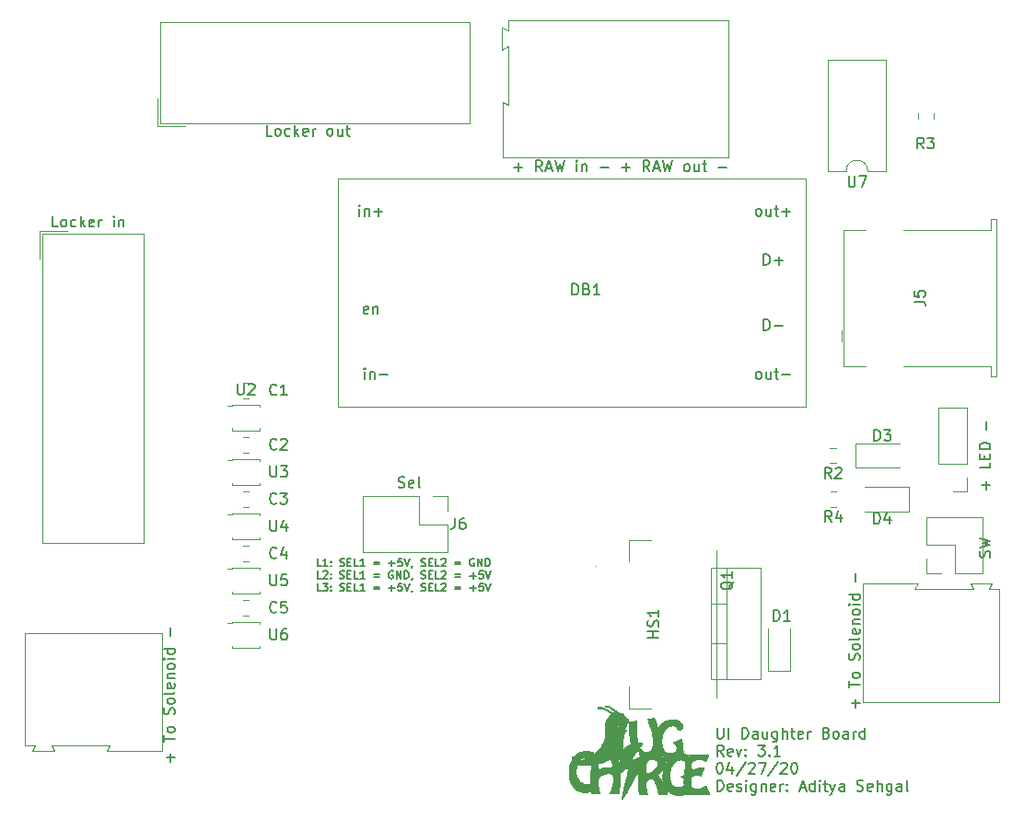
<source format=gbr>
G04 #@! TF.GenerationSoftware,KiCad,Pcbnew,(5.99.0-1662-g9db296991)*
G04 #@! TF.CreationDate,2020-05-23T19:33:28+05:30*
G04 #@! TF.ProjectId,Locker1,4c6f636b-6572-4312-9e6b-696361645f70,rev?*
G04 #@! TF.SameCoordinates,Original*
G04 #@! TF.FileFunction,Legend,Top*
G04 #@! TF.FilePolarity,Positive*
%FSLAX46Y46*%
G04 Gerber Fmt 4.6, Leading zero omitted, Abs format (unit mm)*
G04 Created by KiCad (PCBNEW (5.99.0-1662-g9db296991)) date 2020-05-23 19:33:28*
%MOMM*%
%LPD*%
G01*
G04 APERTURE LIST*
%ADD10C,0.150000*%
%ADD11C,0.120000*%
%ADD12C,0.010000*%
G04 APERTURE END LIST*
D10*
X39916666Y-62189666D02*
X39583333Y-62189666D01*
X39583333Y-61489666D01*
X40516666Y-62189666D02*
X40116666Y-62189666D01*
X40316666Y-62189666D02*
X40316666Y-61489666D01*
X40250000Y-61589666D01*
X40183333Y-61656333D01*
X40116666Y-61689666D01*
X40816666Y-62123000D02*
X40850000Y-62156333D01*
X40816666Y-62189666D01*
X40783333Y-62156333D01*
X40816666Y-62123000D01*
X40816666Y-62189666D01*
X40816666Y-61756333D02*
X40850000Y-61789666D01*
X40816666Y-61823000D01*
X40783333Y-61789666D01*
X40816666Y-61756333D01*
X40816666Y-61823000D01*
X41650000Y-62156333D02*
X41750000Y-62189666D01*
X41916666Y-62189666D01*
X41983333Y-62156333D01*
X42016666Y-62123000D01*
X42050000Y-62056333D01*
X42050000Y-61989666D01*
X42016666Y-61923000D01*
X41983333Y-61889666D01*
X41916666Y-61856333D01*
X41783333Y-61823000D01*
X41716666Y-61789666D01*
X41683333Y-61756333D01*
X41650000Y-61689666D01*
X41650000Y-61623000D01*
X41683333Y-61556333D01*
X41716666Y-61523000D01*
X41783333Y-61489666D01*
X41950000Y-61489666D01*
X42050000Y-61523000D01*
X42350000Y-61823000D02*
X42583333Y-61823000D01*
X42683333Y-62189666D02*
X42350000Y-62189666D01*
X42350000Y-61489666D01*
X42683333Y-61489666D01*
X43316666Y-62189666D02*
X42983333Y-62189666D01*
X42983333Y-61489666D01*
X43916666Y-62189666D02*
X43516666Y-62189666D01*
X43716666Y-62189666D02*
X43716666Y-61489666D01*
X43650000Y-61589666D01*
X43583333Y-61656333D01*
X43516666Y-61689666D01*
X44750000Y-61823000D02*
X45283333Y-61823000D01*
X45283333Y-62023000D02*
X44750000Y-62023000D01*
X46150000Y-61923000D02*
X46683333Y-61923000D01*
X46416666Y-62189666D02*
X46416666Y-61656333D01*
X47350000Y-61489666D02*
X47016666Y-61489666D01*
X46983333Y-61823000D01*
X47016666Y-61789666D01*
X47083333Y-61756333D01*
X47250000Y-61756333D01*
X47316666Y-61789666D01*
X47350000Y-61823000D01*
X47383333Y-61889666D01*
X47383333Y-62056333D01*
X47350000Y-62123000D01*
X47316666Y-62156333D01*
X47250000Y-62189666D01*
X47083333Y-62189666D01*
X47016666Y-62156333D01*
X46983333Y-62123000D01*
X47583333Y-61489666D02*
X47816666Y-62189666D01*
X48050000Y-61489666D01*
X48316666Y-62156333D02*
X48316666Y-62189666D01*
X48283333Y-62256333D01*
X48250000Y-62289666D01*
X49116666Y-62156333D02*
X49216666Y-62189666D01*
X49383333Y-62189666D01*
X49450000Y-62156333D01*
X49483333Y-62123000D01*
X49516666Y-62056333D01*
X49516666Y-61989666D01*
X49483333Y-61923000D01*
X49450000Y-61889666D01*
X49383333Y-61856333D01*
X49250000Y-61823000D01*
X49183333Y-61789666D01*
X49150000Y-61756333D01*
X49116666Y-61689666D01*
X49116666Y-61623000D01*
X49150000Y-61556333D01*
X49183333Y-61523000D01*
X49250000Y-61489666D01*
X49416666Y-61489666D01*
X49516666Y-61523000D01*
X49816666Y-61823000D02*
X50050000Y-61823000D01*
X50150000Y-62189666D02*
X49816666Y-62189666D01*
X49816666Y-61489666D01*
X50150000Y-61489666D01*
X50783333Y-62189666D02*
X50450000Y-62189666D01*
X50450000Y-61489666D01*
X50983333Y-61556333D02*
X51016666Y-61523000D01*
X51083333Y-61489666D01*
X51250000Y-61489666D01*
X51316666Y-61523000D01*
X51350000Y-61556333D01*
X51383333Y-61623000D01*
X51383333Y-61689666D01*
X51350000Y-61789666D01*
X50950000Y-62189666D01*
X51383333Y-62189666D01*
X52216666Y-61823000D02*
X52750000Y-61823000D01*
X52750000Y-62023000D02*
X52216666Y-62023000D01*
X53983333Y-61523000D02*
X53916666Y-61489666D01*
X53816666Y-61489666D01*
X53716666Y-61523000D01*
X53650000Y-61589666D01*
X53616666Y-61656333D01*
X53583333Y-61789666D01*
X53583333Y-61889666D01*
X53616666Y-62023000D01*
X53650000Y-62089666D01*
X53716666Y-62156333D01*
X53816666Y-62189666D01*
X53883333Y-62189666D01*
X53983333Y-62156333D01*
X54016666Y-62123000D01*
X54016666Y-61889666D01*
X53883333Y-61889666D01*
X54316666Y-62189666D02*
X54316666Y-61489666D01*
X54716666Y-62189666D01*
X54716666Y-61489666D01*
X55050000Y-62189666D02*
X55050000Y-61489666D01*
X55216666Y-61489666D01*
X55316666Y-61523000D01*
X55383333Y-61589666D01*
X55416666Y-61656333D01*
X55450000Y-61789666D01*
X55450000Y-61889666D01*
X55416666Y-62023000D01*
X55383333Y-62089666D01*
X55316666Y-62156333D01*
X55216666Y-62189666D01*
X55050000Y-62189666D01*
X39916666Y-63316666D02*
X39583333Y-63316666D01*
X39583333Y-62616666D01*
X40116666Y-62683333D02*
X40150000Y-62650000D01*
X40216666Y-62616666D01*
X40383333Y-62616666D01*
X40450000Y-62650000D01*
X40483333Y-62683333D01*
X40516666Y-62750000D01*
X40516666Y-62816666D01*
X40483333Y-62916666D01*
X40083333Y-63316666D01*
X40516666Y-63316666D01*
X40816666Y-63250000D02*
X40850000Y-63283333D01*
X40816666Y-63316666D01*
X40783333Y-63283333D01*
X40816666Y-63250000D01*
X40816666Y-63316666D01*
X40816666Y-62883333D02*
X40850000Y-62916666D01*
X40816666Y-62950000D01*
X40783333Y-62916666D01*
X40816666Y-62883333D01*
X40816666Y-62950000D01*
X41650000Y-63283333D02*
X41750000Y-63316666D01*
X41916666Y-63316666D01*
X41983333Y-63283333D01*
X42016666Y-63250000D01*
X42050000Y-63183333D01*
X42050000Y-63116666D01*
X42016666Y-63050000D01*
X41983333Y-63016666D01*
X41916666Y-62983333D01*
X41783333Y-62950000D01*
X41716666Y-62916666D01*
X41683333Y-62883333D01*
X41650000Y-62816666D01*
X41650000Y-62750000D01*
X41683333Y-62683333D01*
X41716666Y-62650000D01*
X41783333Y-62616666D01*
X41950000Y-62616666D01*
X42050000Y-62650000D01*
X42350000Y-62950000D02*
X42583333Y-62950000D01*
X42683333Y-63316666D02*
X42350000Y-63316666D01*
X42350000Y-62616666D01*
X42683333Y-62616666D01*
X43316666Y-63316666D02*
X42983333Y-63316666D01*
X42983333Y-62616666D01*
X43916666Y-63316666D02*
X43516666Y-63316666D01*
X43716666Y-63316666D02*
X43716666Y-62616666D01*
X43650000Y-62716666D01*
X43583333Y-62783333D01*
X43516666Y-62816666D01*
X44750000Y-62950000D02*
X45283333Y-62950000D01*
X45283333Y-63150000D02*
X44750000Y-63150000D01*
X46516666Y-62650000D02*
X46450000Y-62616666D01*
X46350000Y-62616666D01*
X46250000Y-62650000D01*
X46183333Y-62716666D01*
X46150000Y-62783333D01*
X46116666Y-62916666D01*
X46116666Y-63016666D01*
X46150000Y-63150000D01*
X46183333Y-63216666D01*
X46250000Y-63283333D01*
X46350000Y-63316666D01*
X46416666Y-63316666D01*
X46516666Y-63283333D01*
X46550000Y-63250000D01*
X46550000Y-63016666D01*
X46416666Y-63016666D01*
X46850000Y-63316666D02*
X46850000Y-62616666D01*
X47250000Y-63316666D01*
X47250000Y-62616666D01*
X47583333Y-63316666D02*
X47583333Y-62616666D01*
X47750000Y-62616666D01*
X47850000Y-62650000D01*
X47916666Y-62716666D01*
X47950000Y-62783333D01*
X47983333Y-62916666D01*
X47983333Y-63016666D01*
X47950000Y-63150000D01*
X47916666Y-63216666D01*
X47850000Y-63283333D01*
X47750000Y-63316666D01*
X47583333Y-63316666D01*
X48316666Y-63283333D02*
X48316666Y-63316666D01*
X48283333Y-63383333D01*
X48250000Y-63416666D01*
X49116666Y-63283333D02*
X49216666Y-63316666D01*
X49383333Y-63316666D01*
X49450000Y-63283333D01*
X49483333Y-63250000D01*
X49516666Y-63183333D01*
X49516666Y-63116666D01*
X49483333Y-63050000D01*
X49450000Y-63016666D01*
X49383333Y-62983333D01*
X49250000Y-62950000D01*
X49183333Y-62916666D01*
X49150000Y-62883333D01*
X49116666Y-62816666D01*
X49116666Y-62750000D01*
X49150000Y-62683333D01*
X49183333Y-62650000D01*
X49250000Y-62616666D01*
X49416666Y-62616666D01*
X49516666Y-62650000D01*
X49816666Y-62950000D02*
X50050000Y-62950000D01*
X50150000Y-63316666D02*
X49816666Y-63316666D01*
X49816666Y-62616666D01*
X50150000Y-62616666D01*
X50783333Y-63316666D02*
X50450000Y-63316666D01*
X50450000Y-62616666D01*
X50983333Y-62683333D02*
X51016666Y-62650000D01*
X51083333Y-62616666D01*
X51250000Y-62616666D01*
X51316666Y-62650000D01*
X51350000Y-62683333D01*
X51383333Y-62750000D01*
X51383333Y-62816666D01*
X51350000Y-62916666D01*
X50950000Y-63316666D01*
X51383333Y-63316666D01*
X52216666Y-62950000D02*
X52750000Y-62950000D01*
X52750000Y-63150000D02*
X52216666Y-63150000D01*
X53616666Y-63050000D02*
X54150000Y-63050000D01*
X53883333Y-63316666D02*
X53883333Y-62783333D01*
X54816666Y-62616666D02*
X54483333Y-62616666D01*
X54450000Y-62950000D01*
X54483333Y-62916666D01*
X54550000Y-62883333D01*
X54716666Y-62883333D01*
X54783333Y-62916666D01*
X54816666Y-62950000D01*
X54850000Y-63016666D01*
X54850000Y-63183333D01*
X54816666Y-63250000D01*
X54783333Y-63283333D01*
X54716666Y-63316666D01*
X54550000Y-63316666D01*
X54483333Y-63283333D01*
X54450000Y-63250000D01*
X55049999Y-62616666D02*
X55283333Y-63316666D01*
X55516666Y-62616666D01*
X39916666Y-64443666D02*
X39583333Y-64443666D01*
X39583333Y-63743666D01*
X40083333Y-63743666D02*
X40516666Y-63743666D01*
X40283333Y-64010333D01*
X40383333Y-64010333D01*
X40450000Y-64043666D01*
X40483333Y-64077000D01*
X40516666Y-64143666D01*
X40516666Y-64310333D01*
X40483333Y-64377000D01*
X40450000Y-64410333D01*
X40383333Y-64443666D01*
X40183333Y-64443666D01*
X40116666Y-64410333D01*
X40083333Y-64377000D01*
X40816666Y-64377000D02*
X40850000Y-64410333D01*
X40816666Y-64443666D01*
X40783333Y-64410333D01*
X40816666Y-64377000D01*
X40816666Y-64443666D01*
X40816666Y-64010333D02*
X40850000Y-64043666D01*
X40816666Y-64077000D01*
X40783333Y-64043666D01*
X40816666Y-64010333D01*
X40816666Y-64077000D01*
X41650000Y-64410333D02*
X41750000Y-64443666D01*
X41916666Y-64443666D01*
X41983333Y-64410333D01*
X42016666Y-64377000D01*
X42050000Y-64310333D01*
X42050000Y-64243666D01*
X42016666Y-64177000D01*
X41983333Y-64143666D01*
X41916666Y-64110333D01*
X41783333Y-64077000D01*
X41716666Y-64043666D01*
X41683333Y-64010333D01*
X41650000Y-63943666D01*
X41650000Y-63877000D01*
X41683333Y-63810333D01*
X41716666Y-63777000D01*
X41783333Y-63743666D01*
X41950000Y-63743666D01*
X42050000Y-63777000D01*
X42350000Y-64077000D02*
X42583333Y-64077000D01*
X42683333Y-64443666D02*
X42350000Y-64443666D01*
X42350000Y-63743666D01*
X42683333Y-63743666D01*
X43316666Y-64443666D02*
X42983333Y-64443666D01*
X42983333Y-63743666D01*
X43916666Y-64443666D02*
X43516666Y-64443666D01*
X43716666Y-64443666D02*
X43716666Y-63743666D01*
X43650000Y-63843666D01*
X43583333Y-63910333D01*
X43516666Y-63943666D01*
X44750000Y-64077000D02*
X45283333Y-64077000D01*
X45283333Y-64277000D02*
X44750000Y-64277000D01*
X46150000Y-64177000D02*
X46683333Y-64177000D01*
X46416666Y-64443666D02*
X46416666Y-63910333D01*
X47350000Y-63743666D02*
X47016666Y-63743666D01*
X46983333Y-64077000D01*
X47016666Y-64043666D01*
X47083333Y-64010333D01*
X47250000Y-64010333D01*
X47316666Y-64043666D01*
X47350000Y-64077000D01*
X47383333Y-64143666D01*
X47383333Y-64310333D01*
X47350000Y-64377000D01*
X47316666Y-64410333D01*
X47250000Y-64443666D01*
X47083333Y-64443666D01*
X47016666Y-64410333D01*
X46983333Y-64377000D01*
X47583333Y-63743666D02*
X47816666Y-64443666D01*
X48050000Y-63743666D01*
X48316666Y-64410333D02*
X48316666Y-64443666D01*
X48283333Y-64510333D01*
X48250000Y-64543666D01*
X49116666Y-64410333D02*
X49216666Y-64443666D01*
X49383333Y-64443666D01*
X49450000Y-64410333D01*
X49483333Y-64377000D01*
X49516666Y-64310333D01*
X49516666Y-64243666D01*
X49483333Y-64177000D01*
X49450000Y-64143666D01*
X49383333Y-64110333D01*
X49250000Y-64077000D01*
X49183333Y-64043666D01*
X49150000Y-64010333D01*
X49116666Y-63943666D01*
X49116666Y-63877000D01*
X49150000Y-63810333D01*
X49183333Y-63777000D01*
X49250000Y-63743666D01*
X49416666Y-63743666D01*
X49516666Y-63777000D01*
X49816666Y-64077000D02*
X50050000Y-64077000D01*
X50150000Y-64443666D02*
X49816666Y-64443666D01*
X49816666Y-63743666D01*
X50150000Y-63743666D01*
X50783333Y-64443666D02*
X50450000Y-64443666D01*
X50450000Y-63743666D01*
X50983333Y-63810333D02*
X51016666Y-63777000D01*
X51083333Y-63743666D01*
X51250000Y-63743666D01*
X51316666Y-63777000D01*
X51350000Y-63810333D01*
X51383333Y-63877000D01*
X51383333Y-63943666D01*
X51350000Y-64043666D01*
X50950000Y-64443666D01*
X51383333Y-64443666D01*
X52216666Y-64077000D02*
X52750000Y-64077000D01*
X52750000Y-64277000D02*
X52216666Y-64277000D01*
X53616666Y-64177000D02*
X54150000Y-64177000D01*
X53883333Y-64443666D02*
X53883333Y-63910333D01*
X54816666Y-63743666D02*
X54483333Y-63743666D01*
X54450000Y-64077000D01*
X54483333Y-64043666D01*
X54550000Y-64010333D01*
X54716666Y-64010333D01*
X54783333Y-64043666D01*
X54816666Y-64077000D01*
X54850000Y-64143666D01*
X54850000Y-64310333D01*
X54816666Y-64377000D01*
X54783333Y-64410333D01*
X54716666Y-64443666D01*
X54550000Y-64443666D01*
X54483333Y-64410333D01*
X54450000Y-64377000D01*
X55050000Y-63743666D02*
X55283333Y-64443666D01*
X55516666Y-63743666D01*
D11*
X65200000Y-62160000D02*
X65200000Y-62160000D01*
D10*
X67556666Y-25471428D02*
X68318571Y-25471428D01*
X67937619Y-25852380D02*
X67937619Y-25090476D01*
X70128095Y-25852380D02*
X69794761Y-25376190D01*
X69556666Y-25852380D02*
X69556666Y-24852380D01*
X69937619Y-24852380D01*
X70032857Y-24900000D01*
X70080476Y-24947619D01*
X70128095Y-25042857D01*
X70128095Y-25185714D01*
X70080476Y-25280952D01*
X70032857Y-25328571D01*
X69937619Y-25376190D01*
X69556666Y-25376190D01*
X70509047Y-25566666D02*
X70985238Y-25566666D01*
X70413809Y-25852380D02*
X70747142Y-24852380D01*
X71080476Y-25852380D01*
X71318571Y-24852380D02*
X71556666Y-25852380D01*
X71747142Y-25138095D01*
X71937619Y-25852380D01*
X72175714Y-24852380D01*
X73461428Y-25852380D02*
X73366190Y-25804761D01*
X73318571Y-25757142D01*
X73270952Y-25661904D01*
X73270952Y-25376190D01*
X73318571Y-25280952D01*
X73366190Y-25233333D01*
X73461428Y-25185714D01*
X73604285Y-25185714D01*
X73699523Y-25233333D01*
X73747142Y-25280952D01*
X73794761Y-25376190D01*
X73794761Y-25661904D01*
X73747142Y-25757142D01*
X73699523Y-25804761D01*
X73604285Y-25852380D01*
X73461428Y-25852380D01*
X74651904Y-25185714D02*
X74651904Y-25852380D01*
X74223333Y-25185714D02*
X74223333Y-25709523D01*
X74270952Y-25804761D01*
X74366190Y-25852380D01*
X74509047Y-25852380D01*
X74604285Y-25804761D01*
X74651904Y-25757142D01*
X74985238Y-25185714D02*
X75366190Y-25185714D01*
X75128095Y-24852380D02*
X75128095Y-25709523D01*
X75175714Y-25804761D01*
X75270952Y-25852380D01*
X75366190Y-25852380D01*
X76461428Y-25471428D02*
X77223333Y-25471428D01*
X101071428Y-55119047D02*
X101071428Y-54357142D01*
X101452380Y-54738095D02*
X100690476Y-54738095D01*
X101452380Y-52642857D02*
X101452380Y-53119047D01*
X100452380Y-53119047D01*
X100928571Y-52309523D02*
X100928571Y-51976190D01*
X101452380Y-51833333D02*
X101452380Y-52309523D01*
X100452380Y-52309523D01*
X100452380Y-51833333D01*
X101452380Y-51404761D02*
X100452380Y-51404761D01*
X100452380Y-51166666D01*
X100500000Y-51023809D01*
X100595238Y-50928571D01*
X100690476Y-50880952D01*
X100880952Y-50833333D01*
X101023809Y-50833333D01*
X101214285Y-50880952D01*
X101309523Y-50928571D01*
X101404761Y-51023809D01*
X101452380Y-51166666D01*
X101452380Y-51404761D01*
X101071428Y-49642857D02*
X101071428Y-48880952D01*
X101404761Y-61357142D02*
X101452380Y-61214285D01*
X101452380Y-60976190D01*
X101404761Y-60880952D01*
X101357142Y-60833333D01*
X101261904Y-60785714D01*
X101166666Y-60785714D01*
X101071428Y-60833333D01*
X101023809Y-60880952D01*
X100976190Y-60976190D01*
X100928571Y-61166666D01*
X100880952Y-61261904D01*
X100833333Y-61309523D01*
X100738095Y-61357142D01*
X100642857Y-61357142D01*
X100547619Y-61309523D01*
X100500000Y-61261904D01*
X100452380Y-61166666D01*
X100452380Y-60928571D01*
X100500000Y-60785714D01*
X100452380Y-60452380D02*
X101452380Y-60214285D01*
X100738095Y-60023809D01*
X101452380Y-59833333D01*
X100452380Y-59595238D01*
X89071428Y-75190476D02*
X89071428Y-74428571D01*
X89452380Y-74809523D02*
X88690476Y-74809523D01*
X88452380Y-73333333D02*
X88452380Y-72761904D01*
X89452380Y-73047619D02*
X88452380Y-73047619D01*
X89452380Y-72285714D02*
X89404761Y-72380952D01*
X89357142Y-72428571D01*
X89261904Y-72476190D01*
X88976190Y-72476190D01*
X88880952Y-72428571D01*
X88833333Y-72380952D01*
X88785714Y-72285714D01*
X88785714Y-72142857D01*
X88833333Y-72047619D01*
X88880952Y-72000000D01*
X88976190Y-71952380D01*
X89261904Y-71952380D01*
X89357142Y-72000000D01*
X89404761Y-72047619D01*
X89452380Y-72142857D01*
X89452380Y-72285714D01*
X89404761Y-70809523D02*
X89452380Y-70666666D01*
X89452380Y-70428571D01*
X89404761Y-70333333D01*
X89357142Y-70285714D01*
X89261904Y-70238095D01*
X89166666Y-70238095D01*
X89071428Y-70285714D01*
X89023809Y-70333333D01*
X88976190Y-70428571D01*
X88928571Y-70619047D01*
X88880952Y-70714285D01*
X88833333Y-70761904D01*
X88738095Y-70809523D01*
X88642857Y-70809523D01*
X88547619Y-70761904D01*
X88500000Y-70714285D01*
X88452380Y-70619047D01*
X88452380Y-70380952D01*
X88500000Y-70238095D01*
X89452380Y-69666666D02*
X89404761Y-69761904D01*
X89357142Y-69809523D01*
X89261904Y-69857142D01*
X88976190Y-69857142D01*
X88880952Y-69809523D01*
X88833333Y-69761904D01*
X88785714Y-69666666D01*
X88785714Y-69523809D01*
X88833333Y-69428571D01*
X88880952Y-69380952D01*
X88976190Y-69333333D01*
X89261904Y-69333333D01*
X89357142Y-69380952D01*
X89404761Y-69428571D01*
X89452380Y-69523809D01*
X89452380Y-69666666D01*
X89452380Y-68761904D02*
X89404761Y-68857142D01*
X89309523Y-68904761D01*
X88452380Y-68904761D01*
X89404761Y-68000000D02*
X89452380Y-68095238D01*
X89452380Y-68285714D01*
X89404761Y-68380952D01*
X89309523Y-68428571D01*
X88928571Y-68428571D01*
X88833333Y-68380952D01*
X88785714Y-68285714D01*
X88785714Y-68095238D01*
X88833333Y-68000000D01*
X88928571Y-67952380D01*
X89023809Y-67952380D01*
X89119047Y-68428571D01*
X88785714Y-67523809D02*
X89452380Y-67523809D01*
X88880952Y-67523809D02*
X88833333Y-67476190D01*
X88785714Y-67380952D01*
X88785714Y-67238095D01*
X88833333Y-67142857D01*
X88928571Y-67095238D01*
X89452380Y-67095238D01*
X89452380Y-66476190D02*
X89404761Y-66571428D01*
X89357142Y-66619047D01*
X89261904Y-66666666D01*
X88976190Y-66666666D01*
X88880952Y-66619047D01*
X88833333Y-66571428D01*
X88785714Y-66476190D01*
X88785714Y-66333333D01*
X88833333Y-66238095D01*
X88880952Y-66190476D01*
X88976190Y-66142857D01*
X89261904Y-66142857D01*
X89357142Y-66190476D01*
X89404761Y-66238095D01*
X89452380Y-66333333D01*
X89452380Y-66476190D01*
X89452380Y-65714285D02*
X88785714Y-65714285D01*
X88452380Y-65714285D02*
X88500000Y-65761904D01*
X88547619Y-65714285D01*
X88500000Y-65666666D01*
X88452380Y-65714285D01*
X88547619Y-65714285D01*
X89452380Y-64809523D02*
X88452380Y-64809523D01*
X89404761Y-64809523D02*
X89452380Y-64904761D01*
X89452380Y-65095238D01*
X89404761Y-65190476D01*
X89357142Y-65238095D01*
X89261904Y-65285714D01*
X88976190Y-65285714D01*
X88880952Y-65238095D01*
X88833333Y-65190476D01*
X88785714Y-65095238D01*
X88785714Y-64904761D01*
X88833333Y-64809523D01*
X89071428Y-63571428D02*
X89071428Y-62809523D01*
X76335595Y-77037380D02*
X76335595Y-77846904D01*
X76383214Y-77942142D01*
X76430833Y-77989761D01*
X76526071Y-78037380D01*
X76716547Y-78037380D01*
X76811785Y-77989761D01*
X76859404Y-77942142D01*
X76907023Y-77846904D01*
X76907023Y-77037380D01*
X77383214Y-78037380D02*
X77383214Y-77037380D01*
X78621309Y-78037380D02*
X78621309Y-77037380D01*
X78859404Y-77037380D01*
X79002261Y-77085000D01*
X79097500Y-77180238D01*
X79145119Y-77275476D01*
X79192738Y-77465952D01*
X79192738Y-77608809D01*
X79145119Y-77799285D01*
X79097500Y-77894523D01*
X79002261Y-77989761D01*
X78859404Y-78037380D01*
X78621309Y-78037380D01*
X80049880Y-78037380D02*
X80049880Y-77513571D01*
X80002261Y-77418333D01*
X79907023Y-77370714D01*
X79716547Y-77370714D01*
X79621309Y-77418333D01*
X80049880Y-77989761D02*
X79954642Y-78037380D01*
X79716547Y-78037380D01*
X79621309Y-77989761D01*
X79573690Y-77894523D01*
X79573690Y-77799285D01*
X79621309Y-77704047D01*
X79716547Y-77656428D01*
X79954642Y-77656428D01*
X80049880Y-77608809D01*
X80954642Y-77370714D02*
X80954642Y-78037380D01*
X80526071Y-77370714D02*
X80526071Y-77894523D01*
X80573690Y-77989761D01*
X80668928Y-78037380D01*
X80811785Y-78037380D01*
X80907023Y-77989761D01*
X80954642Y-77942142D01*
X81859404Y-77370714D02*
X81859404Y-78180238D01*
X81811785Y-78275476D01*
X81764166Y-78323095D01*
X81668928Y-78370714D01*
X81526071Y-78370714D01*
X81430833Y-78323095D01*
X81859404Y-77989761D02*
X81764166Y-78037380D01*
X81573690Y-78037380D01*
X81478452Y-77989761D01*
X81430833Y-77942142D01*
X81383214Y-77846904D01*
X81383214Y-77561190D01*
X81430833Y-77465952D01*
X81478452Y-77418333D01*
X81573690Y-77370714D01*
X81764166Y-77370714D01*
X81859404Y-77418333D01*
X82335595Y-78037380D02*
X82335595Y-77037380D01*
X82764166Y-78037380D02*
X82764166Y-77513571D01*
X82716547Y-77418333D01*
X82621309Y-77370714D01*
X82478452Y-77370714D01*
X82383214Y-77418333D01*
X82335595Y-77465952D01*
X83097500Y-77370714D02*
X83478452Y-77370714D01*
X83240357Y-77037380D02*
X83240357Y-77894523D01*
X83287976Y-77989761D01*
X83383214Y-78037380D01*
X83478452Y-78037380D01*
X84192738Y-77989761D02*
X84097500Y-78037380D01*
X83907023Y-78037380D01*
X83811785Y-77989761D01*
X83764166Y-77894523D01*
X83764166Y-77513571D01*
X83811785Y-77418333D01*
X83907023Y-77370714D01*
X84097500Y-77370714D01*
X84192738Y-77418333D01*
X84240357Y-77513571D01*
X84240357Y-77608809D01*
X83764166Y-77704047D01*
X84668928Y-78037380D02*
X84668928Y-77370714D01*
X84668928Y-77561190D02*
X84716547Y-77465952D01*
X84764166Y-77418333D01*
X84859404Y-77370714D01*
X84954642Y-77370714D01*
X86383214Y-77513571D02*
X86526071Y-77561190D01*
X86573690Y-77608809D01*
X86621309Y-77704047D01*
X86621309Y-77846904D01*
X86573690Y-77942142D01*
X86526071Y-77989761D01*
X86430833Y-78037380D01*
X86049880Y-78037380D01*
X86049880Y-77037380D01*
X86383214Y-77037380D01*
X86478452Y-77085000D01*
X86526071Y-77132619D01*
X86573690Y-77227857D01*
X86573690Y-77323095D01*
X86526071Y-77418333D01*
X86478452Y-77465952D01*
X86383214Y-77513571D01*
X86049880Y-77513571D01*
X87192738Y-78037380D02*
X87097500Y-77989761D01*
X87049880Y-77942142D01*
X87002261Y-77846904D01*
X87002261Y-77561190D01*
X87049880Y-77465952D01*
X87097500Y-77418333D01*
X87192738Y-77370714D01*
X87335595Y-77370714D01*
X87430833Y-77418333D01*
X87478452Y-77465952D01*
X87526071Y-77561190D01*
X87526071Y-77846904D01*
X87478452Y-77942142D01*
X87430833Y-77989761D01*
X87335595Y-78037380D01*
X87192738Y-78037380D01*
X88383214Y-78037380D02*
X88383214Y-77513571D01*
X88335595Y-77418333D01*
X88240357Y-77370714D01*
X88049880Y-77370714D01*
X87954642Y-77418333D01*
X88383214Y-77989761D02*
X88287976Y-78037380D01*
X88049880Y-78037380D01*
X87954642Y-77989761D01*
X87907023Y-77894523D01*
X87907023Y-77799285D01*
X87954642Y-77704047D01*
X88049880Y-77656428D01*
X88287976Y-77656428D01*
X88383214Y-77608809D01*
X88859404Y-78037380D02*
X88859404Y-77370714D01*
X88859404Y-77561190D02*
X88907023Y-77465952D01*
X88954642Y-77418333D01*
X89049880Y-77370714D01*
X89145119Y-77370714D01*
X89907023Y-78037380D02*
X89907023Y-77037380D01*
X89907023Y-77989761D02*
X89811785Y-78037380D01*
X89621309Y-78037380D01*
X89526071Y-77989761D01*
X89478452Y-77942142D01*
X89430833Y-77846904D01*
X89430833Y-77561190D01*
X89478452Y-77465952D01*
X89526071Y-77418333D01*
X89621309Y-77370714D01*
X89811785Y-77370714D01*
X89907023Y-77418333D01*
X76907023Y-79647380D02*
X76573690Y-79171190D01*
X76335595Y-79647380D02*
X76335595Y-78647380D01*
X76716547Y-78647380D01*
X76811785Y-78695000D01*
X76859404Y-78742619D01*
X76907023Y-78837857D01*
X76907023Y-78980714D01*
X76859404Y-79075952D01*
X76811785Y-79123571D01*
X76716547Y-79171190D01*
X76335595Y-79171190D01*
X77716547Y-79599761D02*
X77621309Y-79647380D01*
X77430833Y-79647380D01*
X77335595Y-79599761D01*
X77287976Y-79504523D01*
X77287976Y-79123571D01*
X77335595Y-79028333D01*
X77430833Y-78980714D01*
X77621309Y-78980714D01*
X77716547Y-79028333D01*
X77764166Y-79123571D01*
X77764166Y-79218809D01*
X77287976Y-79314047D01*
X78097500Y-78980714D02*
X78335595Y-79647380D01*
X78573690Y-78980714D01*
X78954642Y-79552142D02*
X79002261Y-79599761D01*
X78954642Y-79647380D01*
X78907023Y-79599761D01*
X78954642Y-79552142D01*
X78954642Y-79647380D01*
X78954642Y-79028333D02*
X79002261Y-79075952D01*
X78954642Y-79123571D01*
X78907023Y-79075952D01*
X78954642Y-79028333D01*
X78954642Y-79123571D01*
X80097500Y-78647380D02*
X80716547Y-78647380D01*
X80383214Y-79028333D01*
X80526071Y-79028333D01*
X80621309Y-79075952D01*
X80668928Y-79123571D01*
X80716547Y-79218809D01*
X80716547Y-79456904D01*
X80668928Y-79552142D01*
X80621309Y-79599761D01*
X80526071Y-79647380D01*
X80240357Y-79647380D01*
X80145119Y-79599761D01*
X80097500Y-79552142D01*
X81145119Y-79552142D02*
X81192738Y-79599761D01*
X81145119Y-79647380D01*
X81097500Y-79599761D01*
X81145119Y-79552142D01*
X81145119Y-79647380D01*
X82145119Y-79647380D02*
X81573690Y-79647380D01*
X81859404Y-79647380D02*
X81859404Y-78647380D01*
X81764166Y-78790238D01*
X81668928Y-78885476D01*
X81573690Y-78933095D01*
X76526071Y-80257380D02*
X76621309Y-80257380D01*
X76716547Y-80305000D01*
X76764166Y-80352619D01*
X76811785Y-80447857D01*
X76859404Y-80638333D01*
X76859404Y-80876428D01*
X76811785Y-81066904D01*
X76764166Y-81162142D01*
X76716547Y-81209761D01*
X76621309Y-81257380D01*
X76526071Y-81257380D01*
X76430833Y-81209761D01*
X76383214Y-81162142D01*
X76335595Y-81066904D01*
X76287976Y-80876428D01*
X76287976Y-80638333D01*
X76335595Y-80447857D01*
X76383214Y-80352619D01*
X76430833Y-80305000D01*
X76526071Y-80257380D01*
X77716547Y-80590714D02*
X77716547Y-81257380D01*
X77478452Y-80209761D02*
X77240357Y-80924047D01*
X77859404Y-80924047D01*
X78954642Y-80209761D02*
X78097500Y-81495476D01*
X79240357Y-80352619D02*
X79287976Y-80305000D01*
X79383214Y-80257380D01*
X79621309Y-80257380D01*
X79716547Y-80305000D01*
X79764166Y-80352619D01*
X79811785Y-80447857D01*
X79811785Y-80543095D01*
X79764166Y-80685952D01*
X79192738Y-81257380D01*
X79811785Y-81257380D01*
X80145119Y-80257380D02*
X80811785Y-80257380D01*
X80383214Y-81257380D01*
X81907023Y-80209761D02*
X81049880Y-81495476D01*
X82192738Y-80352619D02*
X82240357Y-80305000D01*
X82335595Y-80257380D01*
X82573690Y-80257380D01*
X82668928Y-80305000D01*
X82716547Y-80352619D01*
X82764166Y-80447857D01*
X82764166Y-80543095D01*
X82716547Y-80685952D01*
X82145119Y-81257380D01*
X82764166Y-81257380D01*
X83383214Y-80257380D02*
X83478452Y-80257380D01*
X83573690Y-80305000D01*
X83621309Y-80352619D01*
X83668928Y-80447857D01*
X83716547Y-80638333D01*
X83716547Y-80876428D01*
X83668928Y-81066904D01*
X83621309Y-81162142D01*
X83573690Y-81209761D01*
X83478452Y-81257380D01*
X83383214Y-81257380D01*
X83287976Y-81209761D01*
X83240357Y-81162142D01*
X83192738Y-81066904D01*
X83145119Y-80876428D01*
X83145119Y-80638333D01*
X83192738Y-80447857D01*
X83240357Y-80352619D01*
X83287976Y-80305000D01*
X83383214Y-80257380D01*
X76335595Y-82867380D02*
X76335595Y-81867380D01*
X76573690Y-81867380D01*
X76716547Y-81915000D01*
X76811785Y-82010238D01*
X76859404Y-82105476D01*
X76907023Y-82295952D01*
X76907023Y-82438809D01*
X76859404Y-82629285D01*
X76811785Y-82724523D01*
X76716547Y-82819761D01*
X76573690Y-82867380D01*
X76335595Y-82867380D01*
X77716547Y-82819761D02*
X77621309Y-82867380D01*
X77430833Y-82867380D01*
X77335595Y-82819761D01*
X77287976Y-82724523D01*
X77287976Y-82343571D01*
X77335595Y-82248333D01*
X77430833Y-82200714D01*
X77621309Y-82200714D01*
X77716547Y-82248333D01*
X77764166Y-82343571D01*
X77764166Y-82438809D01*
X77287976Y-82534047D01*
X78145119Y-82819761D02*
X78240357Y-82867380D01*
X78430833Y-82867380D01*
X78526071Y-82819761D01*
X78573690Y-82724523D01*
X78573690Y-82676904D01*
X78526071Y-82581666D01*
X78430833Y-82534047D01*
X78287976Y-82534047D01*
X78192738Y-82486428D01*
X78145119Y-82391190D01*
X78145119Y-82343571D01*
X78192738Y-82248333D01*
X78287976Y-82200714D01*
X78430833Y-82200714D01*
X78526071Y-82248333D01*
X79002261Y-82867380D02*
X79002261Y-82200714D01*
X79002261Y-81867380D02*
X78954642Y-81915000D01*
X79002261Y-81962619D01*
X79049880Y-81915000D01*
X79002261Y-81867380D01*
X79002261Y-81962619D01*
X79907023Y-82200714D02*
X79907023Y-83010238D01*
X79859404Y-83105476D01*
X79811785Y-83153095D01*
X79716547Y-83200714D01*
X79573690Y-83200714D01*
X79478452Y-83153095D01*
X79907023Y-82819761D02*
X79811785Y-82867380D01*
X79621309Y-82867380D01*
X79526071Y-82819761D01*
X79478452Y-82772142D01*
X79430833Y-82676904D01*
X79430833Y-82391190D01*
X79478452Y-82295952D01*
X79526071Y-82248333D01*
X79621309Y-82200714D01*
X79811785Y-82200714D01*
X79907023Y-82248333D01*
X80383214Y-82200714D02*
X80383214Y-82867380D01*
X80383214Y-82295952D02*
X80430833Y-82248333D01*
X80526071Y-82200714D01*
X80668928Y-82200714D01*
X80764166Y-82248333D01*
X80811785Y-82343571D01*
X80811785Y-82867380D01*
X81668928Y-82819761D02*
X81573690Y-82867380D01*
X81383214Y-82867380D01*
X81287976Y-82819761D01*
X81240357Y-82724523D01*
X81240357Y-82343571D01*
X81287976Y-82248333D01*
X81383214Y-82200714D01*
X81573690Y-82200714D01*
X81668928Y-82248333D01*
X81716547Y-82343571D01*
X81716547Y-82438809D01*
X81240357Y-82534047D01*
X82145119Y-82867380D02*
X82145119Y-82200714D01*
X82145119Y-82391190D02*
X82192738Y-82295952D01*
X82240357Y-82248333D01*
X82335595Y-82200714D01*
X82430833Y-82200714D01*
X82764166Y-82772142D02*
X82811785Y-82819761D01*
X82764166Y-82867380D01*
X82716547Y-82819761D01*
X82764166Y-82772142D01*
X82764166Y-82867380D01*
X82764166Y-82248333D02*
X82811785Y-82295952D01*
X82764166Y-82343571D01*
X82716547Y-82295952D01*
X82764166Y-82248333D01*
X82764166Y-82343571D01*
X83954642Y-82581666D02*
X84430833Y-82581666D01*
X83859404Y-82867380D02*
X84192738Y-81867380D01*
X84526071Y-82867380D01*
X85287976Y-82867380D02*
X85287976Y-81867380D01*
X85287976Y-82819761D02*
X85192738Y-82867380D01*
X85002261Y-82867380D01*
X84907023Y-82819761D01*
X84859404Y-82772142D01*
X84811785Y-82676904D01*
X84811785Y-82391190D01*
X84859404Y-82295952D01*
X84907023Y-82248333D01*
X85002261Y-82200714D01*
X85192738Y-82200714D01*
X85287976Y-82248333D01*
X85764166Y-82867380D02*
X85764166Y-82200714D01*
X85764166Y-81867380D02*
X85716547Y-81915000D01*
X85764166Y-81962619D01*
X85811785Y-81915000D01*
X85764166Y-81867380D01*
X85764166Y-81962619D01*
X86097500Y-82200714D02*
X86478452Y-82200714D01*
X86240357Y-81867380D02*
X86240357Y-82724523D01*
X86287976Y-82819761D01*
X86383214Y-82867380D01*
X86478452Y-82867380D01*
X86716547Y-82200714D02*
X86954642Y-82867380D01*
X87192738Y-82200714D02*
X86954642Y-82867380D01*
X86859404Y-83105476D01*
X86811785Y-83153095D01*
X86716547Y-83200714D01*
X88002261Y-82867380D02*
X88002261Y-82343571D01*
X87954642Y-82248333D01*
X87859404Y-82200714D01*
X87668928Y-82200714D01*
X87573690Y-82248333D01*
X88002261Y-82819761D02*
X87907023Y-82867380D01*
X87668928Y-82867380D01*
X87573690Y-82819761D01*
X87526071Y-82724523D01*
X87526071Y-82629285D01*
X87573690Y-82534047D01*
X87668928Y-82486428D01*
X87907023Y-82486428D01*
X88002261Y-82438809D01*
X89192738Y-82819761D02*
X89335595Y-82867380D01*
X89573690Y-82867380D01*
X89668928Y-82819761D01*
X89716547Y-82772142D01*
X89764166Y-82676904D01*
X89764166Y-82581666D01*
X89716547Y-82486428D01*
X89668928Y-82438809D01*
X89573690Y-82391190D01*
X89383214Y-82343571D01*
X89287976Y-82295952D01*
X89240357Y-82248333D01*
X89192738Y-82153095D01*
X89192738Y-82057857D01*
X89240357Y-81962619D01*
X89287976Y-81915000D01*
X89383214Y-81867380D01*
X89621309Y-81867380D01*
X89764166Y-81915000D01*
X90573690Y-82819761D02*
X90478452Y-82867380D01*
X90287976Y-82867380D01*
X90192738Y-82819761D01*
X90145119Y-82724523D01*
X90145119Y-82343571D01*
X90192738Y-82248333D01*
X90287976Y-82200714D01*
X90478452Y-82200714D01*
X90573690Y-82248333D01*
X90621309Y-82343571D01*
X90621309Y-82438809D01*
X90145119Y-82534047D01*
X91049880Y-82867380D02*
X91049880Y-81867380D01*
X91478452Y-82867380D02*
X91478452Y-82343571D01*
X91430833Y-82248333D01*
X91335595Y-82200714D01*
X91192738Y-82200714D01*
X91097500Y-82248333D01*
X91049880Y-82295952D01*
X92383214Y-82200714D02*
X92383214Y-83010238D01*
X92335595Y-83105476D01*
X92287976Y-83153095D01*
X92192738Y-83200714D01*
X92049880Y-83200714D01*
X91954642Y-83153095D01*
X92383214Y-82819761D02*
X92287976Y-82867380D01*
X92097500Y-82867380D01*
X92002261Y-82819761D01*
X91954642Y-82772142D01*
X91907023Y-82676904D01*
X91907023Y-82391190D01*
X91954642Y-82295952D01*
X92002261Y-82248333D01*
X92097500Y-82200714D01*
X92287976Y-82200714D01*
X92383214Y-82248333D01*
X93287976Y-82867380D02*
X93287976Y-82343571D01*
X93240357Y-82248333D01*
X93145119Y-82200714D01*
X92954642Y-82200714D01*
X92859404Y-82248333D01*
X93287976Y-82819761D02*
X93192738Y-82867380D01*
X92954642Y-82867380D01*
X92859404Y-82819761D01*
X92811785Y-82724523D01*
X92811785Y-82629285D01*
X92859404Y-82534047D01*
X92954642Y-82486428D01*
X93192738Y-82486428D01*
X93287976Y-82438809D01*
X93907023Y-82867380D02*
X93811785Y-82819761D01*
X93764166Y-82724523D01*
X93764166Y-81867380D01*
X57666666Y-25471428D02*
X58428571Y-25471428D01*
X58047619Y-25852380D02*
X58047619Y-25090476D01*
X60238095Y-25852380D02*
X59904761Y-25376190D01*
X59666666Y-25852380D02*
X59666666Y-24852380D01*
X60047619Y-24852380D01*
X60142857Y-24900000D01*
X60190476Y-24947619D01*
X60238095Y-25042857D01*
X60238095Y-25185714D01*
X60190476Y-25280952D01*
X60142857Y-25328571D01*
X60047619Y-25376190D01*
X59666666Y-25376190D01*
X60619047Y-25566666D02*
X61095238Y-25566666D01*
X60523809Y-25852380D02*
X60857142Y-24852380D01*
X61190476Y-25852380D01*
X61428571Y-24852380D02*
X61666666Y-25852380D01*
X61857142Y-25138095D01*
X62047619Y-25852380D01*
X62285714Y-24852380D01*
X63428571Y-25852380D02*
X63428571Y-25185714D01*
X63428571Y-24852380D02*
X63380952Y-24900000D01*
X63428571Y-24947619D01*
X63476190Y-24900000D01*
X63428571Y-24852380D01*
X63428571Y-24947619D01*
X63904761Y-25185714D02*
X63904761Y-25852380D01*
X63904761Y-25280952D02*
X63952380Y-25233333D01*
X64047619Y-25185714D01*
X64190476Y-25185714D01*
X64285714Y-25233333D01*
X64333333Y-25328571D01*
X64333333Y-25852380D01*
X65571428Y-25471428D02*
X66333333Y-25471428D01*
X26071428Y-80190476D02*
X26071428Y-79428571D01*
X26452380Y-79809523D02*
X25690476Y-79809523D01*
X25452380Y-78333333D02*
X25452380Y-77761904D01*
X26452380Y-78047619D02*
X25452380Y-78047619D01*
X26452380Y-77285714D02*
X26404761Y-77380952D01*
X26357142Y-77428571D01*
X26261904Y-77476190D01*
X25976190Y-77476190D01*
X25880952Y-77428571D01*
X25833333Y-77380952D01*
X25785714Y-77285714D01*
X25785714Y-77142857D01*
X25833333Y-77047619D01*
X25880952Y-77000000D01*
X25976190Y-76952380D01*
X26261904Y-76952380D01*
X26357142Y-77000000D01*
X26404761Y-77047619D01*
X26452380Y-77142857D01*
X26452380Y-77285714D01*
X26404761Y-75809523D02*
X26452380Y-75666666D01*
X26452380Y-75428571D01*
X26404761Y-75333333D01*
X26357142Y-75285714D01*
X26261904Y-75238095D01*
X26166666Y-75238095D01*
X26071428Y-75285714D01*
X26023809Y-75333333D01*
X25976190Y-75428571D01*
X25928571Y-75619047D01*
X25880952Y-75714285D01*
X25833333Y-75761904D01*
X25738095Y-75809523D01*
X25642857Y-75809523D01*
X25547619Y-75761904D01*
X25500000Y-75714285D01*
X25452380Y-75619047D01*
X25452380Y-75380952D01*
X25500000Y-75238095D01*
X26452380Y-74666666D02*
X26404761Y-74761904D01*
X26357142Y-74809523D01*
X26261904Y-74857142D01*
X25976190Y-74857142D01*
X25880952Y-74809523D01*
X25833333Y-74761904D01*
X25785714Y-74666666D01*
X25785714Y-74523809D01*
X25833333Y-74428571D01*
X25880952Y-74380952D01*
X25976190Y-74333333D01*
X26261904Y-74333333D01*
X26357142Y-74380952D01*
X26404761Y-74428571D01*
X26452380Y-74523809D01*
X26452380Y-74666666D01*
X26452380Y-73761904D02*
X26404761Y-73857142D01*
X26309523Y-73904761D01*
X25452380Y-73904761D01*
X26404761Y-73000000D02*
X26452380Y-73095238D01*
X26452380Y-73285714D01*
X26404761Y-73380952D01*
X26309523Y-73428571D01*
X25928571Y-73428571D01*
X25833333Y-73380952D01*
X25785714Y-73285714D01*
X25785714Y-73095238D01*
X25833333Y-73000000D01*
X25928571Y-72952380D01*
X26023809Y-72952380D01*
X26119047Y-73428571D01*
X25785714Y-72523809D02*
X26452380Y-72523809D01*
X25880952Y-72523809D02*
X25833333Y-72476190D01*
X25785714Y-72380952D01*
X25785714Y-72238095D01*
X25833333Y-72142857D01*
X25928571Y-72095238D01*
X26452380Y-72095238D01*
X26452380Y-71476190D02*
X26404761Y-71571428D01*
X26357142Y-71619047D01*
X26261904Y-71666666D01*
X25976190Y-71666666D01*
X25880952Y-71619047D01*
X25833333Y-71571428D01*
X25785714Y-71476190D01*
X25785714Y-71333333D01*
X25833333Y-71238095D01*
X25880952Y-71190476D01*
X25976190Y-71142857D01*
X26261904Y-71142857D01*
X26357142Y-71190476D01*
X26404761Y-71238095D01*
X26452380Y-71333333D01*
X26452380Y-71476190D01*
X26452380Y-70714285D02*
X25785714Y-70714285D01*
X25452380Y-70714285D02*
X25500000Y-70761904D01*
X25547619Y-70714285D01*
X25500000Y-70666666D01*
X25452380Y-70714285D01*
X25547619Y-70714285D01*
X26452380Y-69809523D02*
X25452380Y-69809523D01*
X26404761Y-69809523D02*
X26452380Y-69904761D01*
X26452380Y-70095238D01*
X26404761Y-70190476D01*
X26357142Y-70238095D01*
X26261904Y-70285714D01*
X25976190Y-70285714D01*
X25880952Y-70238095D01*
X25833333Y-70190476D01*
X25785714Y-70095238D01*
X25785714Y-69904761D01*
X25833333Y-69809523D01*
X26071428Y-68571428D02*
X26071428Y-67809523D01*
X52196666Y-57772380D02*
X52196666Y-58486666D01*
X52149047Y-58629523D01*
X52053809Y-58724761D01*
X51910952Y-58772380D01*
X51815714Y-58772380D01*
X53101428Y-57772380D02*
X52910952Y-57772380D01*
X52815714Y-57820000D01*
X52768095Y-57867619D01*
X52672857Y-58010476D01*
X52625238Y-58200952D01*
X52625238Y-58581904D01*
X52672857Y-58677142D01*
X52720476Y-58724761D01*
X52815714Y-58772380D01*
X53006190Y-58772380D01*
X53101428Y-58724761D01*
X53149047Y-58677142D01*
X53196666Y-58581904D01*
X53196666Y-58343809D01*
X53149047Y-58248571D01*
X53101428Y-58200952D01*
X53006190Y-58153333D01*
X52815714Y-58153333D01*
X52720476Y-58200952D01*
X52672857Y-58248571D01*
X52625238Y-58343809D01*
X47023809Y-54904761D02*
X47166666Y-54952380D01*
X47404761Y-54952380D01*
X47500000Y-54904761D01*
X47547619Y-54857142D01*
X47595238Y-54761904D01*
X47595238Y-54666666D01*
X47547619Y-54571428D01*
X47500000Y-54523809D01*
X47404761Y-54476190D01*
X47214285Y-54428571D01*
X47119047Y-54380952D01*
X47071428Y-54333333D01*
X47023809Y-54238095D01*
X47023809Y-54142857D01*
X47071428Y-54047619D01*
X47119047Y-54000000D01*
X47214285Y-53952380D01*
X47452380Y-53952380D01*
X47595238Y-54000000D01*
X48404761Y-54904761D02*
X48309523Y-54952380D01*
X48119047Y-54952380D01*
X48023809Y-54904761D01*
X47976190Y-54809523D01*
X47976190Y-54428571D01*
X48023809Y-54333333D01*
X48119047Y-54285714D01*
X48309523Y-54285714D01*
X48404761Y-54333333D01*
X48452380Y-54428571D01*
X48452380Y-54523809D01*
X47976190Y-54619047D01*
X49023809Y-54952380D02*
X48928571Y-54904761D01*
X48880952Y-54809523D01*
X48880952Y-53952380D01*
X88428095Y-26282380D02*
X88428095Y-27091904D01*
X88475714Y-27187142D01*
X88523333Y-27234761D01*
X88618571Y-27282380D01*
X88809047Y-27282380D01*
X88904285Y-27234761D01*
X88951904Y-27187142D01*
X88999523Y-27091904D01*
X88999523Y-26282380D01*
X89380476Y-26282380D02*
X90047142Y-26282380D01*
X89618571Y-27282380D01*
X43428571Y-29952380D02*
X43428571Y-29285714D01*
X43428571Y-28952380D02*
X43380952Y-29000000D01*
X43428571Y-29047619D01*
X43476190Y-29000000D01*
X43428571Y-28952380D01*
X43428571Y-29047619D01*
X43904761Y-29285714D02*
X43904761Y-29952380D01*
X43904761Y-29380952D02*
X43952380Y-29333333D01*
X44047619Y-29285714D01*
X44190476Y-29285714D01*
X44285714Y-29333333D01*
X44333333Y-29428571D01*
X44333333Y-29952380D01*
X44809523Y-29571428D02*
X45571428Y-29571428D01*
X45190476Y-29952380D02*
X45190476Y-29190476D01*
X80619047Y-34452380D02*
X80619047Y-33452380D01*
X80857142Y-33452380D01*
X81000000Y-33500000D01*
X81095238Y-33595238D01*
X81142857Y-33690476D01*
X81190476Y-33880952D01*
X81190476Y-34023809D01*
X81142857Y-34214285D01*
X81095238Y-34309523D01*
X81000000Y-34404761D01*
X80857142Y-34452380D01*
X80619047Y-34452380D01*
X81619047Y-34071428D02*
X82380952Y-34071428D01*
X82000000Y-34452380D02*
X82000000Y-33690476D01*
X43928571Y-44952380D02*
X43928571Y-44285714D01*
X43928571Y-43952380D02*
X43880952Y-44000000D01*
X43928571Y-44047619D01*
X43976190Y-44000000D01*
X43928571Y-43952380D01*
X43928571Y-44047619D01*
X44404761Y-44285714D02*
X44404761Y-44952380D01*
X44404761Y-44380952D02*
X44452380Y-44333333D01*
X44547619Y-44285714D01*
X44690476Y-44285714D01*
X44785714Y-44333333D01*
X44833333Y-44428571D01*
X44833333Y-44952380D01*
X45309523Y-44571428D02*
X46071428Y-44571428D01*
X80619047Y-40452380D02*
X80619047Y-39452380D01*
X80857142Y-39452380D01*
X81000000Y-39500000D01*
X81095238Y-39595238D01*
X81142857Y-39690476D01*
X81190476Y-39880952D01*
X81190476Y-40023809D01*
X81142857Y-40214285D01*
X81095238Y-40309523D01*
X81000000Y-40404761D01*
X80857142Y-40452380D01*
X80619047Y-40452380D01*
X81619047Y-40071428D02*
X82380952Y-40071428D01*
X63011904Y-37202380D02*
X63011904Y-36202380D01*
X63250000Y-36202380D01*
X63392857Y-36250000D01*
X63488095Y-36345238D01*
X63535714Y-36440476D01*
X63583333Y-36630952D01*
X63583333Y-36773809D01*
X63535714Y-36964285D01*
X63488095Y-37059523D01*
X63392857Y-37154761D01*
X63250000Y-37202380D01*
X63011904Y-37202380D01*
X64345238Y-36678571D02*
X64488095Y-36726190D01*
X64535714Y-36773809D01*
X64583333Y-36869047D01*
X64583333Y-37011904D01*
X64535714Y-37107142D01*
X64488095Y-37154761D01*
X64392857Y-37202380D01*
X64011904Y-37202380D01*
X64011904Y-36202380D01*
X64345238Y-36202380D01*
X64440476Y-36250000D01*
X64488095Y-36297619D01*
X64535714Y-36392857D01*
X64535714Y-36488095D01*
X64488095Y-36583333D01*
X64440476Y-36630952D01*
X64345238Y-36678571D01*
X64011904Y-36678571D01*
X65535714Y-37202380D02*
X64964285Y-37202380D01*
X65250000Y-37202380D02*
X65250000Y-36202380D01*
X65154761Y-36345238D01*
X65059523Y-36440476D01*
X64964285Y-36488095D01*
X80071428Y-29952380D02*
X79976190Y-29904761D01*
X79928571Y-29857142D01*
X79880952Y-29761904D01*
X79880952Y-29476190D01*
X79928571Y-29380952D01*
X79976190Y-29333333D01*
X80071428Y-29285714D01*
X80214285Y-29285714D01*
X80309523Y-29333333D01*
X80357142Y-29380952D01*
X80404761Y-29476190D01*
X80404761Y-29761904D01*
X80357142Y-29857142D01*
X80309523Y-29904761D01*
X80214285Y-29952380D01*
X80071428Y-29952380D01*
X81261904Y-29285714D02*
X81261904Y-29952380D01*
X80833333Y-29285714D02*
X80833333Y-29809523D01*
X80880952Y-29904761D01*
X80976190Y-29952380D01*
X81119047Y-29952380D01*
X81214285Y-29904761D01*
X81261904Y-29857142D01*
X81595238Y-29285714D02*
X81976190Y-29285714D01*
X81738095Y-28952380D02*
X81738095Y-29809523D01*
X81785714Y-29904761D01*
X81880952Y-29952380D01*
X81976190Y-29952380D01*
X82309523Y-29571428D02*
X83071428Y-29571428D01*
X82690476Y-29952380D02*
X82690476Y-29190476D01*
X44238095Y-38904761D02*
X44142857Y-38952380D01*
X43952380Y-38952380D01*
X43857142Y-38904761D01*
X43809523Y-38809523D01*
X43809523Y-38428571D01*
X43857142Y-38333333D01*
X43952380Y-38285714D01*
X44142857Y-38285714D01*
X44238095Y-38333333D01*
X44285714Y-38428571D01*
X44285714Y-38523809D01*
X43809523Y-38619047D01*
X44714285Y-38285714D02*
X44714285Y-38952380D01*
X44714285Y-38380952D02*
X44761904Y-38333333D01*
X44857142Y-38285714D01*
X45000000Y-38285714D01*
X45095238Y-38333333D01*
X45142857Y-38428571D01*
X45142857Y-38952380D01*
X80071428Y-44952380D02*
X79976190Y-44904761D01*
X79928571Y-44857142D01*
X79880952Y-44761904D01*
X79880952Y-44476190D01*
X79928571Y-44380952D01*
X79976190Y-44333333D01*
X80071428Y-44285714D01*
X80214285Y-44285714D01*
X80309523Y-44333333D01*
X80357142Y-44380952D01*
X80404761Y-44476190D01*
X80404761Y-44761904D01*
X80357142Y-44857142D01*
X80309523Y-44904761D01*
X80214285Y-44952380D01*
X80071428Y-44952380D01*
X81261904Y-44285714D02*
X81261904Y-44952380D01*
X80833333Y-44285714D02*
X80833333Y-44809523D01*
X80880952Y-44904761D01*
X80976190Y-44952380D01*
X81119047Y-44952380D01*
X81214285Y-44904761D01*
X81261904Y-44857142D01*
X81595238Y-44285714D02*
X81976190Y-44285714D01*
X81738095Y-43952380D02*
X81738095Y-44809523D01*
X81785714Y-44904761D01*
X81880952Y-44952380D01*
X81976190Y-44952380D01*
X82309523Y-44571428D02*
X83071428Y-44571428D01*
X32238095Y-45412380D02*
X32238095Y-46221904D01*
X32285714Y-46317142D01*
X32333333Y-46364761D01*
X32428571Y-46412380D01*
X32619047Y-46412380D01*
X32714285Y-46364761D01*
X32761904Y-46317142D01*
X32809523Y-46221904D01*
X32809523Y-45412380D01*
X33238095Y-45507619D02*
X33285714Y-45460000D01*
X33380952Y-45412380D01*
X33619047Y-45412380D01*
X33714285Y-45460000D01*
X33761904Y-45507619D01*
X33809523Y-45602857D01*
X33809523Y-45698095D01*
X33761904Y-45840952D01*
X33190476Y-46412380D01*
X33809523Y-46412380D01*
X35238095Y-67952380D02*
X35238095Y-68761904D01*
X35285714Y-68857142D01*
X35333333Y-68904761D01*
X35428571Y-68952380D01*
X35619047Y-68952380D01*
X35714285Y-68904761D01*
X35761904Y-68857142D01*
X35809523Y-68761904D01*
X35809523Y-67952380D01*
X36714285Y-67952380D02*
X36523809Y-67952380D01*
X36428571Y-68000000D01*
X36380952Y-68047619D01*
X36285714Y-68190476D01*
X36238095Y-68380952D01*
X36238095Y-68761904D01*
X36285714Y-68857142D01*
X36333333Y-68904761D01*
X36428571Y-68952380D01*
X36619047Y-68952380D01*
X36714285Y-68904761D01*
X36761904Y-68857142D01*
X36809523Y-68761904D01*
X36809523Y-68523809D01*
X36761904Y-68428571D01*
X36714285Y-68380952D01*
X36619047Y-68333333D01*
X36428571Y-68333333D01*
X36333333Y-68380952D01*
X36285714Y-68428571D01*
X36238095Y-68523809D01*
X35238095Y-62952380D02*
X35238095Y-63761904D01*
X35285714Y-63857142D01*
X35333333Y-63904761D01*
X35428571Y-63952380D01*
X35619047Y-63952380D01*
X35714285Y-63904761D01*
X35761904Y-63857142D01*
X35809523Y-63761904D01*
X35809523Y-62952380D01*
X36761904Y-62952380D02*
X36285714Y-62952380D01*
X36238095Y-63428571D01*
X36285714Y-63380952D01*
X36380952Y-63333333D01*
X36619047Y-63333333D01*
X36714285Y-63380952D01*
X36761904Y-63428571D01*
X36809523Y-63523809D01*
X36809523Y-63761904D01*
X36761904Y-63857142D01*
X36714285Y-63904761D01*
X36619047Y-63952380D01*
X36380952Y-63952380D01*
X36285714Y-63904761D01*
X36238095Y-63857142D01*
X35238095Y-57952380D02*
X35238095Y-58761904D01*
X35285714Y-58857142D01*
X35333333Y-58904761D01*
X35428571Y-58952380D01*
X35619047Y-58952380D01*
X35714285Y-58904761D01*
X35761904Y-58857142D01*
X35809523Y-58761904D01*
X35809523Y-57952380D01*
X36714285Y-58285714D02*
X36714285Y-58952380D01*
X36476190Y-57904761D02*
X36238095Y-58619047D01*
X36857142Y-58619047D01*
X35238095Y-52952380D02*
X35238095Y-53761904D01*
X35285714Y-53857142D01*
X35333333Y-53904761D01*
X35428571Y-53952380D01*
X35619047Y-53952380D01*
X35714285Y-53904761D01*
X35761904Y-53857142D01*
X35809523Y-53761904D01*
X35809523Y-52952380D01*
X36190476Y-52952380D02*
X36809523Y-52952380D01*
X36476190Y-53333333D01*
X36619047Y-53333333D01*
X36714285Y-53380952D01*
X36761904Y-53428571D01*
X36809523Y-53523809D01*
X36809523Y-53761904D01*
X36761904Y-53857142D01*
X36714285Y-53904761D01*
X36619047Y-53952380D01*
X36333333Y-53952380D01*
X36238095Y-53904761D01*
X36190476Y-53857142D01*
X35833333Y-66357142D02*
X35785714Y-66404761D01*
X35642857Y-66452380D01*
X35547619Y-66452380D01*
X35404761Y-66404761D01*
X35309523Y-66309523D01*
X35261904Y-66214285D01*
X35214285Y-66023809D01*
X35214285Y-65880952D01*
X35261904Y-65690476D01*
X35309523Y-65595238D01*
X35404761Y-65500000D01*
X35547619Y-65452380D01*
X35642857Y-65452380D01*
X35785714Y-65500000D01*
X35833333Y-65547619D01*
X36738095Y-65452380D02*
X36261904Y-65452380D01*
X36214285Y-65928571D01*
X36261904Y-65880952D01*
X36357142Y-65833333D01*
X36595238Y-65833333D01*
X36690476Y-65880952D01*
X36738095Y-65928571D01*
X36785714Y-66023809D01*
X36785714Y-66261904D01*
X36738095Y-66357142D01*
X36690476Y-66404761D01*
X36595238Y-66452380D01*
X36357142Y-66452380D01*
X36261904Y-66404761D01*
X36214285Y-66357142D01*
X35833333Y-61357142D02*
X35785714Y-61404761D01*
X35642857Y-61452380D01*
X35547619Y-61452380D01*
X35404761Y-61404761D01*
X35309523Y-61309523D01*
X35261904Y-61214285D01*
X35214285Y-61023809D01*
X35214285Y-60880952D01*
X35261904Y-60690476D01*
X35309523Y-60595238D01*
X35404761Y-60500000D01*
X35547619Y-60452380D01*
X35642857Y-60452380D01*
X35785714Y-60500000D01*
X35833333Y-60547619D01*
X36690476Y-60785714D02*
X36690476Y-61452380D01*
X36452380Y-60404761D02*
X36214285Y-61119047D01*
X36833333Y-61119047D01*
X35833333Y-56357142D02*
X35785714Y-56404761D01*
X35642857Y-56452380D01*
X35547619Y-56452380D01*
X35404761Y-56404761D01*
X35309523Y-56309523D01*
X35261904Y-56214285D01*
X35214285Y-56023809D01*
X35214285Y-55880952D01*
X35261904Y-55690476D01*
X35309523Y-55595238D01*
X35404761Y-55500000D01*
X35547619Y-55452380D01*
X35642857Y-55452380D01*
X35785714Y-55500000D01*
X35833333Y-55547619D01*
X36166666Y-55452380D02*
X36785714Y-55452380D01*
X36452380Y-55833333D01*
X36595238Y-55833333D01*
X36690476Y-55880952D01*
X36738095Y-55928571D01*
X36785714Y-56023809D01*
X36785714Y-56261904D01*
X36738095Y-56357142D01*
X36690476Y-56404761D01*
X36595238Y-56452380D01*
X36309523Y-56452380D01*
X36214285Y-56404761D01*
X36166666Y-56357142D01*
X35833333Y-51357142D02*
X35785714Y-51404761D01*
X35642857Y-51452380D01*
X35547619Y-51452380D01*
X35404761Y-51404761D01*
X35309523Y-51309523D01*
X35261904Y-51214285D01*
X35214285Y-51023809D01*
X35214285Y-50880952D01*
X35261904Y-50690476D01*
X35309523Y-50595238D01*
X35404761Y-50500000D01*
X35547619Y-50452380D01*
X35642857Y-50452380D01*
X35785714Y-50500000D01*
X35833333Y-50547619D01*
X36214285Y-50547619D02*
X36261904Y-50500000D01*
X36357142Y-50452380D01*
X36595238Y-50452380D01*
X36690476Y-50500000D01*
X36738095Y-50547619D01*
X36785714Y-50642857D01*
X36785714Y-50738095D01*
X36738095Y-50880952D01*
X36166666Y-51452380D01*
X36785714Y-51452380D01*
X35833333Y-46357142D02*
X35785714Y-46404761D01*
X35642857Y-46452380D01*
X35547619Y-46452380D01*
X35404761Y-46404761D01*
X35309523Y-46309523D01*
X35261904Y-46214285D01*
X35214285Y-46023809D01*
X35214285Y-45880952D01*
X35261904Y-45690476D01*
X35309523Y-45595238D01*
X35404761Y-45500000D01*
X35547619Y-45452380D01*
X35642857Y-45452380D01*
X35785714Y-45500000D01*
X35833333Y-45547619D01*
X36785714Y-46452380D02*
X36214285Y-46452380D01*
X36500000Y-46452380D02*
X36500000Y-45452380D01*
X36404761Y-45595238D01*
X36309523Y-45690476D01*
X36214285Y-45738095D01*
X70952380Y-68738095D02*
X69952380Y-68738095D01*
X70428571Y-68738095D02*
X70428571Y-68166666D01*
X70952380Y-68166666D02*
X69952380Y-68166666D01*
X70904761Y-67738095D02*
X70952380Y-67595238D01*
X70952380Y-67357142D01*
X70904761Y-67261904D01*
X70857142Y-67214285D01*
X70761904Y-67166666D01*
X70666666Y-67166666D01*
X70571428Y-67214285D01*
X70523809Y-67261904D01*
X70476190Y-67357142D01*
X70428571Y-67547619D01*
X70380952Y-67642857D01*
X70333333Y-67690476D01*
X70238095Y-67738095D01*
X70142857Y-67738095D01*
X70047619Y-67690476D01*
X70000000Y-67642857D01*
X69952380Y-67547619D01*
X69952380Y-67309523D01*
X70000000Y-67166666D01*
X70952380Y-66214285D02*
X70952380Y-66785714D01*
X70952380Y-66500000D02*
X69952380Y-66500000D01*
X70095238Y-66595238D01*
X70190476Y-66690476D01*
X70238095Y-66785714D01*
X94452380Y-37833333D02*
X95166666Y-37833333D01*
X95309523Y-37880952D01*
X95404761Y-37976190D01*
X95452380Y-38119047D01*
X95452380Y-38214285D01*
X94452380Y-36880952D02*
X94452380Y-37357142D01*
X94928571Y-37404761D01*
X94880952Y-37357142D01*
X94833333Y-37261904D01*
X94833333Y-37023809D01*
X94880952Y-36928571D01*
X94928571Y-36880952D01*
X95023809Y-36833333D01*
X95261904Y-36833333D01*
X95357142Y-36880952D01*
X95404761Y-36928571D01*
X95452380Y-37023809D01*
X95452380Y-37261904D01*
X95404761Y-37357142D01*
X95357142Y-37404761D01*
X15714285Y-30952380D02*
X15238095Y-30952380D01*
X15238095Y-29952380D01*
X16190476Y-30952380D02*
X16095238Y-30904761D01*
X16047619Y-30857142D01*
X16000000Y-30761904D01*
X16000000Y-30476190D01*
X16047619Y-30380952D01*
X16095238Y-30333333D01*
X16190476Y-30285714D01*
X16333333Y-30285714D01*
X16428571Y-30333333D01*
X16476190Y-30380952D01*
X16523809Y-30476190D01*
X16523809Y-30761904D01*
X16476190Y-30857142D01*
X16428571Y-30904761D01*
X16333333Y-30952380D01*
X16190476Y-30952380D01*
X17380952Y-30904761D02*
X17285714Y-30952380D01*
X17095238Y-30952380D01*
X17000000Y-30904761D01*
X16952380Y-30857142D01*
X16904761Y-30761904D01*
X16904761Y-30476190D01*
X16952380Y-30380952D01*
X17000000Y-30333333D01*
X17095238Y-30285714D01*
X17285714Y-30285714D01*
X17380952Y-30333333D01*
X17809523Y-30952380D02*
X17809523Y-29952380D01*
X17904761Y-30571428D02*
X18190476Y-30952380D01*
X18190476Y-30285714D02*
X17809523Y-30666666D01*
X19000000Y-30904761D02*
X18904761Y-30952380D01*
X18714285Y-30952380D01*
X18619047Y-30904761D01*
X18571428Y-30809523D01*
X18571428Y-30428571D01*
X18619047Y-30333333D01*
X18714285Y-30285714D01*
X18904761Y-30285714D01*
X19000000Y-30333333D01*
X19047619Y-30428571D01*
X19047619Y-30523809D01*
X18571428Y-30619047D01*
X19476190Y-30952380D02*
X19476190Y-30285714D01*
X19476190Y-30476190D02*
X19523809Y-30380952D01*
X19571428Y-30333333D01*
X19666666Y-30285714D01*
X19761904Y-30285714D01*
X20857142Y-30952380D02*
X20857142Y-30285714D01*
X20857142Y-29952380D02*
X20809523Y-30000000D01*
X20857142Y-30047619D01*
X20904761Y-30000000D01*
X20857142Y-29952380D01*
X20857142Y-30047619D01*
X21333333Y-30285714D02*
X21333333Y-30952380D01*
X21333333Y-30380952D02*
X21380952Y-30333333D01*
X21476190Y-30285714D01*
X21619047Y-30285714D01*
X21714285Y-30333333D01*
X21761904Y-30428571D01*
X21761904Y-30952380D01*
X35384285Y-22582380D02*
X34908095Y-22582380D01*
X34908095Y-21582380D01*
X35860476Y-22582380D02*
X35765238Y-22534761D01*
X35717619Y-22487142D01*
X35670000Y-22391904D01*
X35670000Y-22106190D01*
X35717619Y-22010952D01*
X35765238Y-21963333D01*
X35860476Y-21915714D01*
X36003333Y-21915714D01*
X36098571Y-21963333D01*
X36146190Y-22010952D01*
X36193809Y-22106190D01*
X36193809Y-22391904D01*
X36146190Y-22487142D01*
X36098571Y-22534761D01*
X36003333Y-22582380D01*
X35860476Y-22582380D01*
X37050952Y-22534761D02*
X36955714Y-22582380D01*
X36765238Y-22582380D01*
X36670000Y-22534761D01*
X36622380Y-22487142D01*
X36574761Y-22391904D01*
X36574761Y-22106190D01*
X36622380Y-22010952D01*
X36670000Y-21963333D01*
X36765238Y-21915714D01*
X36955714Y-21915714D01*
X37050952Y-21963333D01*
X37479523Y-22582380D02*
X37479523Y-21582380D01*
X37574761Y-22201428D02*
X37860476Y-22582380D01*
X37860476Y-21915714D02*
X37479523Y-22296666D01*
X38670000Y-22534761D02*
X38574761Y-22582380D01*
X38384285Y-22582380D01*
X38289047Y-22534761D01*
X38241428Y-22439523D01*
X38241428Y-22058571D01*
X38289047Y-21963333D01*
X38384285Y-21915714D01*
X38574761Y-21915714D01*
X38670000Y-21963333D01*
X38717619Y-22058571D01*
X38717619Y-22153809D01*
X38241428Y-22249047D01*
X39146190Y-22582380D02*
X39146190Y-21915714D01*
X39146190Y-22106190D02*
X39193809Y-22010952D01*
X39241428Y-21963333D01*
X39336666Y-21915714D01*
X39431904Y-21915714D01*
X40670000Y-22582380D02*
X40574761Y-22534761D01*
X40527142Y-22487142D01*
X40479523Y-22391904D01*
X40479523Y-22106190D01*
X40527142Y-22010952D01*
X40574761Y-21963333D01*
X40670000Y-21915714D01*
X40812857Y-21915714D01*
X40908095Y-21963333D01*
X40955714Y-22010952D01*
X41003333Y-22106190D01*
X41003333Y-22391904D01*
X40955714Y-22487142D01*
X40908095Y-22534761D01*
X40812857Y-22582380D01*
X40670000Y-22582380D01*
X41860476Y-21915714D02*
X41860476Y-22582380D01*
X41431904Y-21915714D02*
X41431904Y-22439523D01*
X41479523Y-22534761D01*
X41574761Y-22582380D01*
X41717619Y-22582380D01*
X41812857Y-22534761D01*
X41860476Y-22487142D01*
X42193809Y-21915714D02*
X42574761Y-21915714D01*
X42336666Y-21582380D02*
X42336666Y-22439523D01*
X42384285Y-22534761D01*
X42479523Y-22582380D01*
X42574761Y-22582380D01*
X86858333Y-58102380D02*
X86525000Y-57626190D01*
X86286904Y-58102380D02*
X86286904Y-57102380D01*
X86667857Y-57102380D01*
X86763095Y-57150000D01*
X86810714Y-57197619D01*
X86858333Y-57292857D01*
X86858333Y-57435714D01*
X86810714Y-57530952D01*
X86763095Y-57578571D01*
X86667857Y-57626190D01*
X86286904Y-57626190D01*
X87715476Y-57435714D02*
X87715476Y-58102380D01*
X87477380Y-57054761D02*
X87239285Y-57769047D01*
X87858333Y-57769047D01*
X95333333Y-23752380D02*
X95000000Y-23276190D01*
X94761904Y-23752380D02*
X94761904Y-22752380D01*
X95142857Y-22752380D01*
X95238095Y-22800000D01*
X95285714Y-22847619D01*
X95333333Y-22942857D01*
X95333333Y-23085714D01*
X95285714Y-23180952D01*
X95238095Y-23228571D01*
X95142857Y-23276190D01*
X94761904Y-23276190D01*
X95666666Y-22752380D02*
X96285714Y-22752380D01*
X95952380Y-23133333D01*
X96095238Y-23133333D01*
X96190476Y-23180952D01*
X96238095Y-23228571D01*
X96285714Y-23323809D01*
X96285714Y-23561904D01*
X96238095Y-23657142D01*
X96190476Y-23704761D01*
X96095238Y-23752380D01*
X95809523Y-23752380D01*
X95714285Y-23704761D01*
X95666666Y-23657142D01*
X86808333Y-54102380D02*
X86475000Y-53626190D01*
X86236904Y-54102380D02*
X86236904Y-53102380D01*
X86617857Y-53102380D01*
X86713095Y-53150000D01*
X86760714Y-53197619D01*
X86808333Y-53292857D01*
X86808333Y-53435714D01*
X86760714Y-53530952D01*
X86713095Y-53578571D01*
X86617857Y-53626190D01*
X86236904Y-53626190D01*
X87189285Y-53197619D02*
X87236904Y-53150000D01*
X87332142Y-53102380D01*
X87570238Y-53102380D01*
X87665476Y-53150000D01*
X87713095Y-53197619D01*
X87760714Y-53292857D01*
X87760714Y-53388095D01*
X87713095Y-53530952D01*
X87141666Y-54102380D01*
X87760714Y-54102380D01*
X77797619Y-63595238D02*
X77750000Y-63690476D01*
X77654761Y-63785714D01*
X77511904Y-63928571D01*
X77464285Y-64023809D01*
X77464285Y-64119047D01*
X77702380Y-64071428D02*
X77654761Y-64166666D01*
X77559523Y-64261904D01*
X77369047Y-64309523D01*
X77035714Y-64309523D01*
X76845238Y-64261904D01*
X76750000Y-64166666D01*
X76702380Y-64071428D01*
X76702380Y-63880952D01*
X76750000Y-63785714D01*
X76845238Y-63690476D01*
X77035714Y-63642857D01*
X77369047Y-63642857D01*
X77559523Y-63690476D01*
X77654761Y-63785714D01*
X77702380Y-63880952D01*
X77702380Y-64071428D01*
X77702380Y-62690476D02*
X77702380Y-63261904D01*
X77702380Y-62976190D02*
X76702380Y-62976190D01*
X76845238Y-63071428D01*
X76940476Y-63166666D01*
X76988095Y-63261904D01*
X90749404Y-58272380D02*
X90749404Y-57272380D01*
X90987500Y-57272380D01*
X91130357Y-57320000D01*
X91225595Y-57415238D01*
X91273214Y-57510476D01*
X91320833Y-57700952D01*
X91320833Y-57843809D01*
X91273214Y-58034285D01*
X91225595Y-58129523D01*
X91130357Y-58224761D01*
X90987500Y-58272380D01*
X90749404Y-58272380D01*
X92177976Y-57605714D02*
X92177976Y-58272380D01*
X91939880Y-57224761D02*
X91701785Y-57939047D01*
X92320833Y-57939047D01*
X90774404Y-50632380D02*
X90774404Y-49632380D01*
X91012500Y-49632380D01*
X91155357Y-49680000D01*
X91250595Y-49775238D01*
X91298214Y-49870476D01*
X91345833Y-50060952D01*
X91345833Y-50203809D01*
X91298214Y-50394285D01*
X91250595Y-50489523D01*
X91155357Y-50584761D01*
X91012500Y-50632380D01*
X90774404Y-50632380D01*
X91679166Y-49632380D02*
X92298214Y-49632380D01*
X91964880Y-50013333D01*
X92107738Y-50013333D01*
X92202976Y-50060952D01*
X92250595Y-50108571D01*
X92298214Y-50203809D01*
X92298214Y-50441904D01*
X92250595Y-50537142D01*
X92202976Y-50584761D01*
X92107738Y-50632380D01*
X91822023Y-50632380D01*
X91726785Y-50584761D01*
X91679166Y-50537142D01*
X81511904Y-67202380D02*
X81511904Y-66202380D01*
X81750000Y-66202380D01*
X81892857Y-66250000D01*
X81988095Y-66345238D01*
X82035714Y-66440476D01*
X82083333Y-66630952D01*
X82083333Y-66773809D01*
X82035714Y-66964285D01*
X81988095Y-67059523D01*
X81892857Y-67154761D01*
X81750000Y-67202380D01*
X81511904Y-67202380D01*
X83035714Y-67202380D02*
X82464285Y-67202380D01*
X82750000Y-67202380D02*
X82750000Y-66202380D01*
X82654761Y-66345238D01*
X82559523Y-66440476D01*
X82464285Y-66488095D01*
D11*
X51530000Y-55720000D02*
X51530000Y-57050000D01*
X50200000Y-55720000D02*
X51530000Y-55720000D01*
X51530000Y-58320000D02*
X51530000Y-60920000D01*
X48930000Y-58320000D02*
X51530000Y-58320000D01*
X48930000Y-55720000D02*
X48930000Y-58320000D01*
X51530000Y-60920000D02*
X43790000Y-60920000D01*
X48930000Y-55720000D02*
X43790000Y-55720000D01*
X43790000Y-55720000D02*
X43790000Y-60920000D01*
X86540000Y-25830000D02*
X88190000Y-25830000D01*
X86540000Y-15550000D02*
X86540000Y-25830000D01*
X91840000Y-15550000D02*
X86540000Y-15550000D01*
X91840000Y-25830000D02*
X91840000Y-15550000D01*
X90190000Y-25830000D02*
X91840000Y-25830000D01*
X88190000Y-25830000D02*
G75*
G02*
X90190000Y-25830000I1000000J0D01*
G01*
X84500000Y-26500000D02*
X84500000Y-47500000D01*
X41500000Y-47500000D02*
X41500000Y-26500000D01*
X84500000Y-47500000D02*
X41500000Y-47500000D01*
X41500000Y-26500000D02*
X84500000Y-26500000D01*
X31700000Y-49700000D02*
X34300000Y-49700000D01*
X34300000Y-49700000D02*
X34300000Y-49500000D01*
X34300000Y-47500000D02*
X34300000Y-47300000D01*
X34300000Y-47300000D02*
X31700000Y-47300000D01*
X31700000Y-47300000D02*
X31700000Y-47400000D01*
X31700000Y-47400000D02*
X31300000Y-47400000D01*
X31700000Y-49700000D02*
X31700000Y-49500000D01*
X31700000Y-69700000D02*
X34300000Y-69700000D01*
X34300000Y-69700000D02*
X34300000Y-69500000D01*
X34300000Y-67500000D02*
X34300000Y-67300000D01*
X34300000Y-67300000D02*
X31700000Y-67300000D01*
X31700000Y-67300000D02*
X31700000Y-67400000D01*
X31700000Y-67400000D02*
X31300000Y-67400000D01*
X31700000Y-69700000D02*
X31700000Y-69500000D01*
X31700000Y-64700000D02*
X34300000Y-64700000D01*
X34300000Y-64700000D02*
X34300000Y-64500000D01*
X34300000Y-62500000D02*
X34300000Y-62300000D01*
X34300000Y-62300000D02*
X31700000Y-62300000D01*
X31700000Y-62300000D02*
X31700000Y-62400000D01*
X31700000Y-62400000D02*
X31300000Y-62400000D01*
X31700000Y-64700000D02*
X31700000Y-64500000D01*
X31700000Y-59700000D02*
X34300000Y-59700000D01*
X34300000Y-59700000D02*
X34300000Y-59500000D01*
X34300000Y-57500000D02*
X34300000Y-57300000D01*
X34300000Y-57300000D02*
X31700000Y-57300000D01*
X31700000Y-57300000D02*
X31700000Y-57400000D01*
X31700000Y-57400000D02*
X31300000Y-57400000D01*
X31700000Y-59700000D02*
X31700000Y-59500000D01*
X31700000Y-54700000D02*
X34300000Y-54700000D01*
X34300000Y-54700000D02*
X34300000Y-54500000D01*
X34300000Y-52500000D02*
X34300000Y-52300000D01*
X34300000Y-52300000D02*
X31700000Y-52300000D01*
X31700000Y-52300000D02*
X31700000Y-52400000D01*
X31700000Y-52400000D02*
X31300000Y-52400000D01*
X31700000Y-54700000D02*
X31700000Y-54500000D01*
X32713748Y-66710000D02*
X33236252Y-66710000D01*
X32713748Y-65290000D02*
X33236252Y-65290000D01*
X32713748Y-61710000D02*
X33236252Y-61710000D01*
X32713748Y-60290000D02*
X33236252Y-60290000D01*
X32713748Y-56710000D02*
X33236252Y-56710000D01*
X32713748Y-55290000D02*
X33236252Y-55290000D01*
X32713748Y-51710000D02*
X33236252Y-51710000D01*
X32713748Y-50290000D02*
X33236252Y-50290000D01*
X32713748Y-46710000D02*
X33236252Y-46710000D01*
X32713748Y-45290000D02*
X33236252Y-45290000D01*
X68250000Y-75250000D02*
X68250000Y-73250000D01*
X68250000Y-75250000D02*
X70250000Y-75250000D01*
X68250000Y-59750000D02*
X70250000Y-59750000D01*
X68250000Y-59750000D02*
X68250000Y-61750000D01*
X76250000Y-60750000D02*
X76250000Y-74250000D01*
X101990000Y-44750000D02*
X101990000Y-30250000D01*
X101990000Y-30250000D02*
X101490000Y-30250000D01*
X101490000Y-30250000D02*
X101490000Y-31250000D01*
X101490000Y-31250000D02*
X93490000Y-31250000D01*
X89990000Y-31250000D02*
X87990000Y-31250000D01*
X87990000Y-31250000D02*
X87990000Y-43750000D01*
X87990000Y-43750000D02*
X89990000Y-43750000D01*
X93490000Y-43750000D02*
X101490000Y-43750000D01*
X101490000Y-43750000D02*
X101490000Y-44750000D01*
X101490000Y-44750000D02*
X101990000Y-44750000D01*
X87740000Y-41500000D02*
X87740000Y-40500000D01*
X77400000Y-11950000D02*
X77400000Y-24550000D01*
X57100000Y-11950000D02*
X77400000Y-11950000D01*
X57100000Y-12900000D02*
X57100000Y-11950000D01*
X56550000Y-12600000D02*
X57100000Y-12900000D01*
X56550000Y-14650000D02*
X56550000Y-12600000D01*
X57100000Y-14350000D02*
X56550000Y-14650000D01*
X57100000Y-19750000D02*
X57100000Y-14350000D01*
X56600000Y-19500000D02*
X57100000Y-19750000D01*
X56600000Y-24550000D02*
X56600000Y-19500000D01*
X77400000Y-24550000D02*
X56600000Y-24550000D01*
X23645000Y-31580000D02*
X23645000Y-60060000D01*
X23645000Y-60060000D02*
X14295000Y-60060000D01*
X14295000Y-60060000D02*
X14295000Y-31580000D01*
X14295000Y-31580000D02*
X23645000Y-31580000D01*
X14045000Y-31330000D02*
X14045000Y-33870000D01*
X14045000Y-31330000D02*
X16585000Y-31330000D01*
X99330000Y-55330000D02*
X98000000Y-55330000D01*
X99330000Y-54000000D02*
X99330000Y-55330000D01*
X99330000Y-52730000D02*
X96670000Y-52730000D01*
X96670000Y-52730000D02*
X96670000Y-47590000D01*
X99330000Y-52730000D02*
X99330000Y-47590000D01*
X99330000Y-47590000D02*
X96670000Y-47590000D01*
X25120000Y-12085000D02*
X53600000Y-12085000D01*
X53600000Y-12085000D02*
X53600000Y-21435000D01*
X53600000Y-21435000D02*
X25120000Y-21435000D01*
X25120000Y-21435000D02*
X25120000Y-12085000D01*
X24870000Y-21685000D02*
X27410000Y-21685000D01*
X24870000Y-21685000D02*
X24870000Y-19145000D01*
X89700000Y-63800000D02*
X89700000Y-74650000D01*
X94800000Y-63800000D02*
X89700000Y-63800000D01*
X94500000Y-64300000D02*
X94800000Y-63800000D01*
X99900000Y-64300000D02*
X94500000Y-64300000D01*
X99650000Y-63800000D02*
X99900000Y-64300000D01*
X99700000Y-63800000D02*
X99650000Y-63800000D01*
X101600000Y-63800000D02*
X99700000Y-63800000D01*
X101350000Y-64300000D02*
X101600000Y-63800000D01*
X102300000Y-64300000D02*
X101350000Y-64300000D01*
X102300000Y-74650000D02*
X102300000Y-64300000D01*
X89700000Y-74650000D02*
X102300000Y-74650000D01*
X25300000Y-79200000D02*
X25300000Y-68350000D01*
X20200000Y-79200000D02*
X25300000Y-79200000D01*
X20500000Y-78700000D02*
X20200000Y-79200000D01*
X15100000Y-78700000D02*
X20500000Y-78700000D01*
X15350000Y-79200000D02*
X15100000Y-78700000D01*
X15300000Y-79200000D02*
X15350000Y-79200000D01*
X13400000Y-79200000D02*
X15300000Y-79200000D01*
X13650000Y-78700000D02*
X13400000Y-79200000D01*
X12700000Y-78700000D02*
X13650000Y-78700000D01*
X12700000Y-68350000D02*
X12700000Y-78700000D01*
X25300000Y-68350000D02*
X12700000Y-68350000D01*
G36*
X69238164Y-78388628D02*
G01*
X69269907Y-78392062D01*
X69327968Y-78401683D01*
X69370506Y-78413347D01*
X69398886Y-78427864D01*
X69414474Y-78446046D01*
X69418635Y-78468704D01*
X69417327Y-78479624D01*
X69410290Y-78506996D01*
X69398459Y-78538304D01*
X69381262Y-78574398D01*
X69358126Y-78616129D01*
X69328478Y-78664346D01*
X69291747Y-78719900D01*
X69247359Y-78783641D01*
X69194741Y-78856421D01*
X69133322Y-78939089D01*
X69062528Y-79032495D01*
X68981787Y-79137491D01*
X68925559Y-79209967D01*
X68839258Y-79321574D01*
X68763515Y-79421105D01*
X68697869Y-79509340D01*
X68641858Y-79587058D01*
X68595020Y-79655042D01*
X68556894Y-79714070D01*
X68527018Y-79764924D01*
X68504932Y-79808384D01*
X68490172Y-79845229D01*
X68482278Y-79876242D01*
X68480788Y-79902202D01*
X68485240Y-79923889D01*
X68493744Y-79940112D01*
X68510871Y-79954407D01*
X68534716Y-79963831D01*
X68536121Y-79964113D01*
X68555915Y-79966245D01*
X68579089Y-79965434D01*
X68606789Y-79961276D01*
X68640160Y-79953365D01*
X68680349Y-79941298D01*
X68728502Y-79924668D01*
X68785765Y-79903071D01*
X68853285Y-79876102D01*
X68932208Y-79843355D01*
X69023679Y-79804427D01*
X69128845Y-79758913D01*
X69179300Y-79736893D01*
X69275606Y-79695558D01*
X69358200Y-79661884D01*
X69428279Y-79635502D01*
X69487040Y-79616043D01*
X69535680Y-79603138D01*
X69575395Y-79596417D01*
X69607382Y-79595510D01*
X69627583Y-79598564D01*
X69642072Y-79604848D01*
X69648156Y-79617594D01*
X69649200Y-79636031D01*
X69645180Y-79668478D01*
X69633320Y-79715080D01*
X69613918Y-79775146D01*
X69587271Y-79847981D01*
X69553679Y-79932893D01*
X69513439Y-80029190D01*
X69466850Y-80136177D01*
X69414210Y-80253161D01*
X69355817Y-80379451D01*
X69291970Y-80514352D01*
X69222967Y-80657171D01*
X69149106Y-80807216D01*
X69120218Y-80865200D01*
X69034609Y-81035294D01*
X68947368Y-81206326D01*
X68858959Y-81377478D01*
X68769845Y-81547933D01*
X68680491Y-81716874D01*
X68591358Y-81883483D01*
X68502912Y-82046943D01*
X68415615Y-82206435D01*
X68329932Y-82361144D01*
X68246324Y-82510251D01*
X68165257Y-82652939D01*
X68087194Y-82788391D01*
X68012598Y-82915788D01*
X67941932Y-83034314D01*
X67875661Y-83143151D01*
X67814248Y-83241481D01*
X67758156Y-83328488D01*
X67707849Y-83403354D01*
X67663790Y-83465260D01*
X67626443Y-83513391D01*
X67604104Y-83538913D01*
X67558551Y-83587234D01*
X67558242Y-83529992D01*
X67559173Y-83497433D01*
X67562397Y-83458554D01*
X67568082Y-83412574D01*
X67576394Y-83358713D01*
X67587500Y-83296189D01*
X67601568Y-83224222D01*
X67618765Y-83142030D01*
X67639258Y-83048833D01*
X67663213Y-82943850D01*
X67690799Y-82826300D01*
X67722183Y-82695401D01*
X67757530Y-82550374D01*
X67797009Y-82390436D01*
X67833169Y-82245267D01*
X67879950Y-82056427D01*
X67921952Y-81883245D01*
X67959277Y-81725164D01*
X67992022Y-81581626D01*
X68020288Y-81452074D01*
X68044176Y-81335950D01*
X68063784Y-81232696D01*
X68079213Y-81141756D01*
X68090562Y-81062572D01*
X68097932Y-80994586D01*
X68101422Y-80937241D01*
X68101131Y-80889980D01*
X68097161Y-80852245D01*
X68089610Y-80823478D01*
X68088358Y-80820338D01*
X68067430Y-80789426D01*
X68037133Y-80771990D01*
X67999340Y-80768847D01*
X67978888Y-80772707D01*
X67953989Y-80780279D01*
X67929075Y-80789997D01*
X67902623Y-80802880D01*
X67873110Y-80819948D01*
X67839014Y-80842222D01*
X67798812Y-80870721D01*
X67750981Y-80906466D01*
X67693999Y-80950476D01*
X67626342Y-81003772D01*
X67585649Y-81036121D01*
X67517132Y-81090452D01*
X67460039Y-81135061D01*
X67412780Y-81171063D01*
X67373768Y-81199573D01*
X67341414Y-81221706D01*
X67314129Y-81238578D01*
X67290326Y-81251303D01*
X67268417Y-81260997D01*
X67261600Y-81263620D01*
X67228277Y-81272874D01*
X67205556Y-81271176D01*
X67191880Y-81259747D01*
X67188458Y-81245644D01*
X67186392Y-81217694D01*
X67185621Y-81178923D01*
X67186084Y-81132359D01*
X67187718Y-81081027D01*
X67190462Y-81027955D01*
X67194254Y-80976169D01*
X67198539Y-80932934D01*
X67213601Y-80817813D01*
X67233592Y-80690227D01*
X67257812Y-80553680D01*
X67285559Y-80411677D01*
X67316132Y-80267723D01*
X67348829Y-80125321D01*
X67382950Y-79987977D01*
X67401912Y-79916445D01*
X67451978Y-79741071D01*
X67503710Y-79577211D01*
X67556801Y-79425590D01*
X67610942Y-79286930D01*
X67665826Y-79161958D01*
X67721144Y-79051397D01*
X67776588Y-78955972D01*
X67831851Y-78876408D01*
X67857385Y-78845033D01*
X67894794Y-78807732D01*
X67945050Y-78766709D01*
X68005068Y-78723979D01*
X68071762Y-78681557D01*
X68142049Y-78641461D01*
X68212843Y-78605705D01*
X68247606Y-78590025D01*
X68356172Y-78546790D01*
X68470960Y-78507638D01*
X68589463Y-78473052D01*
X68709176Y-78443519D01*
X68827593Y-78419524D01*
X68942206Y-78401552D01*
X69050510Y-78390088D01*
X69149998Y-78385618D01*
X69238164Y-78388628D01*
G37*
D12*
X69238164Y-78388628D02*
X69269907Y-78392062D01*
X69327968Y-78401683D01*
X69370506Y-78413347D01*
X69398886Y-78427864D01*
X69414474Y-78446046D01*
X69418635Y-78468704D01*
X69417327Y-78479624D01*
X69410290Y-78506996D01*
X69398459Y-78538304D01*
X69381262Y-78574398D01*
X69358126Y-78616129D01*
X69328478Y-78664346D01*
X69291747Y-78719900D01*
X69247359Y-78783641D01*
X69194741Y-78856421D01*
X69133322Y-78939089D01*
X69062528Y-79032495D01*
X68981787Y-79137491D01*
X68925559Y-79209967D01*
X68839258Y-79321574D01*
X68763515Y-79421105D01*
X68697869Y-79509340D01*
X68641858Y-79587058D01*
X68595020Y-79655042D01*
X68556894Y-79714070D01*
X68527018Y-79764924D01*
X68504932Y-79808384D01*
X68490172Y-79845229D01*
X68482278Y-79876242D01*
X68480788Y-79902202D01*
X68485240Y-79923889D01*
X68493744Y-79940112D01*
X68510871Y-79954407D01*
X68534716Y-79963831D01*
X68536121Y-79964113D01*
X68555915Y-79966245D01*
X68579089Y-79965434D01*
X68606789Y-79961276D01*
X68640160Y-79953365D01*
X68680349Y-79941298D01*
X68728502Y-79924668D01*
X68785765Y-79903071D01*
X68853285Y-79876102D01*
X68932208Y-79843355D01*
X69023679Y-79804427D01*
X69128845Y-79758913D01*
X69179300Y-79736893D01*
X69275606Y-79695558D01*
X69358200Y-79661884D01*
X69428279Y-79635502D01*
X69487040Y-79616043D01*
X69535680Y-79603138D01*
X69575395Y-79596417D01*
X69607382Y-79595510D01*
X69627583Y-79598564D01*
X69642072Y-79604848D01*
X69648156Y-79617594D01*
X69649200Y-79636031D01*
X69645180Y-79668478D01*
X69633320Y-79715080D01*
X69613918Y-79775146D01*
X69587271Y-79847981D01*
X69553679Y-79932893D01*
X69513439Y-80029190D01*
X69466850Y-80136177D01*
X69414210Y-80253161D01*
X69355817Y-80379451D01*
X69291970Y-80514352D01*
X69222967Y-80657171D01*
X69149106Y-80807216D01*
X69120218Y-80865200D01*
X69034609Y-81035294D01*
X68947368Y-81206326D01*
X68858959Y-81377478D01*
X68769845Y-81547933D01*
X68680491Y-81716874D01*
X68591358Y-81883483D01*
X68502912Y-82046943D01*
X68415615Y-82206435D01*
X68329932Y-82361144D01*
X68246324Y-82510251D01*
X68165257Y-82652939D01*
X68087194Y-82788391D01*
X68012598Y-82915788D01*
X67941932Y-83034314D01*
X67875661Y-83143151D01*
X67814248Y-83241481D01*
X67758156Y-83328488D01*
X67707849Y-83403354D01*
X67663790Y-83465260D01*
X67626443Y-83513391D01*
X67604104Y-83538913D01*
X67558551Y-83587234D01*
X67558242Y-83529992D01*
X67559173Y-83497433D01*
X67562397Y-83458554D01*
X67568082Y-83412574D01*
X67576394Y-83358713D01*
X67587500Y-83296189D01*
X67601568Y-83224222D01*
X67618765Y-83142030D01*
X67639258Y-83048833D01*
X67663213Y-82943850D01*
X67690799Y-82826300D01*
X67722183Y-82695401D01*
X67757530Y-82550374D01*
X67797009Y-82390436D01*
X67833169Y-82245267D01*
X67879950Y-82056427D01*
X67921952Y-81883245D01*
X67959277Y-81725164D01*
X67992022Y-81581626D01*
X68020288Y-81452074D01*
X68044176Y-81335950D01*
X68063784Y-81232696D01*
X68079213Y-81141756D01*
X68090562Y-81062572D01*
X68097932Y-80994586D01*
X68101422Y-80937241D01*
X68101131Y-80889980D01*
X68097161Y-80852245D01*
X68089610Y-80823478D01*
X68088358Y-80820338D01*
X68067430Y-80789426D01*
X68037133Y-80771990D01*
X67999340Y-80768847D01*
X67978888Y-80772707D01*
X67953989Y-80780279D01*
X67929075Y-80789997D01*
X67902623Y-80802880D01*
X67873110Y-80819948D01*
X67839014Y-80842222D01*
X67798812Y-80870721D01*
X67750981Y-80906466D01*
X67693999Y-80950476D01*
X67626342Y-81003772D01*
X67585649Y-81036121D01*
X67517132Y-81090452D01*
X67460039Y-81135061D01*
X67412780Y-81171063D01*
X67373768Y-81199573D01*
X67341414Y-81221706D01*
X67314129Y-81238578D01*
X67290326Y-81251303D01*
X67268417Y-81260997D01*
X67261600Y-81263620D01*
X67228277Y-81272874D01*
X67205556Y-81271176D01*
X67191880Y-81259747D01*
X67188458Y-81245644D01*
X67186392Y-81217694D01*
X67185621Y-81178923D01*
X67186084Y-81132359D01*
X67187718Y-81081027D01*
X67190462Y-81027955D01*
X67194254Y-80976169D01*
X67198539Y-80932934D01*
X67213601Y-80817813D01*
X67233592Y-80690227D01*
X67257812Y-80553680D01*
X67285559Y-80411677D01*
X67316132Y-80267723D01*
X67348829Y-80125321D01*
X67382950Y-79987977D01*
X67401912Y-79916445D01*
X67451978Y-79741071D01*
X67503710Y-79577211D01*
X67556801Y-79425590D01*
X67610942Y-79286930D01*
X67665826Y-79161958D01*
X67721144Y-79051397D01*
X67776588Y-78955972D01*
X67831851Y-78876408D01*
X67857385Y-78845033D01*
X67894794Y-78807732D01*
X67945050Y-78766709D01*
X68005068Y-78723979D01*
X68071762Y-78681557D01*
X68142049Y-78641461D01*
X68212843Y-78605705D01*
X68247606Y-78590025D01*
X68356172Y-78546790D01*
X68470960Y-78507638D01*
X68589463Y-78473052D01*
X68709176Y-78443519D01*
X68827593Y-78419524D01*
X68942206Y-78401552D01*
X69050510Y-78390088D01*
X69149998Y-78385618D01*
X69238164Y-78388628D01*
G36*
X72999244Y-79411759D02*
G01*
X73126984Y-79421808D01*
X73248621Y-79441314D01*
X73363028Y-79469755D01*
X73469076Y-79506607D01*
X73565633Y-79551350D01*
X73651572Y-79603459D01*
X73725762Y-79662414D01*
X73787075Y-79727692D01*
X73834381Y-79798771D01*
X73866199Y-79873989D01*
X73882394Y-79944987D01*
X73888863Y-80018845D01*
X73885271Y-80089191D01*
X73879241Y-80122585D01*
X73866418Y-80169514D01*
X73851304Y-80205971D01*
X73830517Y-80238382D01*
X73800680Y-80273172D01*
X73799215Y-80274742D01*
X73745226Y-80320321D01*
X73678598Y-80355666D01*
X73600555Y-80380268D01*
X73512317Y-80393624D01*
X73512069Y-80393644D01*
X73479389Y-80394968D01*
X73455929Y-80391130D01*
X73439256Y-80379680D01*
X73426939Y-80358168D01*
X73416545Y-80324144D01*
X73408661Y-80289467D01*
X73386591Y-80208718D01*
X73357231Y-80142393D01*
X73319191Y-80089044D01*
X73271080Y-80047222D01*
X73211508Y-80015478D01*
X73139084Y-79992365D01*
X73119079Y-79987823D01*
X73078160Y-79981987D01*
X73025589Y-79978622D01*
X72965980Y-79977622D01*
X72903949Y-79978878D01*
X72844110Y-79982283D01*
X72791080Y-79987729D01*
X72749471Y-79995108D01*
X72743767Y-79996574D01*
X72629443Y-80036361D01*
X72523551Y-80090804D01*
X72426144Y-80159844D01*
X72337272Y-80243423D01*
X72256989Y-80341482D01*
X72185345Y-80453963D01*
X72122394Y-80580806D01*
X72068187Y-80721955D01*
X72050811Y-80776300D01*
X72014949Y-80908081D01*
X71988382Y-81038532D01*
X71970513Y-81171980D01*
X71960743Y-81312749D01*
X71958369Y-81445167D01*
X71960348Y-81558986D01*
X71965931Y-81659420D01*
X71975530Y-81749713D01*
X71989559Y-81833111D01*
X72008431Y-81912859D01*
X72025174Y-81969599D01*
X72059145Y-82063142D01*
X72098132Y-82143809D01*
X72144390Y-82215430D01*
X72200175Y-82281834D01*
X72222348Y-82304534D01*
X72296221Y-82368205D01*
X72375677Y-82418003D01*
X72462286Y-82454514D01*
X72557620Y-82478325D01*
X72663251Y-82490025D01*
X72722600Y-82491518D01*
X72836779Y-82485739D01*
X72940969Y-82468833D01*
X73034540Y-82441275D01*
X73116865Y-82403538D01*
X73187317Y-82356095D01*
X73245267Y-82299420D01*
X73290087Y-82233987D01*
X73321149Y-82160270D01*
X73337826Y-82078740D01*
X73340667Y-82025376D01*
X73334398Y-81937223D01*
X73315127Y-81858929D01*
X73282153Y-81788720D01*
X73234777Y-81724820D01*
X73213466Y-81702427D01*
X73180653Y-81671890D01*
X73144349Y-81641068D01*
X73111273Y-81615606D01*
X73104535Y-81610901D01*
X73062103Y-81580763D01*
X73029255Y-81554692D01*
X73007441Y-81533987D01*
X72998114Y-81519946D01*
X72998424Y-81516070D01*
X73010857Y-81505777D01*
X73037634Y-81490610D01*
X73077104Y-81471265D01*
X73127621Y-81448436D01*
X73187535Y-81422818D01*
X73255197Y-81395105D01*
X73328960Y-81365994D01*
X73407175Y-81336179D01*
X73488193Y-81306355D01*
X73538826Y-81288264D01*
X73605911Y-81264449D01*
X73658727Y-81245733D01*
X73699102Y-81231965D01*
X73728864Y-81222992D01*
X73749843Y-81218661D01*
X73763867Y-81218819D01*
X73772764Y-81223315D01*
X73778364Y-81231996D01*
X73782495Y-81244709D01*
X73786985Y-81261302D01*
X73788800Y-81267418D01*
X73800972Y-81313244D01*
X73813979Y-81373725D01*
X73827543Y-81446622D01*
X73841382Y-81529692D01*
X73855218Y-81620695D01*
X73868769Y-81717390D01*
X73881755Y-81817536D01*
X73893897Y-81918892D01*
X73904914Y-82019218D01*
X73914527Y-82116272D01*
X73922455Y-82207814D01*
X73928418Y-82291602D01*
X73932136Y-82365397D01*
X73933333Y-82423743D01*
X73925198Y-82530217D01*
X73901166Y-82631903D01*
X73861797Y-82728000D01*
X73807652Y-82817707D01*
X73739291Y-82900222D01*
X73657274Y-82974744D01*
X73562163Y-83040471D01*
X73466709Y-83091036D01*
X73352600Y-83136894D01*
X73229312Y-83173672D01*
X73102790Y-83199907D01*
X72978980Y-83214136D01*
X72962722Y-83215061D01*
X72922162Y-83217150D01*
X72885448Y-83219187D01*
X72857399Y-83220899D01*
X72845367Y-83221767D01*
X72827531Y-83222142D01*
X72796849Y-83221631D01*
X72757378Y-83220345D01*
X72713175Y-83218391D01*
X72705667Y-83218009D01*
X72541547Y-83202251D01*
X72385541Y-83172475D01*
X72238215Y-83128857D01*
X72100138Y-83071572D01*
X71971878Y-83000796D01*
X71945147Y-82983507D01*
X71909205Y-82958239D01*
X71869626Y-82928169D01*
X71829337Y-82895772D01*
X71791264Y-82863523D01*
X71758331Y-82833894D01*
X71733465Y-82809361D01*
X71720061Y-82793158D01*
X71712661Y-82776131D01*
X71703810Y-82747943D01*
X71695190Y-82714076D01*
X71693554Y-82706700D01*
X71652458Y-82550788D01*
X71595893Y-82391449D01*
X71524551Y-82230318D01*
X71439123Y-82069030D01*
X71387599Y-81982800D01*
X71321800Y-81876967D01*
X71311414Y-81783834D01*
X71304701Y-81699845D01*
X71301507Y-81603833D01*
X71301666Y-81500267D01*
X71305008Y-81393618D01*
X71311365Y-81288356D01*
X71320569Y-81188953D01*
X71332453Y-81099878D01*
X71338457Y-81065267D01*
X71346312Y-81029303D01*
X71355971Y-81001334D01*
X71370444Y-80974735D01*
X71392742Y-80942881D01*
X71396180Y-80938267D01*
X71471084Y-80825255D01*
X71529536Y-80708566D01*
X71571490Y-80588331D01*
X71596898Y-80464685D01*
X71605654Y-80345368D01*
X71606646Y-80259833D01*
X71653221Y-80180776D01*
X71718249Y-80079821D01*
X71793476Y-79979187D01*
X71875299Y-79883155D01*
X71960119Y-79796010D01*
X72027310Y-79735903D01*
X72152542Y-79641944D01*
X72283045Y-79564066D01*
X72419007Y-79502193D01*
X72560619Y-79456255D01*
X72708069Y-79426176D01*
X72861548Y-79411885D01*
X72866534Y-79411689D01*
X72999244Y-79411759D01*
G37*
X72999244Y-79411759D02*
X73126984Y-79421808D01*
X73248621Y-79441314D01*
X73363028Y-79469755D01*
X73469076Y-79506607D01*
X73565633Y-79551350D01*
X73651572Y-79603459D01*
X73725762Y-79662414D01*
X73787075Y-79727692D01*
X73834381Y-79798771D01*
X73866199Y-79873989D01*
X73882394Y-79944987D01*
X73888863Y-80018845D01*
X73885271Y-80089191D01*
X73879241Y-80122585D01*
X73866418Y-80169514D01*
X73851304Y-80205971D01*
X73830517Y-80238382D01*
X73800680Y-80273172D01*
X73799215Y-80274742D01*
X73745226Y-80320321D01*
X73678598Y-80355666D01*
X73600555Y-80380268D01*
X73512317Y-80393624D01*
X73512069Y-80393644D01*
X73479389Y-80394968D01*
X73455929Y-80391130D01*
X73439256Y-80379680D01*
X73426939Y-80358168D01*
X73416545Y-80324144D01*
X73408661Y-80289467D01*
X73386591Y-80208718D01*
X73357231Y-80142393D01*
X73319191Y-80089044D01*
X73271080Y-80047222D01*
X73211508Y-80015478D01*
X73139084Y-79992365D01*
X73119079Y-79987823D01*
X73078160Y-79981987D01*
X73025589Y-79978622D01*
X72965980Y-79977622D01*
X72903949Y-79978878D01*
X72844110Y-79982283D01*
X72791080Y-79987729D01*
X72749471Y-79995108D01*
X72743767Y-79996574D01*
X72629443Y-80036361D01*
X72523551Y-80090804D01*
X72426144Y-80159844D01*
X72337272Y-80243423D01*
X72256989Y-80341482D01*
X72185345Y-80453963D01*
X72122394Y-80580806D01*
X72068187Y-80721955D01*
X72050811Y-80776300D01*
X72014949Y-80908081D01*
X71988382Y-81038532D01*
X71970513Y-81171980D01*
X71960743Y-81312749D01*
X71958369Y-81445167D01*
X71960348Y-81558986D01*
X71965931Y-81659420D01*
X71975530Y-81749713D01*
X71989559Y-81833111D01*
X72008431Y-81912859D01*
X72025174Y-81969599D01*
X72059145Y-82063142D01*
X72098132Y-82143809D01*
X72144390Y-82215430D01*
X72200175Y-82281834D01*
X72222348Y-82304534D01*
X72296221Y-82368205D01*
X72375677Y-82418003D01*
X72462286Y-82454514D01*
X72557620Y-82478325D01*
X72663251Y-82490025D01*
X72722600Y-82491518D01*
X72836779Y-82485739D01*
X72940969Y-82468833D01*
X73034540Y-82441275D01*
X73116865Y-82403538D01*
X73187317Y-82356095D01*
X73245267Y-82299420D01*
X73290087Y-82233987D01*
X73321149Y-82160270D01*
X73337826Y-82078740D01*
X73340667Y-82025376D01*
X73334398Y-81937223D01*
X73315127Y-81858929D01*
X73282153Y-81788720D01*
X73234777Y-81724820D01*
X73213466Y-81702427D01*
X73180653Y-81671890D01*
X73144349Y-81641068D01*
X73111273Y-81615606D01*
X73104535Y-81610901D01*
X73062103Y-81580763D01*
X73029255Y-81554692D01*
X73007441Y-81533987D01*
X72998114Y-81519946D01*
X72998424Y-81516070D01*
X73010857Y-81505777D01*
X73037634Y-81490610D01*
X73077104Y-81471265D01*
X73127621Y-81448436D01*
X73187535Y-81422818D01*
X73255197Y-81395105D01*
X73328960Y-81365994D01*
X73407175Y-81336179D01*
X73488193Y-81306355D01*
X73538826Y-81288264D01*
X73605911Y-81264449D01*
X73658727Y-81245733D01*
X73699102Y-81231965D01*
X73728864Y-81222992D01*
X73749843Y-81218661D01*
X73763867Y-81218819D01*
X73772764Y-81223315D01*
X73778364Y-81231996D01*
X73782495Y-81244709D01*
X73786985Y-81261302D01*
X73788800Y-81267418D01*
X73800972Y-81313244D01*
X73813979Y-81373725D01*
X73827543Y-81446622D01*
X73841382Y-81529692D01*
X73855218Y-81620695D01*
X73868769Y-81717390D01*
X73881755Y-81817536D01*
X73893897Y-81918892D01*
X73904914Y-82019218D01*
X73914527Y-82116272D01*
X73922455Y-82207814D01*
X73928418Y-82291602D01*
X73932136Y-82365397D01*
X73933333Y-82423743D01*
X73925198Y-82530217D01*
X73901166Y-82631903D01*
X73861797Y-82728000D01*
X73807652Y-82817707D01*
X73739291Y-82900222D01*
X73657274Y-82974744D01*
X73562163Y-83040471D01*
X73466709Y-83091036D01*
X73352600Y-83136894D01*
X73229312Y-83173672D01*
X73102790Y-83199907D01*
X72978980Y-83214136D01*
X72962722Y-83215061D01*
X72922162Y-83217150D01*
X72885448Y-83219187D01*
X72857399Y-83220899D01*
X72845367Y-83221767D01*
X72827531Y-83222142D01*
X72796849Y-83221631D01*
X72757378Y-83220345D01*
X72713175Y-83218391D01*
X72705667Y-83218009D01*
X72541547Y-83202251D01*
X72385541Y-83172475D01*
X72238215Y-83128857D01*
X72100138Y-83071572D01*
X71971878Y-83000796D01*
X71945147Y-82983507D01*
X71909205Y-82958239D01*
X71869626Y-82928169D01*
X71829337Y-82895772D01*
X71791264Y-82863523D01*
X71758331Y-82833894D01*
X71733465Y-82809361D01*
X71720061Y-82793158D01*
X71712661Y-82776131D01*
X71703810Y-82747943D01*
X71695190Y-82714076D01*
X71693554Y-82706700D01*
X71652458Y-82550788D01*
X71595893Y-82391449D01*
X71524551Y-82230318D01*
X71439123Y-82069030D01*
X71387599Y-81982800D01*
X71321800Y-81876967D01*
X71311414Y-81783834D01*
X71304701Y-81699845D01*
X71301507Y-81603833D01*
X71301666Y-81500267D01*
X71305008Y-81393618D01*
X71311365Y-81288356D01*
X71320569Y-81188953D01*
X71332453Y-81099878D01*
X71338457Y-81065267D01*
X71346312Y-81029303D01*
X71355971Y-81001334D01*
X71370444Y-80974735D01*
X71392742Y-80942881D01*
X71396180Y-80938267D01*
X71471084Y-80825255D01*
X71529536Y-80708566D01*
X71571490Y-80588331D01*
X71596898Y-80464685D01*
X71605654Y-80345368D01*
X71606646Y-80259833D01*
X71653221Y-80180776D01*
X71718249Y-80079821D01*
X71793476Y-79979187D01*
X71875299Y-79883155D01*
X71960119Y-79796010D01*
X72027310Y-79735903D01*
X72152542Y-79641944D01*
X72283045Y-79564066D01*
X72419007Y-79502193D01*
X72560619Y-79456255D01*
X72708069Y-79426176D01*
X72861548Y-79411885D01*
X72866534Y-79411689D01*
X72999244Y-79411759D01*
G36*
X69308603Y-80601491D02*
G01*
X69375195Y-80462052D01*
X69436535Y-80330554D01*
X69492336Y-80207681D01*
X69542309Y-80094113D01*
X69586167Y-79990533D01*
X69623621Y-79897623D01*
X69654382Y-79816066D01*
X69678163Y-79746544D01*
X69694676Y-79689739D01*
X69703632Y-79646333D01*
X69704743Y-79617008D01*
X69704390Y-79614761D01*
X69693765Y-79589730D01*
X69674427Y-79566729D01*
X69673663Y-79566077D01*
X69655120Y-79553178D01*
X69634710Y-79546602D01*
X69605754Y-79544463D01*
X69596937Y-79544400D01*
X69549596Y-79548762D01*
X69490418Y-79561347D01*
X69421924Y-79581400D01*
X69346636Y-79608168D01*
X69267074Y-79640898D01*
X69252594Y-79647319D01*
X69225439Y-79659289D01*
X69205006Y-79667911D01*
X69195544Y-79671393D01*
X69195444Y-79671400D01*
X69191642Y-79664694D01*
X69194797Y-79647023D01*
X69203347Y-79622056D01*
X69215733Y-79593464D01*
X69230393Y-79564918D01*
X69245767Y-79540087D01*
X69257544Y-79525350D01*
X69279835Y-79502067D01*
X69962187Y-79502067D01*
X70092303Y-79502119D01*
X70206676Y-79502289D01*
X70306496Y-79502595D01*
X70392953Y-79503057D01*
X70467238Y-79503694D01*
X70530539Y-79504526D01*
X70584048Y-79505571D01*
X70628955Y-79506848D01*
X70666449Y-79508378D01*
X70697720Y-79510179D01*
X70723959Y-79512271D01*
X70746356Y-79514672D01*
X70747034Y-79514756D01*
X70882685Y-79537453D01*
X71005060Y-79570415D01*
X71114498Y-79613839D01*
X71211340Y-79667921D01*
X71295924Y-79732857D01*
X71368588Y-79808844D01*
X71429673Y-79896078D01*
X71441666Y-79916933D01*
X71482834Y-80007964D01*
X71511112Y-80109413D01*
X71526562Y-80221562D01*
X71529780Y-80307184D01*
X71522912Y-80433526D01*
X71501772Y-80552240D01*
X71465799Y-80664828D01*
X71414429Y-80772789D01*
X71347103Y-80877625D01*
X71288320Y-80952145D01*
X71252124Y-80991072D01*
X71202056Y-81039066D01*
X71138387Y-81095885D01*
X71061391Y-81161285D01*
X70974838Y-81232198D01*
X70927076Y-81272601D01*
X70892889Y-81306559D01*
X70871233Y-81336176D01*
X70861063Y-81363553D01*
X70861335Y-81390791D01*
X70871005Y-81419993D01*
X70876219Y-81430687D01*
X70886480Y-81446574D01*
X70905790Y-81472917D01*
X70932246Y-81507256D01*
X70963947Y-81547135D01*
X70998987Y-81590094D01*
X71008689Y-81601800D01*
X71089043Y-81699779D01*
X71158968Y-81788228D01*
X71220075Y-81869521D01*
X71273978Y-81946032D01*
X71322289Y-82020135D01*
X71366622Y-82094204D01*
X71408589Y-82170614D01*
X71448703Y-82249500D01*
X71522700Y-82414951D01*
X71580907Y-82578814D01*
X71624028Y-82743332D01*
X71650411Y-82893021D01*
X71655862Y-82938802D01*
X71660285Y-82987760D01*
X71663560Y-83036772D01*
X71665566Y-83082717D01*
X71666184Y-83122472D01*
X71665292Y-83152915D01*
X71662771Y-83170923D01*
X71661237Y-83173988D01*
X71651489Y-83175530D01*
X71626944Y-83176875D01*
X71589739Y-83178021D01*
X71542010Y-83178967D01*
X71485892Y-83179710D01*
X71423522Y-83180249D01*
X71357035Y-83180582D01*
X71288568Y-83180706D01*
X71220256Y-83180621D01*
X71154236Y-83180324D01*
X71092643Y-83179813D01*
X71037613Y-83179086D01*
X70991282Y-83178141D01*
X70955787Y-83176977D01*
X70933263Y-83175591D01*
X70926837Y-83174645D01*
X70917845Y-83171497D01*
X70911393Y-83166080D01*
X70906700Y-83155552D01*
X70902988Y-83137074D01*
X70899475Y-83107804D01*
X70895381Y-83064901D01*
X70894720Y-83057672D01*
X70878128Y-82923162D01*
X70853017Y-82785111D01*
X70820213Y-82645768D01*
X70780542Y-82507380D01*
X70734830Y-82372195D01*
X70683901Y-82242459D01*
X70628582Y-82120422D01*
X70569700Y-82008329D01*
X70508078Y-81908430D01*
X70444544Y-81822970D01*
X70438380Y-81815616D01*
X70406009Y-81782346D01*
X70367994Y-81750859D01*
X70328701Y-81724201D01*
X70292493Y-81705416D01*
X70270374Y-81698397D01*
X70228042Y-81697007D01*
X70176558Y-81705837D01*
X70119359Y-81723780D01*
X70059882Y-81749733D01*
X70001564Y-81782589D01*
X69994579Y-81787093D01*
X69912034Y-81848529D01*
X69844420Y-81914819D01*
X69792315Y-81985297D01*
X69756295Y-82059296D01*
X69754687Y-82063752D01*
X69744180Y-82109779D01*
X69739646Y-82171511D01*
X69741071Y-82248810D01*
X69748437Y-82341542D01*
X69761730Y-82449572D01*
X69780935Y-82572764D01*
X69806036Y-82710983D01*
X69837016Y-82864093D01*
X69857421Y-82958527D01*
X69872088Y-83025841D01*
X69883058Y-83078377D01*
X69890607Y-83117815D01*
X69895008Y-83145838D01*
X69896535Y-83164129D01*
X69895463Y-83174369D01*
X69893136Y-83177767D01*
X69881258Y-83179968D01*
X69854707Y-83181773D01*
X69815736Y-83183193D01*
X69766603Y-83184239D01*
X69709560Y-83184922D01*
X69646863Y-83185253D01*
X69580767Y-83185243D01*
X69513528Y-83184903D01*
X69447398Y-83184245D01*
X69384635Y-83183279D01*
X69327492Y-83182017D01*
X69278225Y-83180470D01*
X69239087Y-83178648D01*
X69212335Y-83176563D01*
X69200467Y-83174359D01*
X69178443Y-83154725D01*
X69158009Y-83118591D01*
X69139242Y-83066321D01*
X69122221Y-82998280D01*
X69107025Y-82914835D01*
X69093732Y-82816349D01*
X69082419Y-82703188D01*
X69073673Y-82583934D01*
X69070304Y-82521423D01*
X69067016Y-82444481D01*
X69063858Y-82355605D01*
X69060880Y-82257298D01*
X69058132Y-82152059D01*
X69055662Y-82042389D01*
X69053522Y-81930789D01*
X69051759Y-81819758D01*
X69050424Y-81711797D01*
X69049567Y-81609407D01*
X69049236Y-81515088D01*
X69049481Y-81431341D01*
X69049943Y-81385900D01*
X69053657Y-81114967D01*
X69160820Y-80901466D01*
X69187277Y-80848267D01*
X69712700Y-80848267D01*
X69712700Y-81081100D01*
X69734921Y-81127667D01*
X69764647Y-81178197D01*
X69798790Y-81212757D01*
X69838901Y-81232056D01*
X69886530Y-81236805D01*
X69943227Y-81227712D01*
X69949767Y-81225983D01*
X70008505Y-81206755D01*
X70077166Y-81178946D01*
X70152261Y-81144309D01*
X70230296Y-81104595D01*
X70307781Y-81061557D01*
X70381224Y-81016948D01*
X70428134Y-80985881D01*
X70541309Y-80902170D01*
X70638202Y-80818451D01*
X70718729Y-80734857D01*
X70782809Y-80651521D01*
X70830360Y-80568576D01*
X70861301Y-80486156D01*
X70875550Y-80404393D01*
X70873025Y-80323422D01*
X70863727Y-80276429D01*
X70836434Y-80204094D01*
X70794684Y-80139965D01*
X70739072Y-80084496D01*
X70670196Y-80038139D01*
X70588651Y-80001348D01*
X70495034Y-79974574D01*
X70456537Y-79967141D01*
X70415989Y-79962707D01*
X70364300Y-79960638D01*
X70306141Y-79960767D01*
X70246179Y-79962926D01*
X70189086Y-79966945D01*
X70139530Y-79972658D01*
X70102182Y-79979897D01*
X70102167Y-79979901D01*
X70023345Y-80007616D01*
X69954389Y-80046285D01*
X69894840Y-80096575D01*
X69844241Y-80159152D01*
X69802133Y-80234685D01*
X69768058Y-80323840D01*
X69741559Y-80427285D01*
X69724130Y-80530767D01*
X69719911Y-80573401D01*
X69716603Y-80631225D01*
X69714266Y-80702513D01*
X69712964Y-80785543D01*
X69712700Y-80848267D01*
X69187277Y-80848267D01*
X69237049Y-80748190D01*
X69308603Y-80601491D01*
G37*
X69308603Y-80601491D02*
X69375195Y-80462052D01*
X69436535Y-80330554D01*
X69492336Y-80207681D01*
X69542309Y-80094113D01*
X69586167Y-79990533D01*
X69623621Y-79897623D01*
X69654382Y-79816066D01*
X69678163Y-79746544D01*
X69694676Y-79689739D01*
X69703632Y-79646333D01*
X69704743Y-79617008D01*
X69704390Y-79614761D01*
X69693765Y-79589730D01*
X69674427Y-79566729D01*
X69673663Y-79566077D01*
X69655120Y-79553178D01*
X69634710Y-79546602D01*
X69605754Y-79544463D01*
X69596937Y-79544400D01*
X69549596Y-79548762D01*
X69490418Y-79561347D01*
X69421924Y-79581400D01*
X69346636Y-79608168D01*
X69267074Y-79640898D01*
X69252594Y-79647319D01*
X69225439Y-79659289D01*
X69205006Y-79667911D01*
X69195544Y-79671393D01*
X69195444Y-79671400D01*
X69191642Y-79664694D01*
X69194797Y-79647023D01*
X69203347Y-79622056D01*
X69215733Y-79593464D01*
X69230393Y-79564918D01*
X69245767Y-79540087D01*
X69257544Y-79525350D01*
X69279835Y-79502067D01*
X69962187Y-79502067D01*
X70092303Y-79502119D01*
X70206676Y-79502289D01*
X70306496Y-79502595D01*
X70392953Y-79503057D01*
X70467238Y-79503694D01*
X70530539Y-79504526D01*
X70584048Y-79505571D01*
X70628955Y-79506848D01*
X70666449Y-79508378D01*
X70697720Y-79510179D01*
X70723959Y-79512271D01*
X70746356Y-79514672D01*
X70747034Y-79514756D01*
X70882685Y-79537453D01*
X71005060Y-79570415D01*
X71114498Y-79613839D01*
X71211340Y-79667921D01*
X71295924Y-79732857D01*
X71368588Y-79808844D01*
X71429673Y-79896078D01*
X71441666Y-79916933D01*
X71482834Y-80007964D01*
X71511112Y-80109413D01*
X71526562Y-80221562D01*
X71529780Y-80307184D01*
X71522912Y-80433526D01*
X71501772Y-80552240D01*
X71465799Y-80664828D01*
X71414429Y-80772789D01*
X71347103Y-80877625D01*
X71288320Y-80952145D01*
X71252124Y-80991072D01*
X71202056Y-81039066D01*
X71138387Y-81095885D01*
X71061391Y-81161285D01*
X70974838Y-81232198D01*
X70927076Y-81272601D01*
X70892889Y-81306559D01*
X70871233Y-81336176D01*
X70861063Y-81363553D01*
X70861335Y-81390791D01*
X70871005Y-81419993D01*
X70876219Y-81430687D01*
X70886480Y-81446574D01*
X70905790Y-81472917D01*
X70932246Y-81507256D01*
X70963947Y-81547135D01*
X70998987Y-81590094D01*
X71008689Y-81601800D01*
X71089043Y-81699779D01*
X71158968Y-81788228D01*
X71220075Y-81869521D01*
X71273978Y-81946032D01*
X71322289Y-82020135D01*
X71366622Y-82094204D01*
X71408589Y-82170614D01*
X71448703Y-82249500D01*
X71522700Y-82414951D01*
X71580907Y-82578814D01*
X71624028Y-82743332D01*
X71650411Y-82893021D01*
X71655862Y-82938802D01*
X71660285Y-82987760D01*
X71663560Y-83036772D01*
X71665566Y-83082717D01*
X71666184Y-83122472D01*
X71665292Y-83152915D01*
X71662771Y-83170923D01*
X71661237Y-83173988D01*
X71651489Y-83175530D01*
X71626944Y-83176875D01*
X71589739Y-83178021D01*
X71542010Y-83178967D01*
X71485892Y-83179710D01*
X71423522Y-83180249D01*
X71357035Y-83180582D01*
X71288568Y-83180706D01*
X71220256Y-83180621D01*
X71154236Y-83180324D01*
X71092643Y-83179813D01*
X71037613Y-83179086D01*
X70991282Y-83178141D01*
X70955787Y-83176977D01*
X70933263Y-83175591D01*
X70926837Y-83174645D01*
X70917845Y-83171497D01*
X70911393Y-83166080D01*
X70906700Y-83155552D01*
X70902988Y-83137074D01*
X70899475Y-83107804D01*
X70895381Y-83064901D01*
X70894720Y-83057672D01*
X70878128Y-82923162D01*
X70853017Y-82785111D01*
X70820213Y-82645768D01*
X70780542Y-82507380D01*
X70734830Y-82372195D01*
X70683901Y-82242459D01*
X70628582Y-82120422D01*
X70569700Y-82008329D01*
X70508078Y-81908430D01*
X70444544Y-81822970D01*
X70438380Y-81815616D01*
X70406009Y-81782346D01*
X70367994Y-81750859D01*
X70328701Y-81724201D01*
X70292493Y-81705416D01*
X70270374Y-81698397D01*
X70228042Y-81697007D01*
X70176558Y-81705837D01*
X70119359Y-81723780D01*
X70059882Y-81749733D01*
X70001564Y-81782589D01*
X69994579Y-81787093D01*
X69912034Y-81848529D01*
X69844420Y-81914819D01*
X69792315Y-81985297D01*
X69756295Y-82059296D01*
X69754687Y-82063752D01*
X69744180Y-82109779D01*
X69739646Y-82171511D01*
X69741071Y-82248810D01*
X69748437Y-82341542D01*
X69761730Y-82449572D01*
X69780935Y-82572764D01*
X69806036Y-82710983D01*
X69837016Y-82864093D01*
X69857421Y-82958527D01*
X69872088Y-83025841D01*
X69883058Y-83078377D01*
X69890607Y-83117815D01*
X69895008Y-83145838D01*
X69896535Y-83164129D01*
X69895463Y-83174369D01*
X69893136Y-83177767D01*
X69881258Y-83179968D01*
X69854707Y-83181773D01*
X69815736Y-83183193D01*
X69766603Y-83184239D01*
X69709560Y-83184922D01*
X69646863Y-83185253D01*
X69580767Y-83185243D01*
X69513528Y-83184903D01*
X69447398Y-83184245D01*
X69384635Y-83183279D01*
X69327492Y-83182017D01*
X69278225Y-83180470D01*
X69239087Y-83178648D01*
X69212335Y-83176563D01*
X69200467Y-83174359D01*
X69178443Y-83154725D01*
X69158009Y-83118591D01*
X69139242Y-83066321D01*
X69122221Y-82998280D01*
X69107025Y-82914835D01*
X69093732Y-82816349D01*
X69082419Y-82703188D01*
X69073673Y-82583934D01*
X69070304Y-82521423D01*
X69067016Y-82444481D01*
X69063858Y-82355605D01*
X69060880Y-82257298D01*
X69058132Y-82152059D01*
X69055662Y-82042389D01*
X69053522Y-81930789D01*
X69051759Y-81819758D01*
X69050424Y-81711797D01*
X69049567Y-81609407D01*
X69049236Y-81515088D01*
X69049481Y-81431341D01*
X69049943Y-81385900D01*
X69053657Y-81114967D01*
X69160820Y-80901466D01*
X69187277Y-80848267D01*
X69712700Y-80848267D01*
X69712700Y-81081100D01*
X69734921Y-81127667D01*
X69764647Y-81178197D01*
X69798790Y-81212757D01*
X69838901Y-81232056D01*
X69886530Y-81236805D01*
X69943227Y-81227712D01*
X69949767Y-81225983D01*
X70008505Y-81206755D01*
X70077166Y-81178946D01*
X70152261Y-81144309D01*
X70230296Y-81104595D01*
X70307781Y-81061557D01*
X70381224Y-81016948D01*
X70428134Y-80985881D01*
X70541309Y-80902170D01*
X70638202Y-80818451D01*
X70718729Y-80734857D01*
X70782809Y-80651521D01*
X70830360Y-80568576D01*
X70861301Y-80486156D01*
X70875550Y-80404393D01*
X70873025Y-80323422D01*
X70863727Y-80276429D01*
X70836434Y-80204094D01*
X70794684Y-80139965D01*
X70739072Y-80084496D01*
X70670196Y-80038139D01*
X70588651Y-80001348D01*
X70495034Y-79974574D01*
X70456537Y-79967141D01*
X70415989Y-79962707D01*
X70364300Y-79960638D01*
X70306141Y-79960767D01*
X70246179Y-79962926D01*
X70189086Y-79966945D01*
X70139530Y-79972658D01*
X70102182Y-79979897D01*
X70102167Y-79979901D01*
X70023345Y-80007616D01*
X69954389Y-80046285D01*
X69894840Y-80096575D01*
X69844241Y-80159152D01*
X69802133Y-80234685D01*
X69768058Y-80323840D01*
X69741559Y-80427285D01*
X69724130Y-80530767D01*
X69719911Y-80573401D01*
X69716603Y-80631225D01*
X69714266Y-80702513D01*
X69712964Y-80785543D01*
X69712700Y-80848267D01*
X69187277Y-80848267D01*
X69237049Y-80748190D01*
X69308603Y-80601491D01*
G36*
X75257445Y-82374528D02*
G01*
X75265621Y-82382825D01*
X75274016Y-82395512D01*
X75276830Y-82399985D01*
X75296605Y-82434200D01*
X75321311Y-82481712D01*
X75349792Y-82540016D01*
X75380895Y-82606608D01*
X75413463Y-82678982D01*
X75446342Y-82754635D01*
X75478376Y-82831061D01*
X75498318Y-82880267D01*
X75526593Y-82951360D01*
X75548958Y-83008442D01*
X75565942Y-83053168D01*
X75578068Y-83087190D01*
X75585865Y-83112160D01*
X75589857Y-83129732D01*
X75590572Y-83141559D01*
X75588535Y-83149293D01*
X75585333Y-83153589D01*
X75580076Y-83155200D01*
X75567204Y-83156666D01*
X75546011Y-83157994D01*
X75515789Y-83159194D01*
X75475831Y-83160273D01*
X75425430Y-83161239D01*
X75363877Y-83162102D01*
X75290466Y-83162869D01*
X75204489Y-83163549D01*
X75105240Y-83164150D01*
X74992009Y-83164680D01*
X74864091Y-83165148D01*
X74720777Y-83165562D01*
X74561360Y-83165930D01*
X74531929Y-83165990D01*
X73488833Y-83168080D01*
X73552333Y-83133440D01*
X73660545Y-83066632D01*
X73753856Y-82992202D01*
X73832758Y-82909596D01*
X73897737Y-82818260D01*
X73949283Y-82717640D01*
X73972478Y-82656991D01*
X73983594Y-82620641D01*
X73992859Y-82583770D01*
X73997769Y-82557508D01*
X74003844Y-82529500D01*
X74013129Y-82517700D01*
X74026657Y-82521523D01*
X74039752Y-82533780D01*
X74061710Y-82552101D01*
X74095645Y-82573372D01*
X74137401Y-82595402D01*
X74182820Y-82616000D01*
X74227747Y-82632975D01*
X74228256Y-82633145D01*
X74254948Y-82641488D01*
X74279203Y-82647399D01*
X74304906Y-82651306D01*
X74335943Y-82653641D01*
X74376198Y-82654832D01*
X74428633Y-82655305D01*
X74515161Y-82653319D01*
X74595629Y-82646002D01*
X74672758Y-82632508D01*
X74749269Y-82611992D01*
X74827881Y-82583608D01*
X74911317Y-82546510D01*
X75002296Y-82499854D01*
X75093405Y-82448684D01*
X75145108Y-82418736D01*
X75184219Y-82396579D01*
X75212873Y-82381646D01*
X75233206Y-82373372D01*
X75247351Y-82371188D01*
X75257445Y-82374528D01*
G37*
X75257445Y-82374528D02*
X75265621Y-82382825D01*
X75274016Y-82395512D01*
X75276830Y-82399985D01*
X75296605Y-82434200D01*
X75321311Y-82481712D01*
X75349792Y-82540016D01*
X75380895Y-82606608D01*
X75413463Y-82678982D01*
X75446342Y-82754635D01*
X75478376Y-82831061D01*
X75498318Y-82880267D01*
X75526593Y-82951360D01*
X75548958Y-83008442D01*
X75565942Y-83053168D01*
X75578068Y-83087190D01*
X75585865Y-83112160D01*
X75589857Y-83129732D01*
X75590572Y-83141559D01*
X75588535Y-83149293D01*
X75585333Y-83153589D01*
X75580076Y-83155200D01*
X75567204Y-83156666D01*
X75546011Y-83157994D01*
X75515789Y-83159194D01*
X75475831Y-83160273D01*
X75425430Y-83161239D01*
X75363877Y-83162102D01*
X75290466Y-83162869D01*
X75204489Y-83163549D01*
X75105240Y-83164150D01*
X74992009Y-83164680D01*
X74864091Y-83165148D01*
X74720777Y-83165562D01*
X74561360Y-83165930D01*
X74531929Y-83165990D01*
X73488833Y-83168080D01*
X73552333Y-83133440D01*
X73660545Y-83066632D01*
X73753856Y-82992202D01*
X73832758Y-82909596D01*
X73897737Y-82818260D01*
X73949283Y-82717640D01*
X73972478Y-82656991D01*
X73983594Y-82620641D01*
X73992859Y-82583770D01*
X73997769Y-82557508D01*
X74003844Y-82529500D01*
X74013129Y-82517700D01*
X74026657Y-82521523D01*
X74039752Y-82533780D01*
X74061710Y-82552101D01*
X74095645Y-82573372D01*
X74137401Y-82595402D01*
X74182820Y-82616000D01*
X74227747Y-82632975D01*
X74228256Y-82633145D01*
X74254948Y-82641488D01*
X74279203Y-82647399D01*
X74304906Y-82651306D01*
X74335943Y-82653641D01*
X74376198Y-82654832D01*
X74428633Y-82655305D01*
X74515161Y-82653319D01*
X74595629Y-82646002D01*
X74672758Y-82632508D01*
X74749269Y-82611992D01*
X74827881Y-82583608D01*
X74911317Y-82546510D01*
X75002296Y-82499854D01*
X75093405Y-82448684D01*
X75145108Y-82418736D01*
X75184219Y-82396579D01*
X75212873Y-82381646D01*
X75233206Y-82373372D01*
X75247351Y-82371188D01*
X75257445Y-82374528D01*
G36*
X67073865Y-79487268D02*
G01*
X67099996Y-79557655D01*
X67126508Y-79643648D01*
X67153049Y-79743934D01*
X67179263Y-79857200D01*
X67197839Y-79946567D01*
X67214099Y-80028940D01*
X67227086Y-80096888D01*
X67237001Y-80152558D01*
X67244045Y-80198100D01*
X67248419Y-80235662D01*
X67250323Y-80267390D01*
X67249959Y-80295435D01*
X67247527Y-80321943D01*
X67243228Y-80349063D01*
X67237949Y-80375670D01*
X67228628Y-80422314D01*
X67217719Y-80480210D01*
X67205861Y-80545639D01*
X67193694Y-80614878D01*
X67181859Y-80684209D01*
X67170995Y-80749910D01*
X67161741Y-80808262D01*
X67154738Y-80855544D01*
X67152306Y-80873667D01*
X67144777Y-80940504D01*
X67138824Y-81008604D01*
X67134627Y-81074424D01*
X67132362Y-81134426D01*
X67132208Y-81185069D01*
X67134342Y-81222811D01*
X67134644Y-81225385D01*
X67145638Y-81272720D01*
X67165094Y-81305414D01*
X67193059Y-81323490D01*
X67229583Y-81326970D01*
X67274712Y-81315877D01*
X67303607Y-81303382D01*
X67328646Y-81292191D01*
X67347188Y-81285807D01*
X67354407Y-81285384D01*
X67356264Y-81295528D01*
X67357862Y-81320773D01*
X67359201Y-81359284D01*
X67360277Y-81409232D01*
X67361088Y-81468782D01*
X67361632Y-81536105D01*
X67361907Y-81609367D01*
X67361911Y-81686737D01*
X67361641Y-81766382D01*
X67361095Y-81846472D01*
X67360271Y-81925173D01*
X67359167Y-82000654D01*
X67357780Y-82071083D01*
X67356108Y-82134628D01*
X67355465Y-82154623D01*
X67349065Y-82319339D01*
X67341608Y-82467353D01*
X67333077Y-82598865D01*
X67323455Y-82714074D01*
X67312723Y-82813179D01*
X67300865Y-82896380D01*
X67287862Y-82963878D01*
X67282513Y-82985853D01*
X67277789Y-83005369D01*
X67273725Y-83021546D01*
X67268801Y-83034680D01*
X67261499Y-83045067D01*
X67250300Y-83053003D01*
X67233684Y-83058786D01*
X67210132Y-83062711D01*
X67178126Y-83065076D01*
X67136147Y-83066176D01*
X67082674Y-83066309D01*
X67016191Y-83065770D01*
X66935176Y-83064857D01*
X66880777Y-83064270D01*
X66803671Y-83063344D01*
X66731329Y-83062197D01*
X66665614Y-83060878D01*
X66608389Y-83059439D01*
X66561518Y-83057929D01*
X66526862Y-83056397D01*
X66506285Y-83054894D01*
X66501717Y-83054123D01*
X66490500Y-83047565D01*
X66484619Y-83035955D01*
X66484346Y-83017274D01*
X66489949Y-82989499D01*
X66501699Y-82950612D01*
X66519866Y-82898591D01*
X66524035Y-82887140D01*
X66586855Y-82708087D01*
X66639922Y-82540635D01*
X66683668Y-82382857D01*
X66718525Y-82232826D01*
X66744925Y-82088615D01*
X66763300Y-81948297D01*
X66774081Y-81809945D01*
X66776106Y-81762667D01*
X66777457Y-81677128D01*
X66774915Y-81605313D01*
X66768121Y-81544387D01*
X66756714Y-81491513D01*
X66740335Y-81443856D01*
X66733763Y-81428758D01*
X66697417Y-81369013D01*
X66648302Y-81320070D01*
X66587012Y-81282331D01*
X66514142Y-81256197D01*
X66463366Y-81245991D01*
X66410683Y-81240834D01*
X66346216Y-81238677D01*
X66274809Y-81239333D01*
X66201308Y-81242615D01*
X66130559Y-81248335D01*
X66067406Y-81256304D01*
X66032249Y-81262703D01*
X65904969Y-81296587D01*
X65789117Y-81341270D01*
X65685238Y-81396376D01*
X65593876Y-81461531D01*
X65515574Y-81536359D01*
X65450878Y-81620486D01*
X65411007Y-81690688D01*
X65388486Y-81738898D01*
X65371644Y-81781645D01*
X65359563Y-81823122D01*
X65351324Y-81867522D01*
X65346008Y-81919039D01*
X65342699Y-81981865D01*
X65341874Y-82006307D01*
X65343732Y-82191247D01*
X65360723Y-82377115D01*
X65393049Y-82565035D01*
X65440910Y-82756127D01*
X65504508Y-82951515D01*
X65517619Y-82987165D01*
X65526900Y-83016032D01*
X65531907Y-83039997D01*
X65531742Y-83052781D01*
X65529196Y-83056093D01*
X65523352Y-83058831D01*
X65512745Y-83061050D01*
X65495905Y-83062804D01*
X65471366Y-83064144D01*
X65437659Y-83065126D01*
X65393318Y-83065802D01*
X65336875Y-83066226D01*
X65266861Y-83066451D01*
X65181810Y-83066530D01*
X65153964Y-83066534D01*
X65064793Y-83066508D01*
X64991048Y-83066389D01*
X64931222Y-83066112D01*
X64883809Y-83065612D01*
X64847301Y-83064826D01*
X64820192Y-83063688D01*
X64800973Y-83062135D01*
X64788140Y-83060103D01*
X64780183Y-83057526D01*
X64775597Y-83054342D01*
X64772874Y-83050484D01*
X64772754Y-83050261D01*
X64760348Y-83019569D01*
X64748883Y-82975403D01*
X64738326Y-82917385D01*
X64728643Y-82845136D01*
X64719802Y-82758278D01*
X64711768Y-82656433D01*
X64704509Y-82539224D01*
X64697992Y-82406270D01*
X64692182Y-82257195D01*
X64687046Y-82091620D01*
X64686503Y-82071700D01*
X64682993Y-81903905D01*
X64681717Y-81740060D01*
X64682760Y-81577361D01*
X64686209Y-81413001D01*
X64692149Y-81244176D01*
X64700666Y-81068079D01*
X64711848Y-80881906D01*
X64725779Y-80682851D01*
X64731433Y-80608162D01*
X64735507Y-80557420D01*
X64739006Y-80521024D01*
X64742433Y-80496419D01*
X64746290Y-80481052D01*
X64751079Y-80472370D01*
X64757304Y-80467818D01*
X64759207Y-80467001D01*
X64773432Y-80463725D01*
X64801122Y-80459250D01*
X64838888Y-80454058D01*
X64883346Y-80448629D01*
X64907867Y-80445885D01*
X64962985Y-80439436D01*
X65028294Y-80431047D01*
X65097290Y-80421597D01*
X65163466Y-80411964D01*
X65194885Y-80407130D01*
X65244403Y-80399386D01*
X65288140Y-80392647D01*
X65323354Y-80387327D01*
X65347303Y-80383840D01*
X65357230Y-80382600D01*
X65359229Y-80390565D01*
X65360349Y-80412497D01*
X65360545Y-80445450D01*
X65359775Y-80486477D01*
X65359075Y-80507483D01*
X65357982Y-80582175D01*
X65361222Y-80643163D01*
X65369232Y-80693223D01*
X65382447Y-80735128D01*
X65400353Y-80770130D01*
X65430686Y-80804769D01*
X65469517Y-80825171D01*
X65515905Y-80831157D01*
X65568912Y-80822551D01*
X65606367Y-80809091D01*
X65660943Y-80786372D01*
X65711327Y-80767358D01*
X65759795Y-80751689D01*
X65808623Y-80739009D01*
X65860088Y-80728958D01*
X65916465Y-80721178D01*
X65980031Y-80715310D01*
X66053062Y-80710997D01*
X66137835Y-80707880D01*
X66236624Y-80705600D01*
X66267026Y-80705064D01*
X66345676Y-80703727D01*
X66409279Y-80702525D01*
X66459718Y-80701310D01*
X66498875Y-80699936D01*
X66528635Y-80698255D01*
X66550881Y-80696123D01*
X66567496Y-80693391D01*
X66580363Y-80689912D01*
X66591366Y-80685541D01*
X66602387Y-80680131D01*
X66605120Y-80678726D01*
X66639030Y-80656244D01*
X66662737Y-80626998D01*
X66667014Y-80619459D01*
X66675519Y-80602541D01*
X66681085Y-80586828D01*
X66684152Y-80568462D01*
X66685159Y-80543583D01*
X66684548Y-80508331D01*
X66683404Y-80475733D01*
X66678809Y-80408045D01*
X66669742Y-80341418D01*
X66655401Y-80272223D01*
X66634984Y-80196830D01*
X66607688Y-80111611D01*
X66594526Y-80073567D01*
X66579441Y-80030810D01*
X66566080Y-79993125D01*
X66555579Y-79963697D01*
X66549072Y-79945715D01*
X66547799Y-79942333D01*
X66550598Y-79932478D01*
X66565412Y-79916847D01*
X66593255Y-79894496D01*
X66620681Y-79874600D01*
X66663099Y-79841896D01*
X66712811Y-79799148D01*
X66766850Y-79749318D01*
X66822246Y-79695366D01*
X66876029Y-79640253D01*
X66925231Y-79586942D01*
X66966881Y-79538393D01*
X66996337Y-79499968D01*
X67048368Y-79425902D01*
X67073865Y-79487268D01*
G37*
X67073865Y-79487268D02*
X67099996Y-79557655D01*
X67126508Y-79643648D01*
X67153049Y-79743934D01*
X67179263Y-79857200D01*
X67197839Y-79946567D01*
X67214099Y-80028940D01*
X67227086Y-80096888D01*
X67237001Y-80152558D01*
X67244045Y-80198100D01*
X67248419Y-80235662D01*
X67250323Y-80267390D01*
X67249959Y-80295435D01*
X67247527Y-80321943D01*
X67243228Y-80349063D01*
X67237949Y-80375670D01*
X67228628Y-80422314D01*
X67217719Y-80480210D01*
X67205861Y-80545639D01*
X67193694Y-80614878D01*
X67181859Y-80684209D01*
X67170995Y-80749910D01*
X67161741Y-80808262D01*
X67154738Y-80855544D01*
X67152306Y-80873667D01*
X67144777Y-80940504D01*
X67138824Y-81008604D01*
X67134627Y-81074424D01*
X67132362Y-81134426D01*
X67132208Y-81185069D01*
X67134342Y-81222811D01*
X67134644Y-81225385D01*
X67145638Y-81272720D01*
X67165094Y-81305414D01*
X67193059Y-81323490D01*
X67229583Y-81326970D01*
X67274712Y-81315877D01*
X67303607Y-81303382D01*
X67328646Y-81292191D01*
X67347188Y-81285807D01*
X67354407Y-81285384D01*
X67356264Y-81295528D01*
X67357862Y-81320773D01*
X67359201Y-81359284D01*
X67360277Y-81409232D01*
X67361088Y-81468782D01*
X67361632Y-81536105D01*
X67361907Y-81609367D01*
X67361911Y-81686737D01*
X67361641Y-81766382D01*
X67361095Y-81846472D01*
X67360271Y-81925173D01*
X67359167Y-82000654D01*
X67357780Y-82071083D01*
X67356108Y-82134628D01*
X67355465Y-82154623D01*
X67349065Y-82319339D01*
X67341608Y-82467353D01*
X67333077Y-82598865D01*
X67323455Y-82714074D01*
X67312723Y-82813179D01*
X67300865Y-82896380D01*
X67287862Y-82963878D01*
X67282513Y-82985853D01*
X67277789Y-83005369D01*
X67273725Y-83021546D01*
X67268801Y-83034680D01*
X67261499Y-83045067D01*
X67250300Y-83053003D01*
X67233684Y-83058786D01*
X67210132Y-83062711D01*
X67178126Y-83065076D01*
X67136147Y-83066176D01*
X67082674Y-83066309D01*
X67016191Y-83065770D01*
X66935176Y-83064857D01*
X66880777Y-83064270D01*
X66803671Y-83063344D01*
X66731329Y-83062197D01*
X66665614Y-83060878D01*
X66608389Y-83059439D01*
X66561518Y-83057929D01*
X66526862Y-83056397D01*
X66506285Y-83054894D01*
X66501717Y-83054123D01*
X66490500Y-83047565D01*
X66484619Y-83035955D01*
X66484346Y-83017274D01*
X66489949Y-82989499D01*
X66501699Y-82950612D01*
X66519866Y-82898591D01*
X66524035Y-82887140D01*
X66586855Y-82708087D01*
X66639922Y-82540635D01*
X66683668Y-82382857D01*
X66718525Y-82232826D01*
X66744925Y-82088615D01*
X66763300Y-81948297D01*
X66774081Y-81809945D01*
X66776106Y-81762667D01*
X66777457Y-81677128D01*
X66774915Y-81605313D01*
X66768121Y-81544387D01*
X66756714Y-81491513D01*
X66740335Y-81443856D01*
X66733763Y-81428758D01*
X66697417Y-81369013D01*
X66648302Y-81320070D01*
X66587012Y-81282331D01*
X66514142Y-81256197D01*
X66463366Y-81245991D01*
X66410683Y-81240834D01*
X66346216Y-81238677D01*
X66274809Y-81239333D01*
X66201308Y-81242615D01*
X66130559Y-81248335D01*
X66067406Y-81256304D01*
X66032249Y-81262703D01*
X65904969Y-81296587D01*
X65789117Y-81341270D01*
X65685238Y-81396376D01*
X65593876Y-81461531D01*
X65515574Y-81536359D01*
X65450878Y-81620486D01*
X65411007Y-81690688D01*
X65388486Y-81738898D01*
X65371644Y-81781645D01*
X65359563Y-81823122D01*
X65351324Y-81867522D01*
X65346008Y-81919039D01*
X65342699Y-81981865D01*
X65341874Y-82006307D01*
X65343732Y-82191247D01*
X65360723Y-82377115D01*
X65393049Y-82565035D01*
X65440910Y-82756127D01*
X65504508Y-82951515D01*
X65517619Y-82987165D01*
X65526900Y-83016032D01*
X65531907Y-83039997D01*
X65531742Y-83052781D01*
X65529196Y-83056093D01*
X65523352Y-83058831D01*
X65512745Y-83061050D01*
X65495905Y-83062804D01*
X65471366Y-83064144D01*
X65437659Y-83065126D01*
X65393318Y-83065802D01*
X65336875Y-83066226D01*
X65266861Y-83066451D01*
X65181810Y-83066530D01*
X65153964Y-83066534D01*
X65064793Y-83066508D01*
X64991048Y-83066389D01*
X64931222Y-83066112D01*
X64883809Y-83065612D01*
X64847301Y-83064826D01*
X64820192Y-83063688D01*
X64800973Y-83062135D01*
X64788140Y-83060103D01*
X64780183Y-83057526D01*
X64775597Y-83054342D01*
X64772874Y-83050484D01*
X64772754Y-83050261D01*
X64760348Y-83019569D01*
X64748883Y-82975403D01*
X64738326Y-82917385D01*
X64728643Y-82845136D01*
X64719802Y-82758278D01*
X64711768Y-82656433D01*
X64704509Y-82539224D01*
X64697992Y-82406270D01*
X64692182Y-82257195D01*
X64687046Y-82091620D01*
X64686503Y-82071700D01*
X64682993Y-81903905D01*
X64681717Y-81740060D01*
X64682760Y-81577361D01*
X64686209Y-81413001D01*
X64692149Y-81244176D01*
X64700666Y-81068079D01*
X64711848Y-80881906D01*
X64725779Y-80682851D01*
X64731433Y-80608162D01*
X64735507Y-80557420D01*
X64739006Y-80521024D01*
X64742433Y-80496419D01*
X64746290Y-80481052D01*
X64751079Y-80472370D01*
X64757304Y-80467818D01*
X64759207Y-80467001D01*
X64773432Y-80463725D01*
X64801122Y-80459250D01*
X64838888Y-80454058D01*
X64883346Y-80448629D01*
X64907867Y-80445885D01*
X64962985Y-80439436D01*
X65028294Y-80431047D01*
X65097290Y-80421597D01*
X65163466Y-80411964D01*
X65194885Y-80407130D01*
X65244403Y-80399386D01*
X65288140Y-80392647D01*
X65323354Y-80387327D01*
X65347303Y-80383840D01*
X65357230Y-80382600D01*
X65359229Y-80390565D01*
X65360349Y-80412497D01*
X65360545Y-80445450D01*
X65359775Y-80486477D01*
X65359075Y-80507483D01*
X65357982Y-80582175D01*
X65361222Y-80643163D01*
X65369232Y-80693223D01*
X65382447Y-80735128D01*
X65400353Y-80770130D01*
X65430686Y-80804769D01*
X65469517Y-80825171D01*
X65515905Y-80831157D01*
X65568912Y-80822551D01*
X65606367Y-80809091D01*
X65660943Y-80786372D01*
X65711327Y-80767358D01*
X65759795Y-80751689D01*
X65808623Y-80739009D01*
X65860088Y-80728958D01*
X65916465Y-80721178D01*
X65980031Y-80715310D01*
X66053062Y-80710997D01*
X66137835Y-80707880D01*
X66236624Y-80705600D01*
X66267026Y-80705064D01*
X66345676Y-80703727D01*
X66409279Y-80702525D01*
X66459718Y-80701310D01*
X66498875Y-80699936D01*
X66528635Y-80698255D01*
X66550881Y-80696123D01*
X66567496Y-80693391D01*
X66580363Y-80689912D01*
X66591366Y-80685541D01*
X66602387Y-80680131D01*
X66605120Y-80678726D01*
X66639030Y-80656244D01*
X66662737Y-80626998D01*
X66667014Y-80619459D01*
X66675519Y-80602541D01*
X66681085Y-80586828D01*
X66684152Y-80568462D01*
X66685159Y-80543583D01*
X66684548Y-80508331D01*
X66683404Y-80475733D01*
X66678809Y-80408045D01*
X66669742Y-80341418D01*
X66655401Y-80272223D01*
X66634984Y-80196830D01*
X66607688Y-80111611D01*
X66594526Y-80073567D01*
X66579441Y-80030810D01*
X66566080Y-79993125D01*
X66555579Y-79963697D01*
X66549072Y-79945715D01*
X66547799Y-79942333D01*
X66550598Y-79932478D01*
X66565412Y-79916847D01*
X66593255Y-79894496D01*
X66620681Y-79874600D01*
X66663099Y-79841896D01*
X66712811Y-79799148D01*
X66766850Y-79749318D01*
X66822246Y-79695366D01*
X66876029Y-79640253D01*
X66925231Y-79586942D01*
X66966881Y-79538393D01*
X66996337Y-79499968D01*
X67048368Y-79425902D01*
X67073865Y-79487268D01*
G36*
X63051375Y-80012510D02*
G01*
X63077609Y-80039996D01*
X63095768Y-80061649D01*
X63107711Y-80081834D01*
X63115300Y-80104920D01*
X63120395Y-80135272D01*
X63124857Y-80177259D01*
X63125819Y-80187243D01*
X63136081Y-80242005D01*
X63157019Y-80289882D01*
X63191150Y-80336300D01*
X63199201Y-80345256D01*
X63232076Y-80373934D01*
X63275124Y-80401926D01*
X63322073Y-80425813D01*
X63366650Y-80442173D01*
X63384157Y-80446149D01*
X63406293Y-80451117D01*
X63415438Y-80457916D01*
X63415492Y-80469564D01*
X63415340Y-80470266D01*
X63411582Y-80485945D01*
X63404703Y-80513556D01*
X63395821Y-80548635D01*
X63389563Y-80573100D01*
X63362227Y-80704114D01*
X63345038Y-80842191D01*
X63338067Y-80983170D01*
X63341385Y-81122890D01*
X63355063Y-81257191D01*
X63376049Y-81368967D01*
X63416642Y-81510364D01*
X63469357Y-81640228D01*
X63534514Y-81759169D01*
X63612431Y-81867796D01*
X63673574Y-81936818D01*
X63763927Y-82020475D01*
X63862506Y-82092969D01*
X63966944Y-82153000D01*
X64074874Y-82199267D01*
X64183927Y-82230471D01*
X64221092Y-82237458D01*
X64271873Y-82242992D01*
X64333181Y-82245546D01*
X64398890Y-82245211D01*
X64462874Y-82242075D01*
X64519006Y-82236228D01*
X64539552Y-82232835D01*
X64570884Y-82227226D01*
X64595052Y-82223625D01*
X64607910Y-82222628D01*
X64608913Y-82222890D01*
X64610115Y-82231791D01*
X64611903Y-82255111D01*
X64614124Y-82290355D01*
X64616624Y-82335026D01*
X64619250Y-82386625D01*
X64620221Y-82406925D01*
X64626354Y-82524443D01*
X64633259Y-82630413D01*
X64641325Y-82730215D01*
X64650724Y-82827122D01*
X64655984Y-82877441D01*
X64610475Y-82895558D01*
X64501211Y-82931343D01*
X64380485Y-82956617D01*
X64250322Y-82971111D01*
X64112747Y-82974551D01*
X64040033Y-82971944D01*
X63925805Y-82960486D01*
X63811259Y-82939558D01*
X63704220Y-82910601D01*
X63700486Y-82909388D01*
X63638123Y-82885992D01*
X63568185Y-82854794D01*
X63496261Y-82818645D01*
X63427939Y-82780394D01*
X63368807Y-82742893D01*
X63355145Y-82733267D01*
X63243932Y-82642492D01*
X63141346Y-82537939D01*
X63047842Y-82420659D01*
X62963877Y-82291707D01*
X62889907Y-82152137D01*
X62826389Y-82003000D01*
X62773780Y-81845352D01*
X62732535Y-81680244D01*
X62703111Y-81508731D01*
X62685965Y-81331865D01*
X62681385Y-81178467D01*
X62689291Y-80972007D01*
X62712594Y-80769531D01*
X62751043Y-80572112D01*
X62804387Y-80380822D01*
X62872375Y-80196734D01*
X62950589Y-80028936D01*
X62991188Y-79950438D01*
X63051375Y-80012510D01*
G37*
X63051375Y-80012510D02*
X63077609Y-80039996D01*
X63095768Y-80061649D01*
X63107711Y-80081834D01*
X63115300Y-80104920D01*
X63120395Y-80135272D01*
X63124857Y-80177259D01*
X63125819Y-80187243D01*
X63136081Y-80242005D01*
X63157019Y-80289882D01*
X63191150Y-80336300D01*
X63199201Y-80345256D01*
X63232076Y-80373934D01*
X63275124Y-80401926D01*
X63322073Y-80425813D01*
X63366650Y-80442173D01*
X63384157Y-80446149D01*
X63406293Y-80451117D01*
X63415438Y-80457916D01*
X63415492Y-80469564D01*
X63415340Y-80470266D01*
X63411582Y-80485945D01*
X63404703Y-80513556D01*
X63395821Y-80548635D01*
X63389563Y-80573100D01*
X63362227Y-80704114D01*
X63345038Y-80842191D01*
X63338067Y-80983170D01*
X63341385Y-81122890D01*
X63355063Y-81257191D01*
X63376049Y-81368967D01*
X63416642Y-81510364D01*
X63469357Y-81640228D01*
X63534514Y-81759169D01*
X63612431Y-81867796D01*
X63673574Y-81936818D01*
X63763927Y-82020475D01*
X63862506Y-82092969D01*
X63966944Y-82153000D01*
X64074874Y-82199267D01*
X64183927Y-82230471D01*
X64221092Y-82237458D01*
X64271873Y-82242992D01*
X64333181Y-82245546D01*
X64398890Y-82245211D01*
X64462874Y-82242075D01*
X64519006Y-82236228D01*
X64539552Y-82232835D01*
X64570884Y-82227226D01*
X64595052Y-82223625D01*
X64607910Y-82222628D01*
X64608913Y-82222890D01*
X64610115Y-82231791D01*
X64611903Y-82255111D01*
X64614124Y-82290355D01*
X64616624Y-82335026D01*
X64619250Y-82386625D01*
X64620221Y-82406925D01*
X64626354Y-82524443D01*
X64633259Y-82630413D01*
X64641325Y-82730215D01*
X64650724Y-82827122D01*
X64655984Y-82877441D01*
X64610475Y-82895558D01*
X64501211Y-82931343D01*
X64380485Y-82956617D01*
X64250322Y-82971111D01*
X64112747Y-82974551D01*
X64040033Y-82971944D01*
X63925805Y-82960486D01*
X63811259Y-82939558D01*
X63704220Y-82910601D01*
X63700486Y-82909388D01*
X63638123Y-82885992D01*
X63568185Y-82854794D01*
X63496261Y-82818645D01*
X63427939Y-82780394D01*
X63368807Y-82742893D01*
X63355145Y-82733267D01*
X63243932Y-82642492D01*
X63141346Y-82537939D01*
X63047842Y-82420659D01*
X62963877Y-82291707D01*
X62889907Y-82152137D01*
X62826389Y-82003000D01*
X62773780Y-81845352D01*
X62732535Y-81680244D01*
X62703111Y-81508731D01*
X62685965Y-81331865D01*
X62681385Y-81178467D01*
X62689291Y-80972007D01*
X62712594Y-80769531D01*
X62751043Y-80572112D01*
X62804387Y-80380822D01*
X62872375Y-80196734D01*
X62950589Y-80028936D01*
X62991188Y-79950438D01*
X63051375Y-80012510D01*
G36*
X73256729Y-81923534D02*
G01*
X73260746Y-81948864D01*
X73262665Y-81985379D01*
X73262615Y-82027474D01*
X73260722Y-82069548D01*
X73257115Y-82105997D01*
X73252004Y-82130967D01*
X73240842Y-82164834D01*
X73239955Y-82113218D01*
X73240023Y-82076481D01*
X73241255Y-82037922D01*
X73243387Y-82000493D01*
X73246160Y-81967144D01*
X73249312Y-81940828D01*
X73252582Y-81924496D01*
X73255710Y-81921098D01*
X73256729Y-81923534D01*
G37*
X73256729Y-81923534D02*
X73260746Y-81948864D01*
X73262665Y-81985379D01*
X73262615Y-82027474D01*
X73260722Y-82069548D01*
X73257115Y-82105997D01*
X73252004Y-82130967D01*
X73240842Y-82164834D01*
X73239955Y-82113218D01*
X73240023Y-82076481D01*
X73241255Y-82037922D01*
X73243387Y-82000493D01*
X73246160Y-81967144D01*
X73249312Y-81940828D01*
X73252582Y-81924496D01*
X73255710Y-81921098D01*
X73256729Y-81923534D01*
G36*
X74708819Y-79485197D02*
G01*
X74855770Y-79485391D01*
X74986616Y-79485719D01*
X75101771Y-79486185D01*
X75201647Y-79486793D01*
X75286660Y-79487547D01*
X75357222Y-79488451D01*
X75413748Y-79489510D01*
X75456651Y-79490726D01*
X75486345Y-79492104D01*
X75503244Y-79493649D01*
X75506870Y-79494428D01*
X75527929Y-79506642D01*
X75533533Y-79520917D01*
X75529755Y-79539717D01*
X75519102Y-79570661D01*
X75502598Y-79611690D01*
X75481268Y-79660745D01*
X75456136Y-79715770D01*
X75428226Y-79774707D01*
X75398563Y-79835497D01*
X75368170Y-79896083D01*
X75338071Y-79954406D01*
X75309291Y-80008410D01*
X75282854Y-80056036D01*
X75259784Y-80095227D01*
X75241105Y-80123924D01*
X75227842Y-80140069D01*
X75224121Y-80142617D01*
X75212031Y-80140349D01*
X75189815Y-80130370D01*
X75161322Y-80114530D01*
X75146272Y-80105213D01*
X75054458Y-80051007D01*
X74966691Y-80009497D01*
X74878615Y-79979335D01*
X74785875Y-79959175D01*
X74684116Y-79947668D01*
X74627600Y-79944707D01*
X74567065Y-79943307D01*
X74518249Y-79944122D01*
X74476050Y-79947408D01*
X74435368Y-79953420D01*
X74428633Y-79954657D01*
X74323192Y-79982196D01*
X74227462Y-80023047D01*
X74142151Y-80076596D01*
X74067969Y-80142232D01*
X74005624Y-80219342D01*
X73955826Y-80307313D01*
X73923612Y-80391067D01*
X73915727Y-80418597D01*
X73910224Y-80444615D01*
X73906693Y-80473164D01*
X73904721Y-80508287D01*
X73903898Y-80554027D01*
X73903784Y-80585800D01*
X73904815Y-80652889D01*
X73908474Y-80706036D01*
X73915468Y-80748124D01*
X73926503Y-80782034D01*
X73942285Y-80810648D01*
X73963522Y-80836849D01*
X73965947Y-80839421D01*
X73988451Y-80860421D01*
X74011763Y-80875704D01*
X74037718Y-80885135D01*
X74068152Y-80888579D01*
X74104902Y-80885901D01*
X74149803Y-80876966D01*
X74204693Y-80861640D01*
X74271406Y-80839787D01*
X74351779Y-80811273D01*
X74352415Y-80811042D01*
X74484797Y-80765421D01*
X74603854Y-80729615D01*
X74710000Y-80703541D01*
X74803649Y-80687117D01*
X74885216Y-80680258D01*
X74955113Y-80682881D01*
X74975377Y-80685760D01*
X75021478Y-80695794D01*
X75056385Y-80707822D01*
X75078124Y-80720987D01*
X75084800Y-80733159D01*
X75081951Y-80744508D01*
X75073967Y-80769351D01*
X75061698Y-80805340D01*
X75045989Y-80850128D01*
X75027690Y-80901366D01*
X75007647Y-80956709D01*
X74986709Y-81013806D01*
X74965722Y-81070312D01*
X74945534Y-81123878D01*
X74926994Y-81172157D01*
X74918153Y-81194728D01*
X74888967Y-81266821D01*
X74863105Y-81327079D01*
X74840998Y-81374611D01*
X74823076Y-81408532D01*
X74809768Y-81427952D01*
X74803039Y-81432467D01*
X74789097Y-81429834D01*
X74764952Y-81422996D01*
X74741109Y-81415216D01*
X74638020Y-81383253D01*
X74545545Y-81362390D01*
X74461774Y-81352326D01*
X74384796Y-81352764D01*
X74358536Y-81355416D01*
X74267510Y-81372780D01*
X74185985Y-81401339D01*
X74110705Y-81442707D01*
X74038416Y-81498497D01*
X74002981Y-81531705D01*
X73975402Y-81557938D01*
X73952384Y-81577858D01*
X73936338Y-81589514D01*
X73929681Y-81590972D01*
X73927307Y-81579167D01*
X73922852Y-81554043D01*
X73916902Y-81519004D01*
X73910042Y-81477454D01*
X73908235Y-81466334D01*
X73892408Y-81375771D01*
X73876721Y-81301217D01*
X73860824Y-81241757D01*
X73844367Y-81196474D01*
X73827001Y-81164452D01*
X73808377Y-81144773D01*
X73788144Y-81136521D01*
X73782278Y-81136134D01*
X73759289Y-81138724D01*
X73724898Y-81146670D01*
X73678246Y-81160238D01*
X73618473Y-81179691D01*
X73544721Y-81205294D01*
X73469699Y-81232345D01*
X73419445Y-81250610D01*
X73375013Y-81266580D01*
X73338694Y-81279447D01*
X73312778Y-81288404D01*
X73299555Y-81292640D01*
X73298334Y-81292834D01*
X73299294Y-81279256D01*
X73302018Y-81250990D01*
X73306268Y-81210164D01*
X73311806Y-81158905D01*
X73318394Y-81099341D01*
X73325796Y-81033599D01*
X73333772Y-80963806D01*
X73342086Y-80892090D01*
X73350501Y-80820577D01*
X73358778Y-80751395D01*
X73359138Y-80748415D01*
X73394236Y-80458063D01*
X73420368Y-80464247D01*
X73454920Y-80468482D01*
X73500240Y-80468496D01*
X73550796Y-80464646D01*
X73601054Y-80457291D01*
X73631885Y-80450559D01*
X73717861Y-80420934D01*
X73792009Y-80379544D01*
X73853785Y-80327253D01*
X73902640Y-80264925D01*
X73938028Y-80193425D01*
X73959402Y-80113618D01*
X73966216Y-80026366D01*
X73958265Y-79934622D01*
X73934778Y-79841022D01*
X73895836Y-79754292D01*
X73841501Y-79674526D01*
X73771838Y-79601814D01*
X73686909Y-79536249D01*
X73686587Y-79536034D01*
X73610490Y-79485133D01*
X74545349Y-79485133D01*
X74708819Y-79485197D01*
G37*
X74708819Y-79485197D02*
X74855770Y-79485391D01*
X74986616Y-79485719D01*
X75101771Y-79486185D01*
X75201647Y-79486793D01*
X75286660Y-79487547D01*
X75357222Y-79488451D01*
X75413748Y-79489510D01*
X75456651Y-79490726D01*
X75486345Y-79492104D01*
X75503244Y-79493649D01*
X75506870Y-79494428D01*
X75527929Y-79506642D01*
X75533533Y-79520917D01*
X75529755Y-79539717D01*
X75519102Y-79570661D01*
X75502598Y-79611690D01*
X75481268Y-79660745D01*
X75456136Y-79715770D01*
X75428226Y-79774707D01*
X75398563Y-79835497D01*
X75368170Y-79896083D01*
X75338071Y-79954406D01*
X75309291Y-80008410D01*
X75282854Y-80056036D01*
X75259784Y-80095227D01*
X75241105Y-80123924D01*
X75227842Y-80140069D01*
X75224121Y-80142617D01*
X75212031Y-80140349D01*
X75189815Y-80130370D01*
X75161322Y-80114530D01*
X75146272Y-80105213D01*
X75054458Y-80051007D01*
X74966691Y-80009497D01*
X74878615Y-79979335D01*
X74785875Y-79959175D01*
X74684116Y-79947668D01*
X74627600Y-79944707D01*
X74567065Y-79943307D01*
X74518249Y-79944122D01*
X74476050Y-79947408D01*
X74435368Y-79953420D01*
X74428633Y-79954657D01*
X74323192Y-79982196D01*
X74227462Y-80023047D01*
X74142151Y-80076596D01*
X74067969Y-80142232D01*
X74005624Y-80219342D01*
X73955826Y-80307313D01*
X73923612Y-80391067D01*
X73915727Y-80418597D01*
X73910224Y-80444615D01*
X73906693Y-80473164D01*
X73904721Y-80508287D01*
X73903898Y-80554027D01*
X73903784Y-80585800D01*
X73904815Y-80652889D01*
X73908474Y-80706036D01*
X73915468Y-80748124D01*
X73926503Y-80782034D01*
X73942285Y-80810648D01*
X73963522Y-80836849D01*
X73965947Y-80839421D01*
X73988451Y-80860421D01*
X74011763Y-80875704D01*
X74037718Y-80885135D01*
X74068152Y-80888579D01*
X74104902Y-80885901D01*
X74149803Y-80876966D01*
X74204693Y-80861640D01*
X74271406Y-80839787D01*
X74351779Y-80811273D01*
X74352415Y-80811042D01*
X74484797Y-80765421D01*
X74603854Y-80729615D01*
X74710000Y-80703541D01*
X74803649Y-80687117D01*
X74885216Y-80680258D01*
X74955113Y-80682881D01*
X74975377Y-80685760D01*
X75021478Y-80695794D01*
X75056385Y-80707822D01*
X75078124Y-80720987D01*
X75084800Y-80733159D01*
X75081951Y-80744508D01*
X75073967Y-80769351D01*
X75061698Y-80805340D01*
X75045989Y-80850128D01*
X75027690Y-80901366D01*
X75007647Y-80956709D01*
X74986709Y-81013806D01*
X74965722Y-81070312D01*
X74945534Y-81123878D01*
X74926994Y-81172157D01*
X74918153Y-81194728D01*
X74888967Y-81266821D01*
X74863105Y-81327079D01*
X74840998Y-81374611D01*
X74823076Y-81408532D01*
X74809768Y-81427952D01*
X74803039Y-81432467D01*
X74789097Y-81429834D01*
X74764952Y-81422996D01*
X74741109Y-81415216D01*
X74638020Y-81383253D01*
X74545545Y-81362390D01*
X74461774Y-81352326D01*
X74384796Y-81352764D01*
X74358536Y-81355416D01*
X74267510Y-81372780D01*
X74185985Y-81401339D01*
X74110705Y-81442707D01*
X74038416Y-81498497D01*
X74002981Y-81531705D01*
X73975402Y-81557938D01*
X73952384Y-81577858D01*
X73936338Y-81589514D01*
X73929681Y-81590972D01*
X73927307Y-81579167D01*
X73922852Y-81554043D01*
X73916902Y-81519004D01*
X73910042Y-81477454D01*
X73908235Y-81466334D01*
X73892408Y-81375771D01*
X73876721Y-81301217D01*
X73860824Y-81241757D01*
X73844367Y-81196474D01*
X73827001Y-81164452D01*
X73808377Y-81144773D01*
X73788144Y-81136521D01*
X73782278Y-81136134D01*
X73759289Y-81138724D01*
X73724898Y-81146670D01*
X73678246Y-81160238D01*
X73618473Y-81179691D01*
X73544721Y-81205294D01*
X73469699Y-81232345D01*
X73419445Y-81250610D01*
X73375013Y-81266580D01*
X73338694Y-81279447D01*
X73312778Y-81288404D01*
X73299555Y-81292640D01*
X73298334Y-81292834D01*
X73299294Y-81279256D01*
X73302018Y-81250990D01*
X73306268Y-81210164D01*
X73311806Y-81158905D01*
X73318394Y-81099341D01*
X73325796Y-81033599D01*
X73333772Y-80963806D01*
X73342086Y-80892090D01*
X73350501Y-80820577D01*
X73358778Y-80751395D01*
X73359138Y-80748415D01*
X73394236Y-80458063D01*
X73420368Y-80464247D01*
X73454920Y-80468482D01*
X73500240Y-80468496D01*
X73550796Y-80464646D01*
X73601054Y-80457291D01*
X73631885Y-80450559D01*
X73717861Y-80420934D01*
X73792009Y-80379544D01*
X73853785Y-80327253D01*
X73902640Y-80264925D01*
X73938028Y-80193425D01*
X73959402Y-80113618D01*
X73966216Y-80026366D01*
X73958265Y-79934622D01*
X73934778Y-79841022D01*
X73895836Y-79754292D01*
X73841501Y-79674526D01*
X73771838Y-79601814D01*
X73686909Y-79536249D01*
X73686587Y-79536034D01*
X73610490Y-79485133D01*
X74545349Y-79485133D01*
X74708819Y-79485197D01*
G36*
X66142105Y-75003639D02*
G01*
X66198494Y-75011095D01*
X66257942Y-75024315D01*
X66264438Y-75026090D01*
X66307325Y-75038445D01*
X66347676Y-75051165D01*
X66386656Y-75064938D01*
X66425428Y-75080451D01*
X66465155Y-75098393D01*
X66507000Y-75119452D01*
X66552127Y-75144314D01*
X66601698Y-75173668D01*
X66656878Y-75208202D01*
X66718830Y-75248604D01*
X66788716Y-75295560D01*
X66867701Y-75349760D01*
X66956947Y-75411890D01*
X67057618Y-75482640D01*
X67164982Y-75558521D01*
X67232964Y-75606766D01*
X67288278Y-75646331D01*
X67332159Y-75678196D01*
X67365847Y-75703342D01*
X67390579Y-75722751D01*
X67407593Y-75737402D01*
X67418126Y-75748278D01*
X67423415Y-75756360D01*
X67424699Y-75762627D01*
X67424502Y-75764228D01*
X67416196Y-75779481D01*
X67395893Y-75789668D01*
X67387770Y-75791947D01*
X67365374Y-75795861D01*
X67355075Y-75793649D01*
X67354733Y-75792404D01*
X67348903Y-75781146D01*
X67333795Y-75762513D01*
X67312980Y-75740157D01*
X67290033Y-75717729D01*
X67268524Y-75698881D01*
X67252028Y-75687264D01*
X67251704Y-75687094D01*
X67214029Y-75676558D01*
X67173657Y-75680289D01*
X67134514Y-75696968D01*
X67100527Y-75725278D01*
X67087462Y-75742212D01*
X67068245Y-75777999D01*
X67052654Y-75819382D01*
X67043180Y-75858972D01*
X67041467Y-75878718D01*
X67040885Y-75887500D01*
X67037880Y-75894471D01*
X67030557Y-75899985D01*
X67017026Y-75904396D01*
X66995393Y-75908058D01*
X66963767Y-75911328D01*
X66920254Y-75914559D01*
X66862963Y-75918106D01*
X66817100Y-75920768D01*
X66749022Y-75925015D01*
X66694914Y-75929361D01*
X66651819Y-75934330D01*
X66616778Y-75940446D01*
X66586833Y-75948233D01*
X66559027Y-75958214D01*
X66530402Y-75970913D01*
X66528356Y-75971885D01*
X66474472Y-76005515D01*
X66434373Y-76048650D01*
X66409604Y-76095926D01*
X66400840Y-76128393D01*
X66403808Y-76148978D01*
X66418471Y-76157495D01*
X66422738Y-76157733D01*
X66436718Y-76151519D01*
X66450640Y-76131511D01*
X66457284Y-76117622D01*
X66475550Y-76082764D01*
X66497763Y-76054100D01*
X66525735Y-76030923D01*
X66561275Y-76012522D01*
X66606191Y-75998188D01*
X66662293Y-75987214D01*
X66731391Y-75978888D01*
X66815294Y-75972503D01*
X66829800Y-75971638D01*
X66881976Y-75968459D01*
X66929182Y-75965278D01*
X66968489Y-75962319D01*
X66996966Y-75959802D01*
X67011683Y-75957950D01*
X67012147Y-75957845D01*
X67021393Y-75957293D01*
X67027836Y-75963300D01*
X67033074Y-75979107D01*
X67038706Y-76007957D01*
X67039710Y-76013763D01*
X67058055Y-76084472D01*
X67086521Y-76143392D01*
X67124481Y-76189460D01*
X67158248Y-76214612D01*
X67201429Y-76230997D01*
X67246488Y-76232324D01*
X67291065Y-76219932D01*
X67332802Y-76195157D01*
X67369339Y-76159339D01*
X67398318Y-76113813D01*
X67415116Y-76068964D01*
X67420182Y-76028074D01*
X67417136Y-75977428D01*
X67406423Y-75921879D01*
X67399299Y-75896830D01*
X67391678Y-75870386D01*
X67389835Y-75855279D01*
X67393614Y-75846985D01*
X67397463Y-75844043D01*
X67408723Y-75838150D01*
X67416895Y-75839488D01*
X67424519Y-75850677D01*
X67434138Y-75874336D01*
X67438579Y-75886412D01*
X67465444Y-75946386D01*
X67498358Y-75997618D01*
X67535506Y-76038260D01*
X67575074Y-76066463D01*
X67615247Y-76080377D01*
X67630032Y-76081533D01*
X67667802Y-76074763D01*
X67698896Y-76053768D01*
X67724663Y-76017529D01*
X67730869Y-76005024D01*
X67749283Y-75965279D01*
X67791192Y-75998421D01*
X67840731Y-76040265D01*
X67883422Y-76081595D01*
X67916763Y-76119776D01*
X67938254Y-76152173D01*
X67939449Y-76154564D01*
X67949715Y-76177466D01*
X67952537Y-76192984D01*
X67948268Y-76208767D01*
X67942549Y-76221339D01*
X67926806Y-76244042D01*
X67899508Y-76272671D01*
X67863704Y-76304587D01*
X67822444Y-76337146D01*
X67778778Y-76367708D01*
X67759503Y-76379894D01*
X67706815Y-76408557D01*
X67648428Y-76433273D01*
X67581745Y-76454844D01*
X67504172Y-76474074D01*
X67413112Y-76491767D01*
X67380144Y-76497327D01*
X67270603Y-76511101D01*
X67172762Y-76514248D01*
X67084815Y-76506353D01*
X67004953Y-76487003D01*
X66931371Y-76455783D01*
X66862261Y-76412279D01*
X66806055Y-76365674D01*
X66777520Y-76339973D01*
X66753265Y-76319196D01*
X66736104Y-76305686D01*
X66729175Y-76301667D01*
X66718114Y-76307446D01*
X66711716Y-76313826D01*
X66706451Y-76325153D01*
X66709365Y-76338846D01*
X66721771Y-76356698D01*
X66744986Y-76380503D01*
X66780325Y-76412054D01*
X66789588Y-76419984D01*
X66862919Y-76475522D01*
X66936892Y-76516703D01*
X67014794Y-76544696D01*
X67099914Y-76560671D01*
X67195542Y-76565796D01*
X67199607Y-76565792D01*
X67302713Y-76565497D01*
X67291802Y-76600798D01*
X67283105Y-76621825D01*
X67267513Y-76652920D01*
X67247240Y-76689878D01*
X67224688Y-76728190D01*
X67197696Y-76773794D01*
X67177200Y-76812839D01*
X67161909Y-76849432D01*
X67150535Y-76887681D01*
X67141786Y-76931694D01*
X67134373Y-76985580D01*
X67129187Y-77032338D01*
X67123659Y-77089362D01*
X67120835Y-77132004D01*
X67120894Y-77162624D01*
X67124016Y-77183583D01*
X67130383Y-77197244D01*
X67140174Y-77205968D01*
X67142553Y-77207325D01*
X67158012Y-77212403D01*
X67172944Y-77208832D01*
X67189670Y-77194891D01*
X67210513Y-77168860D01*
X67227587Y-77144317D01*
X67266507Y-77091105D01*
X67300721Y-77053755D01*
X67330102Y-77032399D01*
X67339893Y-77028527D01*
X67364617Y-77024622D01*
X67401966Y-77022672D01*
X67447757Y-77022589D01*
X67497804Y-77024287D01*
X67547924Y-77027679D01*
X67593932Y-77032676D01*
X67603385Y-77034027D01*
X67656983Y-77042576D01*
X67697135Y-77050518D01*
X67727230Y-77059079D01*
X67750655Y-77069487D01*
X67770800Y-77082968D01*
X67791051Y-77100751D01*
X67793150Y-77102753D01*
X67814268Y-77123979D01*
X67824031Y-77137124D01*
X67824063Y-77144985D01*
X67819713Y-77148542D01*
X67807199Y-77151910D01*
X67780878Y-77156559D01*
X67743786Y-77162034D01*
X67698958Y-77167882D01*
X67659321Y-77172550D01*
X67603941Y-77179050D01*
X67563138Y-77184612D01*
X67534611Y-77189697D01*
X67516062Y-77194767D01*
X67505190Y-77200283D01*
X67501175Y-77204294D01*
X67494490Y-77218428D01*
X67501285Y-77230740D01*
X67502970Y-77232465D01*
X67509951Y-77236726D01*
X67522762Y-77240194D01*
X67543341Y-77243029D01*
X67573628Y-77245396D01*
X67615560Y-77247457D01*
X67671077Y-77249374D01*
X67721069Y-77250771D01*
X67778128Y-77252307D01*
X67829258Y-77253765D01*
X67872126Y-77255071D01*
X67904398Y-77256152D01*
X67923742Y-77256935D01*
X67928350Y-77257271D01*
X67931041Y-77267045D01*
X67928638Y-77285998D01*
X67922279Y-77307561D01*
X67917936Y-77317340D01*
X67903693Y-77340186D01*
X67886360Y-77357174D01*
X67863876Y-77368624D01*
X67834183Y-77374855D01*
X67795221Y-77376186D01*
X67744930Y-77372935D01*
X67681253Y-77365422D01*
X67642600Y-77360000D01*
X67592623Y-77352738D01*
X67556831Y-77347785D01*
X67532637Y-77345132D01*
X67517454Y-77344768D01*
X67508693Y-77346683D01*
X67503767Y-77350865D01*
X67500088Y-77357305D01*
X67498982Y-77359412D01*
X67495037Y-77371677D01*
X67498782Y-77382314D01*
X67512036Y-77392336D01*
X67536621Y-77402760D01*
X67574360Y-77414600D01*
X67620638Y-77427191D01*
X67662920Y-77439115D01*
X67700887Y-77451373D01*
X67730607Y-77462591D01*
X67748152Y-77471397D01*
X67749031Y-77472049D01*
X67761851Y-77484498D01*
X67767648Y-77499292D01*
X67768375Y-77522688D01*
X67767893Y-77532387D01*
X67765367Y-77575900D01*
X67714567Y-77574012D01*
X67681578Y-77570494D01*
X67640544Y-77562906D01*
X67599404Y-77552762D01*
X67592425Y-77550729D01*
X67533731Y-77535844D01*
X67486506Y-77530715D01*
X67448031Y-77535851D01*
X67415588Y-77551762D01*
X67386460Y-77578956D01*
X67376589Y-77591178D01*
X67367845Y-77604038D01*
X67360466Y-77618814D01*
X67354286Y-77637095D01*
X67349138Y-77660468D01*
X67344858Y-77690522D01*
X67341278Y-77728845D01*
X67338233Y-77777025D01*
X67335557Y-77836650D01*
X67333084Y-77909309D01*
X67330647Y-77996588D01*
X67329506Y-78041567D01*
X67326421Y-78151144D01*
X67322891Y-78246056D01*
X67318739Y-78328570D01*
X67313786Y-78400953D01*
X67307855Y-78465472D01*
X67300767Y-78524393D01*
X67292344Y-78579983D01*
X67283289Y-78630000D01*
X67246236Y-78794436D01*
X67200286Y-78953410D01*
X67146485Y-79103821D01*
X67085879Y-79242565D01*
X67058538Y-79296818D01*
X66978908Y-79430635D01*
X66885280Y-79556017D01*
X66777506Y-79673076D01*
X66655439Y-79781922D01*
X66518930Y-79882666D01*
X66367832Y-79975421D01*
X66201998Y-80060297D01*
X66021279Y-80137405D01*
X65869721Y-80192286D01*
X65679957Y-80250043D01*
X65475556Y-80300572D01*
X65257257Y-80343738D01*
X65025797Y-80379410D01*
X64781916Y-80407456D01*
X64573434Y-80424653D01*
X64527154Y-80427585D01*
X64471616Y-80430708D01*
X64409489Y-80433910D01*
X64343440Y-80437079D01*
X64276136Y-80440101D01*
X64210246Y-80442865D01*
X64148436Y-80445257D01*
X64093376Y-80447164D01*
X64047732Y-80448475D01*
X64014172Y-80449077D01*
X63997700Y-80448967D01*
X63978009Y-80448182D01*
X63945015Y-80446775D01*
X63902330Y-80444904D01*
X63853568Y-80442727D01*
X63816654Y-80441056D01*
X63756672Y-80437792D01*
X63691490Y-80433364D01*
X63627620Y-80428266D01*
X63571572Y-80422995D01*
X63552875Y-80420958D01*
X63473551Y-80410279D01*
X63408560Y-80397722D01*
X63355329Y-80382410D01*
X63311289Y-80363465D01*
X63273866Y-80340010D01*
X63245566Y-80316086D01*
X63213087Y-80279388D01*
X63191999Y-80239821D01*
X63179804Y-80191976D01*
X63176590Y-80166682D01*
X63172369Y-80127597D01*
X63167339Y-80096684D01*
X63159797Y-80070828D01*
X63148039Y-80046914D01*
X63130364Y-80021827D01*
X63105067Y-79992450D01*
X63070447Y-79955670D01*
X63049190Y-79933615D01*
X63014515Y-79896815D01*
X62984067Y-79862771D01*
X62959880Y-79833893D01*
X62943986Y-79812590D01*
X62938572Y-79802481D01*
X62940135Y-79775592D01*
X62957652Y-79749155D01*
X62990148Y-79723956D01*
X63036649Y-79700777D01*
X63087127Y-79683049D01*
X63142816Y-79673524D01*
X63203636Y-79675379D01*
X63266719Y-79687314D01*
X63329203Y-79708031D01*
X63388221Y-79736230D01*
X63440909Y-79770614D01*
X63484402Y-79809882D01*
X63515836Y-79852738D01*
X63528871Y-79883302D01*
X63534306Y-79906399D01*
X63534557Y-79927622D01*
X63529280Y-79954097D01*
X63524639Y-79970912D01*
X63512742Y-80013749D01*
X63506058Y-80043610D01*
X63504553Y-80063620D01*
X63508191Y-80076903D01*
X63516939Y-80086584D01*
X63523311Y-80091111D01*
X63537827Y-80098954D01*
X63553261Y-80101842D01*
X63575246Y-80100133D01*
X63599812Y-80095978D01*
X63651887Y-80083753D01*
X63716820Y-80064229D01*
X63792630Y-80038270D01*
X63877339Y-80006739D01*
X63968966Y-79970499D01*
X64065533Y-79930413D01*
X64165060Y-79887344D01*
X64265567Y-79842155D01*
X64365074Y-79795709D01*
X64461603Y-79748868D01*
X64553174Y-79702497D01*
X64637806Y-79657458D01*
X64713522Y-79614613D01*
X64739464Y-79599136D01*
X64852330Y-79525409D01*
X64969319Y-79439274D01*
X65087209Y-79343581D01*
X65202781Y-79241180D01*
X65312814Y-79134922D01*
X65414088Y-79027657D01*
X65501498Y-78924607D01*
X65578249Y-78823546D01*
X65652251Y-78716975D01*
X65722326Y-78607088D01*
X65787297Y-78496084D01*
X65845987Y-78386157D01*
X65897218Y-78279505D01*
X65939812Y-78178323D01*
X65972594Y-78084808D01*
X65993016Y-78007700D01*
X66001368Y-77956374D01*
X66008017Y-77888537D01*
X66012956Y-77804528D01*
X66016175Y-77704685D01*
X66017664Y-77589347D01*
X66017413Y-77458851D01*
X66015414Y-77313536D01*
X66014199Y-77254721D01*
X66011988Y-77127857D01*
X66011555Y-77015869D01*
X66013121Y-76916770D01*
X66016908Y-76828575D01*
X66023138Y-76749297D01*
X66032033Y-76676950D01*
X66043813Y-76609548D01*
X66058701Y-76545105D01*
X66076919Y-76481634D01*
X66098688Y-76417151D01*
X66111580Y-76382310D01*
X66133653Y-76326552D01*
X66155039Y-76278991D01*
X66177744Y-76236770D01*
X66203773Y-76197026D01*
X66235135Y-76156900D01*
X66273836Y-76113532D01*
X66321882Y-76064063D01*
X66364201Y-76022267D01*
X66402887Y-75983617D01*
X66439091Y-75945866D01*
X66470317Y-75911739D01*
X66494069Y-75883958D01*
X66507334Y-75866093D01*
X66528193Y-75820263D01*
X66532832Y-75775124D01*
X66521101Y-75730197D01*
X66492845Y-75685000D01*
X66447912Y-75639053D01*
X66430559Y-75624571D01*
X66388206Y-75593394D01*
X66333191Y-75557066D01*
X66268396Y-75517158D01*
X66196703Y-75475240D01*
X66120993Y-75432881D01*
X66044146Y-75391652D01*
X65969045Y-75353123D01*
X65898571Y-75318865D01*
X65835605Y-75290446D01*
X65783029Y-75269439D01*
X65771467Y-75265401D01*
X65730163Y-75253339D01*
X65686345Y-75243408D01*
X65648372Y-75237454D01*
X65642596Y-75236931D01*
X65613298Y-75235242D01*
X65591989Y-75236602D01*
X65572591Y-75242634D01*
X65549026Y-75254964D01*
X65527787Y-75267613D01*
X65483710Y-75290749D01*
X65446527Y-75301419D01*
X65412207Y-75300101D01*
X65376723Y-75287268D01*
X65373756Y-75285780D01*
X65338879Y-75260869D01*
X65319101Y-75231158D01*
X65314247Y-75199162D01*
X65324142Y-75167394D01*
X65348613Y-75138368D01*
X65385568Y-75115456D01*
X65423576Y-75104565D01*
X65472989Y-75099913D01*
X65529479Y-75101476D01*
X65588719Y-75109231D01*
X65623235Y-75116708D01*
X65688918Y-75135659D01*
X65761597Y-75161320D01*
X65842258Y-75194152D01*
X65931884Y-75234616D01*
X66031460Y-75283172D01*
X66141970Y-75340282D01*
X66264398Y-75406405D01*
X66381067Y-75471452D01*
X66460356Y-75515990D01*
X66526796Y-75552743D01*
X66582119Y-75582535D01*
X66628059Y-75606188D01*
X66666346Y-75624527D01*
X66698714Y-75638376D01*
X66726896Y-75648558D01*
X66752623Y-75655897D01*
X66777629Y-75661216D01*
X66781750Y-75661947D01*
X66833075Y-75668119D01*
X66871930Y-75666085D01*
X66900913Y-75655371D01*
X66921967Y-75636339D01*
X66932023Y-75617426D01*
X66931767Y-75597150D01*
X66920236Y-75573412D01*
X66896469Y-75544112D01*
X66865265Y-75512631D01*
X66838943Y-75488838D01*
X66801756Y-75457158D01*
X66756452Y-75419776D01*
X66705778Y-75378879D01*
X66652483Y-75336650D01*
X66599312Y-75295277D01*
X66549015Y-75256944D01*
X66504338Y-75223836D01*
X66482667Y-75208301D01*
X66429185Y-75171778D01*
X66385227Y-75145313D01*
X66347428Y-75127979D01*
X66312424Y-75118851D01*
X66276851Y-75117003D01*
X66237344Y-75121508D01*
X66197442Y-75129808D01*
X66161717Y-75136986D01*
X66134062Y-75138872D01*
X66106549Y-75135715D01*
X66093696Y-75133072D01*
X66055346Y-75119958D01*
X66026040Y-75100990D01*
X66007222Y-75078535D01*
X66000335Y-75054966D01*
X66006824Y-75032650D01*
X66022994Y-75017045D01*
X66051184Y-75006495D01*
X66091945Y-75002066D01*
X66142105Y-75003639D01*
G37*
X66142105Y-75003639D02*
X66198494Y-75011095D01*
X66257942Y-75024315D01*
X66264438Y-75026090D01*
X66307325Y-75038445D01*
X66347676Y-75051165D01*
X66386656Y-75064938D01*
X66425428Y-75080451D01*
X66465155Y-75098393D01*
X66507000Y-75119452D01*
X66552127Y-75144314D01*
X66601698Y-75173668D01*
X66656878Y-75208202D01*
X66718830Y-75248604D01*
X66788716Y-75295560D01*
X66867701Y-75349760D01*
X66956947Y-75411890D01*
X67057618Y-75482640D01*
X67164982Y-75558521D01*
X67232964Y-75606766D01*
X67288278Y-75646331D01*
X67332159Y-75678196D01*
X67365847Y-75703342D01*
X67390579Y-75722751D01*
X67407593Y-75737402D01*
X67418126Y-75748278D01*
X67423415Y-75756360D01*
X67424699Y-75762627D01*
X67424502Y-75764228D01*
X67416196Y-75779481D01*
X67395893Y-75789668D01*
X67387770Y-75791947D01*
X67365374Y-75795861D01*
X67355075Y-75793649D01*
X67354733Y-75792404D01*
X67348903Y-75781146D01*
X67333795Y-75762513D01*
X67312980Y-75740157D01*
X67290033Y-75717729D01*
X67268524Y-75698881D01*
X67252028Y-75687264D01*
X67251704Y-75687094D01*
X67214029Y-75676558D01*
X67173657Y-75680289D01*
X67134514Y-75696968D01*
X67100527Y-75725278D01*
X67087462Y-75742212D01*
X67068245Y-75777999D01*
X67052654Y-75819382D01*
X67043180Y-75858972D01*
X67041467Y-75878718D01*
X67040885Y-75887500D01*
X67037880Y-75894471D01*
X67030557Y-75899985D01*
X67017026Y-75904396D01*
X66995393Y-75908058D01*
X66963767Y-75911328D01*
X66920254Y-75914559D01*
X66862963Y-75918106D01*
X66817100Y-75920768D01*
X66749022Y-75925015D01*
X66694914Y-75929361D01*
X66651819Y-75934330D01*
X66616778Y-75940446D01*
X66586833Y-75948233D01*
X66559027Y-75958214D01*
X66530402Y-75970913D01*
X66528356Y-75971885D01*
X66474472Y-76005515D01*
X66434373Y-76048650D01*
X66409604Y-76095926D01*
X66400840Y-76128393D01*
X66403808Y-76148978D01*
X66418471Y-76157495D01*
X66422738Y-76157733D01*
X66436718Y-76151519D01*
X66450640Y-76131511D01*
X66457284Y-76117622D01*
X66475550Y-76082764D01*
X66497763Y-76054100D01*
X66525735Y-76030923D01*
X66561275Y-76012522D01*
X66606191Y-75998188D01*
X66662293Y-75987214D01*
X66731391Y-75978888D01*
X66815294Y-75972503D01*
X66829800Y-75971638D01*
X66881976Y-75968459D01*
X66929182Y-75965278D01*
X66968489Y-75962319D01*
X66996966Y-75959802D01*
X67011683Y-75957950D01*
X67012147Y-75957845D01*
X67021393Y-75957293D01*
X67027836Y-75963300D01*
X67033074Y-75979107D01*
X67038706Y-76007957D01*
X67039710Y-76013763D01*
X67058055Y-76084472D01*
X67086521Y-76143392D01*
X67124481Y-76189460D01*
X67158248Y-76214612D01*
X67201429Y-76230997D01*
X67246488Y-76232324D01*
X67291065Y-76219932D01*
X67332802Y-76195157D01*
X67369339Y-76159339D01*
X67398318Y-76113813D01*
X67415116Y-76068964D01*
X67420182Y-76028074D01*
X67417136Y-75977428D01*
X67406423Y-75921879D01*
X67399299Y-75896830D01*
X67391678Y-75870386D01*
X67389835Y-75855279D01*
X67393614Y-75846985D01*
X67397463Y-75844043D01*
X67408723Y-75838150D01*
X67416895Y-75839488D01*
X67424519Y-75850677D01*
X67434138Y-75874336D01*
X67438579Y-75886412D01*
X67465444Y-75946386D01*
X67498358Y-75997618D01*
X67535506Y-76038260D01*
X67575074Y-76066463D01*
X67615247Y-76080377D01*
X67630032Y-76081533D01*
X67667802Y-76074763D01*
X67698896Y-76053768D01*
X67724663Y-76017529D01*
X67730869Y-76005024D01*
X67749283Y-75965279D01*
X67791192Y-75998421D01*
X67840731Y-76040265D01*
X67883422Y-76081595D01*
X67916763Y-76119776D01*
X67938254Y-76152173D01*
X67939449Y-76154564D01*
X67949715Y-76177466D01*
X67952537Y-76192984D01*
X67948268Y-76208767D01*
X67942549Y-76221339D01*
X67926806Y-76244042D01*
X67899508Y-76272671D01*
X67863704Y-76304587D01*
X67822444Y-76337146D01*
X67778778Y-76367708D01*
X67759503Y-76379894D01*
X67706815Y-76408557D01*
X67648428Y-76433273D01*
X67581745Y-76454844D01*
X67504172Y-76474074D01*
X67413112Y-76491767D01*
X67380144Y-76497327D01*
X67270603Y-76511101D01*
X67172762Y-76514248D01*
X67084815Y-76506353D01*
X67004953Y-76487003D01*
X66931371Y-76455783D01*
X66862261Y-76412279D01*
X66806055Y-76365674D01*
X66777520Y-76339973D01*
X66753265Y-76319196D01*
X66736104Y-76305686D01*
X66729175Y-76301667D01*
X66718114Y-76307446D01*
X66711716Y-76313826D01*
X66706451Y-76325153D01*
X66709365Y-76338846D01*
X66721771Y-76356698D01*
X66744986Y-76380503D01*
X66780325Y-76412054D01*
X66789588Y-76419984D01*
X66862919Y-76475522D01*
X66936892Y-76516703D01*
X67014794Y-76544696D01*
X67099914Y-76560671D01*
X67195542Y-76565796D01*
X67199607Y-76565792D01*
X67302713Y-76565497D01*
X67291802Y-76600798D01*
X67283105Y-76621825D01*
X67267513Y-76652920D01*
X67247240Y-76689878D01*
X67224688Y-76728190D01*
X67197696Y-76773794D01*
X67177200Y-76812839D01*
X67161909Y-76849432D01*
X67150535Y-76887681D01*
X67141786Y-76931694D01*
X67134373Y-76985580D01*
X67129187Y-77032338D01*
X67123659Y-77089362D01*
X67120835Y-77132004D01*
X67120894Y-77162624D01*
X67124016Y-77183583D01*
X67130383Y-77197244D01*
X67140174Y-77205968D01*
X67142553Y-77207325D01*
X67158012Y-77212403D01*
X67172944Y-77208832D01*
X67189670Y-77194891D01*
X67210513Y-77168860D01*
X67227587Y-77144317D01*
X67266507Y-77091105D01*
X67300721Y-77053755D01*
X67330102Y-77032399D01*
X67339893Y-77028527D01*
X67364617Y-77024622D01*
X67401966Y-77022672D01*
X67447757Y-77022589D01*
X67497804Y-77024287D01*
X67547924Y-77027679D01*
X67593932Y-77032676D01*
X67603385Y-77034027D01*
X67656983Y-77042576D01*
X67697135Y-77050518D01*
X67727230Y-77059079D01*
X67750655Y-77069487D01*
X67770800Y-77082968D01*
X67791051Y-77100751D01*
X67793150Y-77102753D01*
X67814268Y-77123979D01*
X67824031Y-77137124D01*
X67824063Y-77144985D01*
X67819713Y-77148542D01*
X67807199Y-77151910D01*
X67780878Y-77156559D01*
X67743786Y-77162034D01*
X67698958Y-77167882D01*
X67659321Y-77172550D01*
X67603941Y-77179050D01*
X67563138Y-77184612D01*
X67534611Y-77189697D01*
X67516062Y-77194767D01*
X67505190Y-77200283D01*
X67501175Y-77204294D01*
X67494490Y-77218428D01*
X67501285Y-77230740D01*
X67502970Y-77232465D01*
X67509951Y-77236726D01*
X67522762Y-77240194D01*
X67543341Y-77243029D01*
X67573628Y-77245396D01*
X67615560Y-77247457D01*
X67671077Y-77249374D01*
X67721069Y-77250771D01*
X67778128Y-77252307D01*
X67829258Y-77253765D01*
X67872126Y-77255071D01*
X67904398Y-77256152D01*
X67923742Y-77256935D01*
X67928350Y-77257271D01*
X67931041Y-77267045D01*
X67928638Y-77285998D01*
X67922279Y-77307561D01*
X67917936Y-77317340D01*
X67903693Y-77340186D01*
X67886360Y-77357174D01*
X67863876Y-77368624D01*
X67834183Y-77374855D01*
X67795221Y-77376186D01*
X67744930Y-77372935D01*
X67681253Y-77365422D01*
X67642600Y-77360000D01*
X67592623Y-77352738D01*
X67556831Y-77347785D01*
X67532637Y-77345132D01*
X67517454Y-77344768D01*
X67508693Y-77346683D01*
X67503767Y-77350865D01*
X67500088Y-77357305D01*
X67498982Y-77359412D01*
X67495037Y-77371677D01*
X67498782Y-77382314D01*
X67512036Y-77392336D01*
X67536621Y-77402760D01*
X67574360Y-77414600D01*
X67620638Y-77427191D01*
X67662920Y-77439115D01*
X67700887Y-77451373D01*
X67730607Y-77462591D01*
X67748152Y-77471397D01*
X67749031Y-77472049D01*
X67761851Y-77484498D01*
X67767648Y-77499292D01*
X67768375Y-77522688D01*
X67767893Y-77532387D01*
X67765367Y-77575900D01*
X67714567Y-77574012D01*
X67681578Y-77570494D01*
X67640544Y-77562906D01*
X67599404Y-77552762D01*
X67592425Y-77550729D01*
X67533731Y-77535844D01*
X67486506Y-77530715D01*
X67448031Y-77535851D01*
X67415588Y-77551762D01*
X67386460Y-77578956D01*
X67376589Y-77591178D01*
X67367845Y-77604038D01*
X67360466Y-77618814D01*
X67354286Y-77637095D01*
X67349138Y-77660468D01*
X67344858Y-77690522D01*
X67341278Y-77728845D01*
X67338233Y-77777025D01*
X67335557Y-77836650D01*
X67333084Y-77909309D01*
X67330647Y-77996588D01*
X67329506Y-78041567D01*
X67326421Y-78151144D01*
X67322891Y-78246056D01*
X67318739Y-78328570D01*
X67313786Y-78400953D01*
X67307855Y-78465472D01*
X67300767Y-78524393D01*
X67292344Y-78579983D01*
X67283289Y-78630000D01*
X67246236Y-78794436D01*
X67200286Y-78953410D01*
X67146485Y-79103821D01*
X67085879Y-79242565D01*
X67058538Y-79296818D01*
X66978908Y-79430635D01*
X66885280Y-79556017D01*
X66777506Y-79673076D01*
X66655439Y-79781922D01*
X66518930Y-79882666D01*
X66367832Y-79975421D01*
X66201998Y-80060297D01*
X66021279Y-80137405D01*
X65869721Y-80192286D01*
X65679957Y-80250043D01*
X65475556Y-80300572D01*
X65257257Y-80343738D01*
X65025797Y-80379410D01*
X64781916Y-80407456D01*
X64573434Y-80424653D01*
X64527154Y-80427585D01*
X64471616Y-80430708D01*
X64409489Y-80433910D01*
X64343440Y-80437079D01*
X64276136Y-80440101D01*
X64210246Y-80442865D01*
X64148436Y-80445257D01*
X64093376Y-80447164D01*
X64047732Y-80448475D01*
X64014172Y-80449077D01*
X63997700Y-80448967D01*
X63978009Y-80448182D01*
X63945015Y-80446775D01*
X63902330Y-80444904D01*
X63853568Y-80442727D01*
X63816654Y-80441056D01*
X63756672Y-80437792D01*
X63691490Y-80433364D01*
X63627620Y-80428266D01*
X63571572Y-80422995D01*
X63552875Y-80420958D01*
X63473551Y-80410279D01*
X63408560Y-80397722D01*
X63355329Y-80382410D01*
X63311289Y-80363465D01*
X63273866Y-80340010D01*
X63245566Y-80316086D01*
X63213087Y-80279388D01*
X63191999Y-80239821D01*
X63179804Y-80191976D01*
X63176590Y-80166682D01*
X63172369Y-80127597D01*
X63167339Y-80096684D01*
X63159797Y-80070828D01*
X63148039Y-80046914D01*
X63130364Y-80021827D01*
X63105067Y-79992450D01*
X63070447Y-79955670D01*
X63049190Y-79933615D01*
X63014515Y-79896815D01*
X62984067Y-79862771D01*
X62959880Y-79833893D01*
X62943986Y-79812590D01*
X62938572Y-79802481D01*
X62940135Y-79775592D01*
X62957652Y-79749155D01*
X62990148Y-79723956D01*
X63036649Y-79700777D01*
X63087127Y-79683049D01*
X63142816Y-79673524D01*
X63203636Y-79675379D01*
X63266719Y-79687314D01*
X63329203Y-79708031D01*
X63388221Y-79736230D01*
X63440909Y-79770614D01*
X63484402Y-79809882D01*
X63515836Y-79852738D01*
X63528871Y-79883302D01*
X63534306Y-79906399D01*
X63534557Y-79927622D01*
X63529280Y-79954097D01*
X63524639Y-79970912D01*
X63512742Y-80013749D01*
X63506058Y-80043610D01*
X63504553Y-80063620D01*
X63508191Y-80076903D01*
X63516939Y-80086584D01*
X63523311Y-80091111D01*
X63537827Y-80098954D01*
X63553261Y-80101842D01*
X63575246Y-80100133D01*
X63599812Y-80095978D01*
X63651887Y-80083753D01*
X63716820Y-80064229D01*
X63792630Y-80038270D01*
X63877339Y-80006739D01*
X63968966Y-79970499D01*
X64065533Y-79930413D01*
X64165060Y-79887344D01*
X64265567Y-79842155D01*
X64365074Y-79795709D01*
X64461603Y-79748868D01*
X64553174Y-79702497D01*
X64637806Y-79657458D01*
X64713522Y-79614613D01*
X64739464Y-79599136D01*
X64852330Y-79525409D01*
X64969319Y-79439274D01*
X65087209Y-79343581D01*
X65202781Y-79241180D01*
X65312814Y-79134922D01*
X65414088Y-79027657D01*
X65501498Y-78924607D01*
X65578249Y-78823546D01*
X65652251Y-78716975D01*
X65722326Y-78607088D01*
X65787297Y-78496084D01*
X65845987Y-78386157D01*
X65897218Y-78279505D01*
X65939812Y-78178323D01*
X65972594Y-78084808D01*
X65993016Y-78007700D01*
X66001368Y-77956374D01*
X66008017Y-77888537D01*
X66012956Y-77804528D01*
X66016175Y-77704685D01*
X66017664Y-77589347D01*
X66017413Y-77458851D01*
X66015414Y-77313536D01*
X66014199Y-77254721D01*
X66011988Y-77127857D01*
X66011555Y-77015869D01*
X66013121Y-76916770D01*
X66016908Y-76828575D01*
X66023138Y-76749297D01*
X66032033Y-76676950D01*
X66043813Y-76609548D01*
X66058701Y-76545105D01*
X66076919Y-76481634D01*
X66098688Y-76417151D01*
X66111580Y-76382310D01*
X66133653Y-76326552D01*
X66155039Y-76278991D01*
X66177744Y-76236770D01*
X66203773Y-76197026D01*
X66235135Y-76156900D01*
X66273836Y-76113532D01*
X66321882Y-76064063D01*
X66364201Y-76022267D01*
X66402887Y-75983617D01*
X66439091Y-75945866D01*
X66470317Y-75911739D01*
X66494069Y-75883958D01*
X66507334Y-75866093D01*
X66528193Y-75820263D01*
X66532832Y-75775124D01*
X66521101Y-75730197D01*
X66492845Y-75685000D01*
X66447912Y-75639053D01*
X66430559Y-75624571D01*
X66388206Y-75593394D01*
X66333191Y-75557066D01*
X66268396Y-75517158D01*
X66196703Y-75475240D01*
X66120993Y-75432881D01*
X66044146Y-75391652D01*
X65969045Y-75353123D01*
X65898571Y-75318865D01*
X65835605Y-75290446D01*
X65783029Y-75269439D01*
X65771467Y-75265401D01*
X65730163Y-75253339D01*
X65686345Y-75243408D01*
X65648372Y-75237454D01*
X65642596Y-75236931D01*
X65613298Y-75235242D01*
X65591989Y-75236602D01*
X65572591Y-75242634D01*
X65549026Y-75254964D01*
X65527787Y-75267613D01*
X65483710Y-75290749D01*
X65446527Y-75301419D01*
X65412207Y-75300101D01*
X65376723Y-75287268D01*
X65373756Y-75285780D01*
X65338879Y-75260869D01*
X65319101Y-75231158D01*
X65314247Y-75199162D01*
X65324142Y-75167394D01*
X65348613Y-75138368D01*
X65385568Y-75115456D01*
X65423576Y-75104565D01*
X65472989Y-75099913D01*
X65529479Y-75101476D01*
X65588719Y-75109231D01*
X65623235Y-75116708D01*
X65688918Y-75135659D01*
X65761597Y-75161320D01*
X65842258Y-75194152D01*
X65931884Y-75234616D01*
X66031460Y-75283172D01*
X66141970Y-75340282D01*
X66264398Y-75406405D01*
X66381067Y-75471452D01*
X66460356Y-75515990D01*
X66526796Y-75552743D01*
X66582119Y-75582535D01*
X66628059Y-75606188D01*
X66666346Y-75624527D01*
X66698714Y-75638376D01*
X66726896Y-75648558D01*
X66752623Y-75655897D01*
X66777629Y-75661216D01*
X66781750Y-75661947D01*
X66833075Y-75668119D01*
X66871930Y-75666085D01*
X66900913Y-75655371D01*
X66921967Y-75636339D01*
X66932023Y-75617426D01*
X66931767Y-75597150D01*
X66920236Y-75573412D01*
X66896469Y-75544112D01*
X66865265Y-75512631D01*
X66838943Y-75488838D01*
X66801756Y-75457158D01*
X66756452Y-75419776D01*
X66705778Y-75378879D01*
X66652483Y-75336650D01*
X66599312Y-75295277D01*
X66549015Y-75256944D01*
X66504338Y-75223836D01*
X66482667Y-75208301D01*
X66429185Y-75171778D01*
X66385227Y-75145313D01*
X66347428Y-75127979D01*
X66312424Y-75118851D01*
X66276851Y-75117003D01*
X66237344Y-75121508D01*
X66197442Y-75129808D01*
X66161717Y-75136986D01*
X66134062Y-75138872D01*
X66106549Y-75135715D01*
X66093696Y-75133072D01*
X66055346Y-75119958D01*
X66026040Y-75100990D01*
X66007222Y-75078535D01*
X66000335Y-75054966D01*
X66006824Y-75032650D01*
X66022994Y-75017045D01*
X66051184Y-75006495D01*
X66091945Y-75002066D01*
X66142105Y-75003639D01*
G36*
X71596672Y-80107519D02*
G01*
X71601556Y-80117666D01*
X71600405Y-80120719D01*
X71592232Y-80128226D01*
X71588232Y-80119675D01*
X71588067Y-80115400D01*
X71592232Y-80106680D01*
X71596672Y-80107519D01*
G37*
X71596672Y-80107519D02*
X71601556Y-80117666D01*
X71600405Y-80120719D01*
X71592232Y-80128226D01*
X71588232Y-80119675D01*
X71588067Y-80115400D01*
X71592232Y-80106680D01*
X71596672Y-80107519D01*
G36*
X64433534Y-79170612D02*
G01*
X64572670Y-79189017D01*
X64704814Y-79219516D01*
X64757234Y-79235862D01*
X64806306Y-79253311D01*
X64849257Y-79270184D01*
X64884346Y-79285613D01*
X64909835Y-79298730D01*
X64923984Y-79308666D01*
X64925054Y-79314553D01*
X64917338Y-79315800D01*
X64902708Y-79323032D01*
X64884188Y-79342365D01*
X64864369Y-79370260D01*
X64845842Y-79403173D01*
X64834212Y-79429390D01*
X64820708Y-79460339D01*
X64806785Y-79486005D01*
X64795247Y-79501284D01*
X64794302Y-79502067D01*
X64769765Y-79518968D01*
X64733270Y-79541769D01*
X64687943Y-79568671D01*
X64636908Y-79597872D01*
X64583289Y-79627573D01*
X64530211Y-79655975D01*
X64499923Y-79671643D01*
X64384079Y-79730667D01*
X64295160Y-79730667D01*
X64176105Y-79738710D01*
X64062480Y-79762772D01*
X63954529Y-79802752D01*
X63852498Y-79858548D01*
X63756629Y-79930060D01*
X63710410Y-79972333D01*
X63682088Y-79998089D01*
X63654982Y-80019510D01*
X63633317Y-80033382D01*
X63626185Y-80036389D01*
X63599115Y-80042191D01*
X63576609Y-80043612D01*
X63563421Y-80040563D01*
X63561794Y-80037583D01*
X63564525Y-80026283D01*
X63571209Y-80005627D01*
X63574123Y-79997367D01*
X63586293Y-79940081D01*
X63582006Y-79883292D01*
X63561706Y-79828491D01*
X63525838Y-79777167D01*
X63500713Y-79751924D01*
X63462908Y-79723149D01*
X63414468Y-79693752D01*
X63361286Y-79666794D01*
X63309256Y-79645335D01*
X63275469Y-79634922D01*
X63230572Y-79623756D01*
X63298580Y-79557183D01*
X63411859Y-79457952D01*
X63535245Y-79371698D01*
X63667075Y-79299394D01*
X63805680Y-79242015D01*
X63876951Y-79219242D01*
X64009115Y-79188615D01*
X64148263Y-79170345D01*
X64290900Y-79164366D01*
X64433534Y-79170612D01*
G37*
X64433534Y-79170612D02*
X64572670Y-79189017D01*
X64704814Y-79219516D01*
X64757234Y-79235862D01*
X64806306Y-79253311D01*
X64849257Y-79270184D01*
X64884346Y-79285613D01*
X64909835Y-79298730D01*
X64923984Y-79308666D01*
X64925054Y-79314553D01*
X64917338Y-79315800D01*
X64902708Y-79323032D01*
X64884188Y-79342365D01*
X64864369Y-79370260D01*
X64845842Y-79403173D01*
X64834212Y-79429390D01*
X64820708Y-79460339D01*
X64806785Y-79486005D01*
X64795247Y-79501284D01*
X64794302Y-79502067D01*
X64769765Y-79518968D01*
X64733270Y-79541769D01*
X64687943Y-79568671D01*
X64636908Y-79597872D01*
X64583289Y-79627573D01*
X64530211Y-79655975D01*
X64499923Y-79671643D01*
X64384079Y-79730667D01*
X64295160Y-79730667D01*
X64176105Y-79738710D01*
X64062480Y-79762772D01*
X63954529Y-79802752D01*
X63852498Y-79858548D01*
X63756629Y-79930060D01*
X63710410Y-79972333D01*
X63682088Y-79998089D01*
X63654982Y-80019510D01*
X63633317Y-80033382D01*
X63626185Y-80036389D01*
X63599115Y-80042191D01*
X63576609Y-80043612D01*
X63563421Y-80040563D01*
X63561794Y-80037583D01*
X63564525Y-80026283D01*
X63571209Y-80005627D01*
X63574123Y-79997367D01*
X63586293Y-79940081D01*
X63582006Y-79883292D01*
X63561706Y-79828491D01*
X63525838Y-79777167D01*
X63500713Y-79751924D01*
X63462908Y-79723149D01*
X63414468Y-79693752D01*
X63361286Y-79666794D01*
X63309256Y-79645335D01*
X63275469Y-79634922D01*
X63230572Y-79623756D01*
X63298580Y-79557183D01*
X63411859Y-79457952D01*
X63535245Y-79371698D01*
X63667075Y-79299394D01*
X63805680Y-79242015D01*
X63876951Y-79219242D01*
X64009115Y-79188615D01*
X64148263Y-79170345D01*
X64290900Y-79164366D01*
X64433534Y-79170612D01*
G36*
X72254178Y-76279092D02*
G01*
X72381917Y-76289142D01*
X72503555Y-76308648D01*
X72617962Y-76337088D01*
X72724009Y-76373941D01*
X72820566Y-76418683D01*
X72906505Y-76470793D01*
X72980696Y-76529748D01*
X73042009Y-76595026D01*
X73089314Y-76666104D01*
X73121132Y-76741323D01*
X73137327Y-76812320D01*
X73143796Y-76886178D01*
X73140204Y-76956525D01*
X73134175Y-76989919D01*
X73121352Y-77036848D01*
X73106237Y-77073304D01*
X73085451Y-77105715D01*
X73055613Y-77140506D01*
X73054149Y-77142075D01*
X73000159Y-77187655D01*
X72933532Y-77222999D01*
X72855488Y-77247602D01*
X72767250Y-77260958D01*
X72767002Y-77260978D01*
X72734323Y-77262301D01*
X72710862Y-77258463D01*
X72694190Y-77247013D01*
X72681873Y-77225501D01*
X72671479Y-77191478D01*
X72663595Y-77156800D01*
X72641524Y-77076051D01*
X72612164Y-77009727D01*
X72574124Y-76956377D01*
X72526013Y-76914555D01*
X72466441Y-76882812D01*
X72394017Y-76859698D01*
X72374013Y-76855156D01*
X72333093Y-76849320D01*
X72280522Y-76845955D01*
X72220913Y-76844955D01*
X72158882Y-76846211D01*
X72099044Y-76849616D01*
X72046013Y-76855062D01*
X72004405Y-76862441D01*
X71998700Y-76863908D01*
X71884376Y-76903695D01*
X71778485Y-76958137D01*
X71681077Y-77027177D01*
X71592205Y-77110756D01*
X71511922Y-77208815D01*
X71440279Y-77321296D01*
X71377328Y-77448140D01*
X71323121Y-77589288D01*
X71305744Y-77643634D01*
X71269882Y-77775414D01*
X71243315Y-77905866D01*
X71225446Y-78039313D01*
X71215677Y-78180083D01*
X71213302Y-78312500D01*
X71215281Y-78426319D01*
X71220864Y-78526753D01*
X71230463Y-78617047D01*
X71244492Y-78700445D01*
X71263364Y-78780192D01*
X71280107Y-78836932D01*
X71314078Y-78930476D01*
X71353065Y-79011143D01*
X71399324Y-79082763D01*
X71455108Y-79149168D01*
X71477281Y-79171867D01*
X71551154Y-79235538D01*
X71630610Y-79285336D01*
X71717219Y-79321847D01*
X71812554Y-79345659D01*
X71918184Y-79357359D01*
X71977534Y-79358851D01*
X72091713Y-79353072D01*
X72195902Y-79336167D01*
X72289473Y-79308608D01*
X72371799Y-79270871D01*
X72442250Y-79223429D01*
X72500200Y-79166754D01*
X72545020Y-79101321D01*
X72576083Y-79027603D01*
X72592760Y-78946074D01*
X72595600Y-78892709D01*
X72589332Y-78804556D01*
X72570060Y-78726263D01*
X72537086Y-78656053D01*
X72489711Y-78592153D01*
X72468399Y-78569761D01*
X72435586Y-78539224D01*
X72399282Y-78508401D01*
X72366207Y-78482939D01*
X72359468Y-78478235D01*
X72317037Y-78448096D01*
X72284188Y-78422026D01*
X72262374Y-78401321D01*
X72253047Y-78387279D01*
X72253358Y-78383403D01*
X72265791Y-78373110D01*
X72292567Y-78357944D01*
X72332038Y-78338598D01*
X72382554Y-78315769D01*
X72442468Y-78290151D01*
X72510131Y-78262439D01*
X72583894Y-78233328D01*
X72662109Y-78203513D01*
X72743127Y-78173688D01*
X72793760Y-78155597D01*
X72860845Y-78131782D01*
X72913661Y-78113065D01*
X72954037Y-78099297D01*
X72983800Y-78090325D01*
X73004781Y-78085998D01*
X73018807Y-78086165D01*
X73027708Y-78090673D01*
X73033313Y-78099371D01*
X73037450Y-78112108D01*
X73041949Y-78128732D01*
X73043773Y-78134878D01*
X73055634Y-78179612D01*
X73068384Y-78239003D01*
X73081740Y-78310814D01*
X73095423Y-78392809D01*
X73109150Y-78482751D01*
X73122639Y-78578405D01*
X73135611Y-78677535D01*
X73147783Y-78777903D01*
X73158873Y-78877274D01*
X73168602Y-78973411D01*
X73176686Y-79064078D01*
X73182846Y-79147039D01*
X73186799Y-79220057D01*
X73188264Y-79280896D01*
X73188267Y-79283361D01*
X73188267Y-79350063D01*
X73118417Y-79343515D01*
X73071270Y-79340290D01*
X73014635Y-79338290D01*
X72952385Y-79337471D01*
X72888392Y-79337784D01*
X72826531Y-79339185D01*
X72770673Y-79341625D01*
X72724693Y-79345060D01*
X72697200Y-79348565D01*
X72540811Y-79383072D01*
X72393301Y-79431678D01*
X72253317Y-79494989D01*
X72119505Y-79573612D01*
X71998700Y-79661573D01*
X71927683Y-79723041D01*
X71854126Y-79795228D01*
X71782429Y-79873403D01*
X71716993Y-79952839D01*
X71676499Y-80007769D01*
X71661648Y-80027907D01*
X71650695Y-80040592D01*
X71647334Y-80042922D01*
X71637298Y-80040529D01*
X71616838Y-80035236D01*
X71605774Y-80032302D01*
X71584927Y-80025722D01*
X71571534Y-80016860D01*
X71561427Y-80001237D01*
X71550439Y-79974374D01*
X71549451Y-79971750D01*
X71502592Y-79870467D01*
X71441693Y-79778547D01*
X71366992Y-79696248D01*
X71278728Y-79623826D01*
X71177138Y-79561541D01*
X71165521Y-79555505D01*
X71096648Y-79524439D01*
X71018300Y-79495938D01*
X70937936Y-79472484D01*
X70873825Y-79458408D01*
X70842484Y-79452124D01*
X70822681Y-79445245D01*
X70809182Y-79434835D01*
X70796754Y-79417960D01*
X70793999Y-79413650D01*
X70774598Y-79379636D01*
X70751675Y-79334138D01*
X70727293Y-79281659D01*
X70703515Y-79226700D01*
X70682404Y-79173764D01*
X70675444Y-79154933D01*
X70626710Y-78996567D01*
X70590619Y-78828909D01*
X70567082Y-78653831D01*
X70556011Y-78473206D01*
X70557317Y-78288906D01*
X70570911Y-78102802D01*
X70596704Y-77916768D01*
X70634608Y-77732675D01*
X70684534Y-77552396D01*
X70746393Y-77377802D01*
X70761512Y-77340539D01*
X70837092Y-77176496D01*
X70922119Y-77025004D01*
X71016142Y-76886415D01*
X71118707Y-76761083D01*
X71229362Y-76649360D01*
X71347654Y-76551600D01*
X71473130Y-76468157D01*
X71605338Y-76399384D01*
X71743826Y-76345633D01*
X71888140Y-76307258D01*
X72037829Y-76284613D01*
X72121467Y-76279022D01*
X72254178Y-76279092D01*
G37*
X72254178Y-76279092D02*
X72381917Y-76289142D01*
X72503555Y-76308648D01*
X72617962Y-76337088D01*
X72724009Y-76373941D01*
X72820566Y-76418683D01*
X72906505Y-76470793D01*
X72980696Y-76529748D01*
X73042009Y-76595026D01*
X73089314Y-76666104D01*
X73121132Y-76741323D01*
X73137327Y-76812320D01*
X73143796Y-76886178D01*
X73140204Y-76956525D01*
X73134175Y-76989919D01*
X73121352Y-77036848D01*
X73106237Y-77073304D01*
X73085451Y-77105715D01*
X73055613Y-77140506D01*
X73054149Y-77142075D01*
X73000159Y-77187655D01*
X72933532Y-77222999D01*
X72855488Y-77247602D01*
X72767250Y-77260958D01*
X72767002Y-77260978D01*
X72734323Y-77262301D01*
X72710862Y-77258463D01*
X72694190Y-77247013D01*
X72681873Y-77225501D01*
X72671479Y-77191478D01*
X72663595Y-77156800D01*
X72641524Y-77076051D01*
X72612164Y-77009727D01*
X72574124Y-76956377D01*
X72526013Y-76914555D01*
X72466441Y-76882812D01*
X72394017Y-76859698D01*
X72374013Y-76855156D01*
X72333093Y-76849320D01*
X72280522Y-76845955D01*
X72220913Y-76844955D01*
X72158882Y-76846211D01*
X72099044Y-76849616D01*
X72046013Y-76855062D01*
X72004405Y-76862441D01*
X71998700Y-76863908D01*
X71884376Y-76903695D01*
X71778485Y-76958137D01*
X71681077Y-77027177D01*
X71592205Y-77110756D01*
X71511922Y-77208815D01*
X71440279Y-77321296D01*
X71377328Y-77448140D01*
X71323121Y-77589288D01*
X71305744Y-77643634D01*
X71269882Y-77775414D01*
X71243315Y-77905866D01*
X71225446Y-78039313D01*
X71215677Y-78180083D01*
X71213302Y-78312500D01*
X71215281Y-78426319D01*
X71220864Y-78526753D01*
X71230463Y-78617047D01*
X71244492Y-78700445D01*
X71263364Y-78780192D01*
X71280107Y-78836932D01*
X71314078Y-78930476D01*
X71353065Y-79011143D01*
X71399324Y-79082763D01*
X71455108Y-79149168D01*
X71477281Y-79171867D01*
X71551154Y-79235538D01*
X71630610Y-79285336D01*
X71717219Y-79321847D01*
X71812554Y-79345659D01*
X71918184Y-79357359D01*
X71977534Y-79358851D01*
X72091713Y-79353072D01*
X72195902Y-79336167D01*
X72289473Y-79308608D01*
X72371799Y-79270871D01*
X72442250Y-79223429D01*
X72500200Y-79166754D01*
X72545020Y-79101321D01*
X72576083Y-79027603D01*
X72592760Y-78946074D01*
X72595600Y-78892709D01*
X72589332Y-78804556D01*
X72570060Y-78726263D01*
X72537086Y-78656053D01*
X72489711Y-78592153D01*
X72468399Y-78569761D01*
X72435586Y-78539224D01*
X72399282Y-78508401D01*
X72366207Y-78482939D01*
X72359468Y-78478235D01*
X72317037Y-78448096D01*
X72284188Y-78422026D01*
X72262374Y-78401321D01*
X72253047Y-78387279D01*
X72253358Y-78383403D01*
X72265791Y-78373110D01*
X72292567Y-78357944D01*
X72332038Y-78338598D01*
X72382554Y-78315769D01*
X72442468Y-78290151D01*
X72510131Y-78262439D01*
X72583894Y-78233328D01*
X72662109Y-78203513D01*
X72743127Y-78173688D01*
X72793760Y-78155597D01*
X72860845Y-78131782D01*
X72913661Y-78113065D01*
X72954037Y-78099297D01*
X72983800Y-78090325D01*
X73004781Y-78085998D01*
X73018807Y-78086165D01*
X73027708Y-78090673D01*
X73033313Y-78099371D01*
X73037450Y-78112108D01*
X73041949Y-78128732D01*
X73043773Y-78134878D01*
X73055634Y-78179612D01*
X73068384Y-78239003D01*
X73081740Y-78310814D01*
X73095423Y-78392809D01*
X73109150Y-78482751D01*
X73122639Y-78578405D01*
X73135611Y-78677535D01*
X73147783Y-78777903D01*
X73158873Y-78877274D01*
X73168602Y-78973411D01*
X73176686Y-79064078D01*
X73182846Y-79147039D01*
X73186799Y-79220057D01*
X73188264Y-79280896D01*
X73188267Y-79283361D01*
X73188267Y-79350063D01*
X73118417Y-79343515D01*
X73071270Y-79340290D01*
X73014635Y-79338290D01*
X72952385Y-79337471D01*
X72888392Y-79337784D01*
X72826531Y-79339185D01*
X72770673Y-79341625D01*
X72724693Y-79345060D01*
X72697200Y-79348565D01*
X72540811Y-79383072D01*
X72393301Y-79431678D01*
X72253317Y-79494989D01*
X72119505Y-79573612D01*
X71998700Y-79661573D01*
X71927683Y-79723041D01*
X71854126Y-79795228D01*
X71782429Y-79873403D01*
X71716993Y-79952839D01*
X71676499Y-80007769D01*
X71661648Y-80027907D01*
X71650695Y-80040592D01*
X71647334Y-80042922D01*
X71637298Y-80040529D01*
X71616838Y-80035236D01*
X71605774Y-80032302D01*
X71584927Y-80025722D01*
X71571534Y-80016860D01*
X71561427Y-80001237D01*
X71550439Y-79974374D01*
X71549451Y-79971750D01*
X71502592Y-79870467D01*
X71441693Y-79778547D01*
X71366992Y-79696248D01*
X71278728Y-79623826D01*
X71177138Y-79561541D01*
X71165521Y-79555505D01*
X71096648Y-79524439D01*
X71018300Y-79495938D01*
X70937936Y-79472484D01*
X70873825Y-79458408D01*
X70842484Y-79452124D01*
X70822681Y-79445245D01*
X70809182Y-79434835D01*
X70796754Y-79417960D01*
X70793999Y-79413650D01*
X70774598Y-79379636D01*
X70751675Y-79334138D01*
X70727293Y-79281659D01*
X70703515Y-79226700D01*
X70682404Y-79173764D01*
X70675444Y-79154933D01*
X70626710Y-78996567D01*
X70590619Y-78828909D01*
X70567082Y-78653831D01*
X70556011Y-78473206D01*
X70557317Y-78288906D01*
X70570911Y-78102802D01*
X70596704Y-77916768D01*
X70634608Y-77732675D01*
X70684534Y-77552396D01*
X70746393Y-77377802D01*
X70761512Y-77340539D01*
X70837092Y-77176496D01*
X70922119Y-77025004D01*
X71016142Y-76886415D01*
X71118707Y-76761083D01*
X71229362Y-76649360D01*
X71347654Y-76551600D01*
X71473130Y-76468157D01*
X71605338Y-76399384D01*
X71743826Y-76345633D01*
X71888140Y-76307258D01*
X72037829Y-76284613D01*
X72121467Y-76279022D01*
X72254178Y-76279092D01*
G36*
X67531752Y-77588749D02*
G01*
X67559296Y-77596855D01*
X67597094Y-77607278D01*
X67641070Y-77617466D01*
X67675055Y-77624024D01*
X67737142Y-77634472D01*
X67731845Y-77660220D01*
X67694561Y-77869305D01*
X67666432Y-78087878D01*
X67647966Y-78310866D01*
X67639668Y-78533199D01*
X67639242Y-78587667D01*
X67639620Y-78672493D01*
X67641254Y-78743329D01*
X67644411Y-78803088D01*
X67649357Y-78854686D01*
X67656359Y-78901035D01*
X67665683Y-78945051D01*
X67675225Y-78981367D01*
X67677316Y-78994736D01*
X67675347Y-79010336D01*
X67668254Y-79031454D01*
X67654976Y-79061378D01*
X67638293Y-79095667D01*
X67586593Y-79207361D01*
X67534482Y-79334605D01*
X67482460Y-79476043D01*
X67431027Y-79630316D01*
X67382466Y-79789933D01*
X67341795Y-79929633D01*
X67310096Y-79932265D01*
X67285228Y-79931278D01*
X67274388Y-79923799D01*
X67271181Y-79912008D01*
X67264998Y-79886857D01*
X67256592Y-79851505D01*
X67246721Y-79809108D01*
X67241345Y-79785700D01*
X67213448Y-79672341D01*
X67184997Y-79574320D01*
X67155487Y-79490040D01*
X67125249Y-79419654D01*
X67091916Y-79349941D01*
X67122197Y-79289810D01*
X67160432Y-79207568D01*
X67198851Y-79113225D01*
X67235759Y-79011507D01*
X67269458Y-78907141D01*
X67298250Y-78804854D01*
X67302879Y-78786633D01*
X67318987Y-78719182D01*
X67332571Y-78655168D01*
X67343901Y-78592101D01*
X67353247Y-78527491D01*
X67360878Y-78458847D01*
X67367065Y-78383679D01*
X67372076Y-78299496D01*
X67376183Y-78203809D01*
X67379655Y-78094126D01*
X67380229Y-78072864D01*
X67382858Y-77976544D01*
X67385336Y-77895642D01*
X67387842Y-77828648D01*
X67390553Y-77774050D01*
X67393644Y-77730336D01*
X67397293Y-77695995D01*
X67401677Y-77669515D01*
X67406972Y-77649384D01*
X67413356Y-77634092D01*
X67421005Y-77622127D01*
X67430095Y-77611977D01*
X67434647Y-77607650D01*
X67455362Y-77591153D01*
X67475509Y-77582758D01*
X67499500Y-77582085D01*
X67531752Y-77588749D01*
G37*
X67531752Y-77588749D02*
X67559296Y-77596855D01*
X67597094Y-77607278D01*
X67641070Y-77617466D01*
X67675055Y-77624024D01*
X67737142Y-77634472D01*
X67731845Y-77660220D01*
X67694561Y-77869305D01*
X67666432Y-78087878D01*
X67647966Y-78310866D01*
X67639668Y-78533199D01*
X67639242Y-78587667D01*
X67639620Y-78672493D01*
X67641254Y-78743329D01*
X67644411Y-78803088D01*
X67649357Y-78854686D01*
X67656359Y-78901035D01*
X67665683Y-78945051D01*
X67675225Y-78981367D01*
X67677316Y-78994736D01*
X67675347Y-79010336D01*
X67668254Y-79031454D01*
X67654976Y-79061378D01*
X67638293Y-79095667D01*
X67586593Y-79207361D01*
X67534482Y-79334605D01*
X67482460Y-79476043D01*
X67431027Y-79630316D01*
X67382466Y-79789933D01*
X67341795Y-79929633D01*
X67310096Y-79932265D01*
X67285228Y-79931278D01*
X67274388Y-79923799D01*
X67271181Y-79912008D01*
X67264998Y-79886857D01*
X67256592Y-79851505D01*
X67246721Y-79809108D01*
X67241345Y-79785700D01*
X67213448Y-79672341D01*
X67184997Y-79574320D01*
X67155487Y-79490040D01*
X67125249Y-79419654D01*
X67091916Y-79349941D01*
X67122197Y-79289810D01*
X67160432Y-79207568D01*
X67198851Y-79113225D01*
X67235759Y-79011507D01*
X67269458Y-78907141D01*
X67298250Y-78804854D01*
X67302879Y-78786633D01*
X67318987Y-78719182D01*
X67332571Y-78655168D01*
X67343901Y-78592101D01*
X67353247Y-78527491D01*
X67360878Y-78458847D01*
X67367065Y-78383679D01*
X67372076Y-78299496D01*
X67376183Y-78203809D01*
X67379655Y-78094126D01*
X67380229Y-78072864D01*
X67382858Y-77976544D01*
X67385336Y-77895642D01*
X67387842Y-77828648D01*
X67390553Y-77774050D01*
X67393644Y-77730336D01*
X67397293Y-77695995D01*
X67401677Y-77669515D01*
X67406972Y-77649384D01*
X67413356Y-77634092D01*
X67421005Y-77622127D01*
X67430095Y-77611977D01*
X67434647Y-77607650D01*
X67455362Y-77591153D01*
X67475509Y-77582758D01*
X67499500Y-77582085D01*
X67531752Y-77588749D01*
G36*
X70496451Y-76145219D02*
G01*
X70517562Y-76158571D01*
X70542494Y-76185043D01*
X70569171Y-76221885D01*
X70595512Y-76266346D01*
X70610806Y-76296618D01*
X70645424Y-76377967D01*
X70680206Y-76475917D01*
X70715050Y-76590137D01*
X70749856Y-76720296D01*
X70784525Y-76866064D01*
X70787583Y-76879706D01*
X70823049Y-77038646D01*
X70774404Y-77133845D01*
X70689119Y-77317778D01*
X70618714Y-77506971D01*
X70562962Y-77702354D01*
X70521633Y-77904857D01*
X70494501Y-78115411D01*
X70481493Y-78329491D01*
X70482486Y-78529192D01*
X70497540Y-78719783D01*
X70526742Y-78901712D01*
X70570173Y-79075427D01*
X70627919Y-79241376D01*
X70671247Y-79341200D01*
X70712916Y-79430100D01*
X69253012Y-79430100D01*
X69219384Y-79457123D01*
X69185757Y-79484145D01*
X69155166Y-79368223D01*
X69141487Y-79317733D01*
X69126627Y-79265086D01*
X69112344Y-79216395D01*
X69100397Y-79177775D01*
X69100018Y-79176602D01*
X69075460Y-79100904D01*
X69143598Y-79011502D01*
X69169749Y-78977332D01*
X69192809Y-78947461D01*
X69210527Y-78924787D01*
X69220652Y-78912208D01*
X69221466Y-78911272D01*
X69228032Y-78909155D01*
X69237765Y-78916285D01*
X69252304Y-78934420D01*
X69273286Y-78965319D01*
X69276686Y-78970538D01*
X69301900Y-79005779D01*
X69334897Y-79046848D01*
X69370995Y-79088119D01*
X69398905Y-79117442D01*
X69476358Y-79186490D01*
X69554518Y-79238880D01*
X69634249Y-79274887D01*
X69716413Y-79294785D01*
X69801876Y-79298849D01*
X69891502Y-79287354D01*
X69915900Y-79281774D01*
X70009593Y-79251372D01*
X70093042Y-79209044D01*
X70166596Y-79154349D01*
X70230603Y-79086849D01*
X70285412Y-79006101D01*
X70331372Y-78911667D01*
X70368829Y-78803104D01*
X70398135Y-78679975D01*
X70400022Y-78670096D01*
X70407187Y-78618327D01*
X70412205Y-78552838D01*
X70415114Y-78476701D01*
X70415951Y-78392989D01*
X70414753Y-78304773D01*
X70411556Y-78215126D01*
X70406398Y-78127120D01*
X70399316Y-78043826D01*
X70391682Y-77978067D01*
X70352598Y-77720687D01*
X70305440Y-77471089D01*
X70250565Y-77230567D01*
X70188330Y-77000414D01*
X70119095Y-76781925D01*
X70043216Y-76576395D01*
X69961051Y-76385117D01*
X69937729Y-76335864D01*
X69919682Y-76297681D01*
X69908895Y-76271614D01*
X69904812Y-76254761D01*
X69906876Y-76244217D01*
X69914529Y-76237079D01*
X69918359Y-76234883D01*
X69931075Y-76231204D01*
X69957913Y-76225604D01*
X69996441Y-76218459D01*
X70044231Y-76210148D01*
X70098852Y-76201046D01*
X70157873Y-76191531D01*
X70218865Y-76181980D01*
X70279396Y-76172769D01*
X70337037Y-76164276D01*
X70389358Y-76156877D01*
X70433927Y-76150950D01*
X70468316Y-76146871D01*
X70490093Y-76145018D01*
X70496451Y-76145219D01*
G37*
X70496451Y-76145219D02*
X70517562Y-76158571D01*
X70542494Y-76185043D01*
X70569171Y-76221885D01*
X70595512Y-76266346D01*
X70610806Y-76296618D01*
X70645424Y-76377967D01*
X70680206Y-76475917D01*
X70715050Y-76590137D01*
X70749856Y-76720296D01*
X70784525Y-76866064D01*
X70787583Y-76879706D01*
X70823049Y-77038646D01*
X70774404Y-77133845D01*
X70689119Y-77317778D01*
X70618714Y-77506971D01*
X70562962Y-77702354D01*
X70521633Y-77904857D01*
X70494501Y-78115411D01*
X70481493Y-78329491D01*
X70482486Y-78529192D01*
X70497540Y-78719783D01*
X70526742Y-78901712D01*
X70570173Y-79075427D01*
X70627919Y-79241376D01*
X70671247Y-79341200D01*
X70712916Y-79430100D01*
X69253012Y-79430100D01*
X69219384Y-79457123D01*
X69185757Y-79484145D01*
X69155166Y-79368223D01*
X69141487Y-79317733D01*
X69126627Y-79265086D01*
X69112344Y-79216395D01*
X69100397Y-79177775D01*
X69100018Y-79176602D01*
X69075460Y-79100904D01*
X69143598Y-79011502D01*
X69169749Y-78977332D01*
X69192809Y-78947461D01*
X69210527Y-78924787D01*
X69220652Y-78912208D01*
X69221466Y-78911272D01*
X69228032Y-78909155D01*
X69237765Y-78916285D01*
X69252304Y-78934420D01*
X69273286Y-78965319D01*
X69276686Y-78970538D01*
X69301900Y-79005779D01*
X69334897Y-79046848D01*
X69370995Y-79088119D01*
X69398905Y-79117442D01*
X69476358Y-79186490D01*
X69554518Y-79238880D01*
X69634249Y-79274887D01*
X69716413Y-79294785D01*
X69801876Y-79298849D01*
X69891502Y-79287354D01*
X69915900Y-79281774D01*
X70009593Y-79251372D01*
X70093042Y-79209044D01*
X70166596Y-79154349D01*
X70230603Y-79086849D01*
X70285412Y-79006101D01*
X70331372Y-78911667D01*
X70368829Y-78803104D01*
X70398135Y-78679975D01*
X70400022Y-78670096D01*
X70407187Y-78618327D01*
X70412205Y-78552838D01*
X70415114Y-78476701D01*
X70415951Y-78392989D01*
X70414753Y-78304773D01*
X70411556Y-78215126D01*
X70406398Y-78127120D01*
X70399316Y-78043826D01*
X70391682Y-77978067D01*
X70352598Y-77720687D01*
X70305440Y-77471089D01*
X70250565Y-77230567D01*
X70188330Y-77000414D01*
X70119095Y-76781925D01*
X70043216Y-76576395D01*
X69961051Y-76385117D01*
X69937729Y-76335864D01*
X69919682Y-76297681D01*
X69908895Y-76271614D01*
X69904812Y-76254761D01*
X69906876Y-76244217D01*
X69914529Y-76237079D01*
X69918359Y-76234883D01*
X69931075Y-76231204D01*
X69957913Y-76225604D01*
X69996441Y-76218459D01*
X70044231Y-76210148D01*
X70098852Y-76201046D01*
X70157873Y-76191531D01*
X70218865Y-76181980D01*
X70279396Y-76172769D01*
X70337037Y-76164276D01*
X70389358Y-76156877D01*
X70433927Y-76150950D01*
X70468316Y-76146871D01*
X70490093Y-76145018D01*
X70496451Y-76145219D01*
G36*
X64947544Y-79389003D02*
G01*
X64945967Y-79392000D01*
X64937989Y-79400086D01*
X64936501Y-79400467D01*
X64935923Y-79394998D01*
X64937500Y-79392000D01*
X64945478Y-79383914D01*
X64946966Y-79383533D01*
X64947544Y-79389003D01*
G37*
X64947544Y-79389003D02*
X64945967Y-79392000D01*
X64937989Y-79400086D01*
X64936501Y-79400467D01*
X64935923Y-79394998D01*
X64937500Y-79392000D01*
X64945478Y-79383914D01*
X64946966Y-79383533D01*
X64947544Y-79389003D01*
G36*
X68919977Y-76390602D02*
G01*
X68924761Y-76396642D01*
X68927573Y-76411218D01*
X68928357Y-76435628D01*
X68927056Y-76471175D01*
X68923612Y-76519157D01*
X68917967Y-76580875D01*
X68910065Y-76657630D01*
X68906906Y-76686900D01*
X68902398Y-76739615D01*
X68898635Y-76806234D01*
X68895632Y-76883810D01*
X68893403Y-76969398D01*
X68891963Y-77060051D01*
X68891326Y-77152823D01*
X68891507Y-77244767D01*
X68892519Y-77332937D01*
X68894377Y-77414386D01*
X68897095Y-77486169D01*
X68900687Y-77545339D01*
X68902630Y-77567434D01*
X68913826Y-77672699D01*
X68926379Y-77778904D01*
X68939913Y-77883497D01*
X68954055Y-77983927D01*
X68968430Y-78077643D01*
X68982664Y-78162094D01*
X68996381Y-78234730D01*
X69009059Y-78292385D01*
X69020644Y-78340002D01*
X68965985Y-78345602D01*
X68883367Y-78356425D01*
X68790501Y-78372588D01*
X68692762Y-78392899D01*
X68595525Y-78416165D01*
X68504165Y-78441194D01*
X68432117Y-78464000D01*
X68403086Y-78473708D01*
X68381466Y-78480461D01*
X68371115Y-78483065D01*
X68370733Y-78482962D01*
X68369299Y-78474316D01*
X68365409Y-78452460D01*
X68359680Y-78420839D01*
X68353711Y-78388217D01*
X68348178Y-78356042D01*
X68340809Y-78310117D01*
X68332064Y-78253470D01*
X68322400Y-78189129D01*
X68312278Y-78120119D01*
X68302156Y-78049470D01*
X68299253Y-78028867D01*
X68274166Y-77840871D01*
X68252781Y-77661055D01*
X68235146Y-77490320D01*
X68221311Y-77329568D01*
X68211323Y-77179700D01*
X68205233Y-77041619D01*
X68203089Y-76916226D01*
X68204940Y-76804424D01*
X68210835Y-76707113D01*
X68220823Y-76625196D01*
X68222489Y-76615358D01*
X68230622Y-76573087D01*
X68239021Y-76536207D01*
X68246857Y-76507839D01*
X68253304Y-76491102D01*
X68256273Y-76487934D01*
X68264963Y-76486664D01*
X68288563Y-76483046D01*
X68325253Y-76477360D01*
X68373217Y-76469892D01*
X68430635Y-76460924D01*
X68495689Y-76450739D01*
X68566561Y-76439621D01*
X68583495Y-76436961D01*
X68655880Y-76425753D01*
X68723257Y-76415632D01*
X68783742Y-76406859D01*
X68835448Y-76399693D01*
X68876490Y-76394395D01*
X68904982Y-76391224D01*
X68919038Y-76390440D01*
X68919977Y-76390602D01*
G37*
X68919977Y-76390602D02*
X68924761Y-76396642D01*
X68927573Y-76411218D01*
X68928357Y-76435628D01*
X68927056Y-76471175D01*
X68923612Y-76519157D01*
X68917967Y-76580875D01*
X68910065Y-76657630D01*
X68906906Y-76686900D01*
X68902398Y-76739615D01*
X68898635Y-76806234D01*
X68895632Y-76883810D01*
X68893403Y-76969398D01*
X68891963Y-77060051D01*
X68891326Y-77152823D01*
X68891507Y-77244767D01*
X68892519Y-77332937D01*
X68894377Y-77414386D01*
X68897095Y-77486169D01*
X68900687Y-77545339D01*
X68902630Y-77567434D01*
X68913826Y-77672699D01*
X68926379Y-77778904D01*
X68939913Y-77883497D01*
X68954055Y-77983927D01*
X68968430Y-78077643D01*
X68982664Y-78162094D01*
X68996381Y-78234730D01*
X69009059Y-78292385D01*
X69020644Y-78340002D01*
X68965985Y-78345602D01*
X68883367Y-78356425D01*
X68790501Y-78372588D01*
X68692762Y-78392899D01*
X68595525Y-78416165D01*
X68504165Y-78441194D01*
X68432117Y-78464000D01*
X68403086Y-78473708D01*
X68381466Y-78480461D01*
X68371115Y-78483065D01*
X68370733Y-78482962D01*
X68369299Y-78474316D01*
X68365409Y-78452460D01*
X68359680Y-78420839D01*
X68353711Y-78388217D01*
X68348178Y-78356042D01*
X68340809Y-78310117D01*
X68332064Y-78253470D01*
X68322400Y-78189129D01*
X68312278Y-78120119D01*
X68302156Y-78049470D01*
X68299253Y-78028867D01*
X68274166Y-77840871D01*
X68252781Y-77661055D01*
X68235146Y-77490320D01*
X68221311Y-77329568D01*
X68211323Y-77179700D01*
X68205233Y-77041619D01*
X68203089Y-76916226D01*
X68204940Y-76804424D01*
X68210835Y-76707113D01*
X68220823Y-76625196D01*
X68222489Y-76615358D01*
X68230622Y-76573087D01*
X68239021Y-76536207D01*
X68246857Y-76507839D01*
X68253304Y-76491102D01*
X68256273Y-76487934D01*
X68264963Y-76486664D01*
X68288563Y-76483046D01*
X68325253Y-76477360D01*
X68373217Y-76469892D01*
X68430635Y-76460924D01*
X68495689Y-76450739D01*
X68566561Y-76439621D01*
X68583495Y-76436961D01*
X68655880Y-76425753D01*
X68723257Y-76415632D01*
X68783742Y-76406859D01*
X68835448Y-76399693D01*
X68876490Y-76394395D01*
X68904982Y-76391224D01*
X68919038Y-76390440D01*
X68919977Y-76390602D01*
G36*
X68103003Y-76251302D02*
G01*
X68126470Y-76253077D01*
X68140256Y-76256898D01*
X68147981Y-76263470D01*
X68150302Y-76267244D01*
X68157570Y-76286728D01*
X68159067Y-76296959D01*
X68156118Y-76308111D01*
X68147799Y-76332861D01*
X68134899Y-76369032D01*
X68118209Y-76414449D01*
X68098517Y-76466935D01*
X68076615Y-76524317D01*
X68075107Y-76528233D01*
X68048534Y-76598094D01*
X68020085Y-76674421D01*
X67991548Y-76752315D01*
X67964710Y-76826874D01*
X67941358Y-76893198D01*
X67930958Y-76923477D01*
X67913416Y-76974966D01*
X67897717Y-77020695D01*
X67884660Y-77058356D01*
X67875050Y-77085644D01*
X67869687Y-77100251D01*
X67868868Y-77102077D01*
X67862802Y-77097125D01*
X67849883Y-77083169D01*
X67844334Y-77076750D01*
X67810833Y-77045963D01*
X67767017Y-77021029D01*
X67711608Y-77001578D01*
X67643329Y-76987242D01*
X67560900Y-76977652D01*
X67485387Y-76973206D01*
X67425716Y-76971488D01*
X67379814Y-76972026D01*
X67344600Y-76975413D01*
X67316994Y-76982239D01*
X67293913Y-76993096D01*
X67272277Y-77008576D01*
X67263849Y-77015745D01*
X67233683Y-77042231D01*
X67239608Y-77000032D01*
X67250841Y-76922402D01*
X67260788Y-76859508D01*
X67269918Y-76809244D01*
X67278700Y-76769502D01*
X67287602Y-76738178D01*
X67297094Y-76713163D01*
X67307643Y-76692353D01*
X67308355Y-76691134D01*
X67325602Y-76657352D01*
X67340483Y-76620648D01*
X67346894Y-76599860D01*
X67355874Y-76571294D01*
X67365934Y-76556246D01*
X67375450Y-76551784D01*
X67391341Y-76548794D01*
X67418995Y-76543673D01*
X67453516Y-76537327D01*
X67469033Y-76534488D01*
X67534676Y-76520665D01*
X67600146Y-76503591D01*
X67660670Y-76484690D01*
X67711476Y-76465387D01*
X67731500Y-76456152D01*
X67788955Y-76423345D01*
X67848612Y-76382389D01*
X67904046Y-76337994D01*
X67942944Y-76301178D01*
X67990933Y-76250867D01*
X68066235Y-76250867D01*
X68103003Y-76251302D01*
G37*
X68103003Y-76251302D02*
X68126470Y-76253077D01*
X68140256Y-76256898D01*
X68147981Y-76263470D01*
X68150302Y-76267244D01*
X68157570Y-76286728D01*
X68159067Y-76296959D01*
X68156118Y-76308111D01*
X68147799Y-76332861D01*
X68134899Y-76369032D01*
X68118209Y-76414449D01*
X68098517Y-76466935D01*
X68076615Y-76524317D01*
X68075107Y-76528233D01*
X68048534Y-76598094D01*
X68020085Y-76674421D01*
X67991548Y-76752315D01*
X67964710Y-76826874D01*
X67941358Y-76893198D01*
X67930958Y-76923477D01*
X67913416Y-76974966D01*
X67897717Y-77020695D01*
X67884660Y-77058356D01*
X67875050Y-77085644D01*
X67869687Y-77100251D01*
X67868868Y-77102077D01*
X67862802Y-77097125D01*
X67849883Y-77083169D01*
X67844334Y-77076750D01*
X67810833Y-77045963D01*
X67767017Y-77021029D01*
X67711608Y-77001578D01*
X67643329Y-76987242D01*
X67560900Y-76977652D01*
X67485387Y-76973206D01*
X67425716Y-76971488D01*
X67379814Y-76972026D01*
X67344600Y-76975413D01*
X67316994Y-76982239D01*
X67293913Y-76993096D01*
X67272277Y-77008576D01*
X67263849Y-77015745D01*
X67233683Y-77042231D01*
X67239608Y-77000032D01*
X67250841Y-76922402D01*
X67260788Y-76859508D01*
X67269918Y-76809244D01*
X67278700Y-76769502D01*
X67287602Y-76738178D01*
X67297094Y-76713163D01*
X67307643Y-76692353D01*
X67308355Y-76691134D01*
X67325602Y-76657352D01*
X67340483Y-76620648D01*
X67346894Y-76599860D01*
X67355874Y-76571294D01*
X67365934Y-76556246D01*
X67375450Y-76551784D01*
X67391341Y-76548794D01*
X67418995Y-76543673D01*
X67453516Y-76537327D01*
X67469033Y-76534488D01*
X67534676Y-76520665D01*
X67600146Y-76503591D01*
X67660670Y-76484690D01*
X67711476Y-76465387D01*
X67731500Y-76456152D01*
X67788955Y-76423345D01*
X67848612Y-76382389D01*
X67904046Y-76337994D01*
X67942944Y-76301178D01*
X67990933Y-76250867D01*
X68066235Y-76250867D01*
X68103003Y-76251302D01*
G36*
X68164711Y-76507689D02*
G01*
X68165725Y-76517737D01*
X68164711Y-76518978D01*
X68159678Y-76517816D01*
X68159067Y-76513334D01*
X68162165Y-76506364D01*
X68164711Y-76507689D01*
G37*
X68164711Y-76507689D02*
X68165725Y-76517737D01*
X68164711Y-76518978D01*
X68159678Y-76517816D01*
X68159067Y-76513334D01*
X68162165Y-76506364D01*
X68164711Y-76507689D01*
G36*
X68176000Y-76492167D02*
G01*
X68171767Y-76496400D01*
X68167533Y-76492167D01*
X68171767Y-76487934D01*
X68176000Y-76492167D01*
G37*
X68176000Y-76492167D02*
X68171767Y-76496400D01*
X68167533Y-76492167D01*
X68171767Y-76487934D01*
X68176000Y-76492167D01*
G36*
X68184467Y-76466767D02*
G01*
X68180233Y-76471000D01*
X68176000Y-76466767D01*
X68180233Y-76462534D01*
X68184467Y-76466767D01*
G37*
X68184467Y-76466767D02*
X68180233Y-76471000D01*
X68176000Y-76466767D01*
X68180233Y-76462534D01*
X68184467Y-76466767D01*
G36*
X67117474Y-75789561D02*
G01*
X67141918Y-75757514D01*
X67148144Y-75751728D01*
X67177874Y-75731463D01*
X67205743Y-75726294D01*
X67234585Y-75736415D01*
X67264708Y-75759666D01*
X67297719Y-75798839D01*
X67326908Y-75849896D01*
X67350287Y-75907889D01*
X67365868Y-75967871D01*
X67371664Y-76024892D01*
X67371667Y-76025993D01*
X67365628Y-76058834D01*
X67349814Y-76095959D01*
X67327678Y-76131079D01*
X67302673Y-76157907D01*
X67296820Y-76162283D01*
X67256928Y-76180993D01*
X67217702Y-76182850D01*
X67179930Y-76167904D01*
X67161037Y-76153429D01*
X67128743Y-76117616D01*
X67106659Y-76076325D01*
X67093655Y-76026399D01*
X67088604Y-75964680D01*
X67088448Y-75950300D01*
X67091400Y-75883757D01*
X67091693Y-75882115D01*
X67222223Y-75882115D01*
X67222918Y-75891435D01*
X67233651Y-75905311D01*
X67241996Y-75914239D01*
X67265308Y-75942753D01*
X67274539Y-75966223D01*
X67270283Y-75988058D01*
X67257987Y-76006140D01*
X67244004Y-76025445D01*
X67236569Y-76040943D01*
X67236200Y-76043478D01*
X67243377Y-76062582D01*
X67261130Y-76075540D01*
X67283795Y-76080995D01*
X67305706Y-76077594D01*
X67321199Y-76063979D01*
X67321274Y-76063838D01*
X67330235Y-76031247D01*
X67328737Y-75991653D01*
X67318209Y-75950112D01*
X67300082Y-75911680D01*
X67275784Y-75881412D01*
X67267858Y-75874935D01*
X67251275Y-75864147D01*
X67240972Y-75863470D01*
X67230138Y-75872300D01*
X67222223Y-75882115D01*
X67091693Y-75882115D01*
X67100855Y-75830909D01*
X67117474Y-75789561D01*
G37*
X67117474Y-75789561D02*
X67141918Y-75757514D01*
X67148144Y-75751728D01*
X67177874Y-75731463D01*
X67205743Y-75726294D01*
X67234585Y-75736415D01*
X67264708Y-75759666D01*
X67297719Y-75798839D01*
X67326908Y-75849896D01*
X67350287Y-75907889D01*
X67365868Y-75967871D01*
X67371664Y-76024892D01*
X67371667Y-76025993D01*
X67365628Y-76058834D01*
X67349814Y-76095959D01*
X67327678Y-76131079D01*
X67302673Y-76157907D01*
X67296820Y-76162283D01*
X67256928Y-76180993D01*
X67217702Y-76182850D01*
X67179930Y-76167904D01*
X67161037Y-76153429D01*
X67128743Y-76117616D01*
X67106659Y-76076325D01*
X67093655Y-76026399D01*
X67088604Y-75964680D01*
X67088448Y-75950300D01*
X67091400Y-75883757D01*
X67091693Y-75882115D01*
X67222223Y-75882115D01*
X67222918Y-75891435D01*
X67233651Y-75905311D01*
X67241996Y-75914239D01*
X67265308Y-75942753D01*
X67274539Y-75966223D01*
X67270283Y-75988058D01*
X67257987Y-76006140D01*
X67244004Y-76025445D01*
X67236569Y-76040943D01*
X67236200Y-76043478D01*
X67243377Y-76062582D01*
X67261130Y-76075540D01*
X67283795Y-76080995D01*
X67305706Y-76077594D01*
X67321199Y-76063979D01*
X67321274Y-76063838D01*
X67330235Y-76031247D01*
X67328737Y-75991653D01*
X67318209Y-75950112D01*
X67300082Y-75911680D01*
X67275784Y-75881412D01*
X67267858Y-75874935D01*
X67251275Y-75864147D01*
X67240972Y-75863470D01*
X67230138Y-75872300D01*
X67222223Y-75882115D01*
X67091693Y-75882115D01*
X67100855Y-75830909D01*
X67117474Y-75789561D01*
G36*
X67480623Y-75753162D02*
G01*
X67490807Y-75718500D01*
X67509597Y-75693592D01*
X67535166Y-75676906D01*
X67561216Y-75672078D01*
X67589578Y-75682598D01*
X67621173Y-75708888D01*
X67632825Y-75721503D01*
X67664506Y-75762106D01*
X67684335Y-75800594D01*
X67694586Y-75843072D01*
X67697532Y-75895267D01*
X67694826Y-75948613D01*
X67686083Y-75987292D01*
X67670618Y-76012701D01*
X67647750Y-76026237D01*
X67632156Y-76029095D01*
X67610373Y-76028419D01*
X67591252Y-76020226D01*
X67568216Y-76001734D01*
X67546443Y-75977968D01*
X67523196Y-75946316D01*
X67506389Y-75918705D01*
X67491079Y-75888282D01*
X67482399Y-75863224D01*
X67478518Y-75836027D01*
X67478377Y-75830500D01*
X67545402Y-75830500D01*
X67546675Y-75840760D01*
X67557107Y-75856773D01*
X67566663Y-75868928D01*
X67587028Y-75900502D01*
X67593629Y-75928524D01*
X67593606Y-75930846D01*
X67596621Y-75958329D01*
X67606123Y-75974644D01*
X67620044Y-75977713D01*
X67632440Y-75969774D01*
X67638908Y-75955300D01*
X67642401Y-75931901D01*
X67642600Y-75924852D01*
X67634885Y-75887025D01*
X67613795Y-75850573D01*
X67583046Y-75821299D01*
X67568244Y-75813090D01*
X67557725Y-75816152D01*
X67551886Y-75821486D01*
X67545402Y-75830500D01*
X67478377Y-75830500D01*
X67477610Y-75800668D01*
X67480623Y-75753162D01*
G37*
X67480623Y-75753162D02*
X67490807Y-75718500D01*
X67509597Y-75693592D01*
X67535166Y-75676906D01*
X67561216Y-75672078D01*
X67589578Y-75682598D01*
X67621173Y-75708888D01*
X67632825Y-75721503D01*
X67664506Y-75762106D01*
X67684335Y-75800594D01*
X67694586Y-75843072D01*
X67697532Y-75895267D01*
X67694826Y-75948613D01*
X67686083Y-75987292D01*
X67670618Y-76012701D01*
X67647750Y-76026237D01*
X67632156Y-76029095D01*
X67610373Y-76028419D01*
X67591252Y-76020226D01*
X67568216Y-76001734D01*
X67546443Y-75977968D01*
X67523196Y-75946316D01*
X67506389Y-75918705D01*
X67491079Y-75888282D01*
X67482399Y-75863224D01*
X67478518Y-75836027D01*
X67478377Y-75830500D01*
X67545402Y-75830500D01*
X67546675Y-75840760D01*
X67557107Y-75856773D01*
X67566663Y-75868928D01*
X67587028Y-75900502D01*
X67593629Y-75928524D01*
X67593606Y-75930846D01*
X67596621Y-75958329D01*
X67606123Y-75974644D01*
X67620044Y-75977713D01*
X67632440Y-75969774D01*
X67638908Y-75955300D01*
X67642401Y-75931901D01*
X67642600Y-75924852D01*
X67634885Y-75887025D01*
X67613795Y-75850573D01*
X67583046Y-75821299D01*
X67568244Y-75813090D01*
X67557725Y-75816152D01*
X67551886Y-75821486D01*
X67545402Y-75830500D01*
X67478377Y-75830500D01*
X67477610Y-75800668D01*
X67480623Y-75753162D01*
D11*
X95570000Y-62830000D02*
X95570000Y-61500000D01*
X96900000Y-62830000D02*
X95570000Y-62830000D01*
X95570000Y-60230000D02*
X95570000Y-57630000D01*
X98170000Y-60230000D02*
X95570000Y-60230000D01*
X98170000Y-62830000D02*
X98170000Y-60230000D01*
X95570000Y-57630000D02*
X100770000Y-57630000D01*
X98170000Y-62830000D02*
X100770000Y-62830000D01*
X100770000Y-62830000D02*
X100770000Y-57630000D01*
X87286252Y-55290000D02*
X86763748Y-55290000D01*
X87286252Y-56710000D02*
X86763748Y-56710000D01*
X96210000Y-21036252D02*
X96210000Y-20513748D01*
X94790000Y-21036252D02*
X94790000Y-20513748D01*
X87236252Y-51290000D02*
X86713748Y-51290000D01*
X87236252Y-52710000D02*
X86713748Y-52710000D01*
X75730000Y-65609000D02*
X77240000Y-65609000D01*
X75730000Y-69310000D02*
X77240000Y-69310000D01*
X77240000Y-72580000D02*
X77240000Y-62340000D01*
X75730000Y-62340000D02*
X80371000Y-62340000D01*
X75730000Y-72580000D02*
X80371000Y-72580000D01*
X80371000Y-72580000D02*
X80371000Y-62340000D01*
X75730000Y-72580000D02*
X75730000Y-62340000D01*
X93947500Y-54865000D02*
X89887500Y-54865000D01*
X93947500Y-57135000D02*
X93947500Y-54865000D01*
X89887500Y-57135000D02*
X93947500Y-57135000D01*
X89052500Y-53135000D02*
X93112500Y-53135000D01*
X89052500Y-50865000D02*
X89052500Y-53135000D01*
X93112500Y-50865000D02*
X89052500Y-50865000D01*
X81000000Y-71800000D02*
X81000000Y-67950000D01*
X83000000Y-71800000D02*
X83000000Y-67950000D01*
X81000000Y-71800000D02*
X83000000Y-71800000D01*
M02*

</source>
